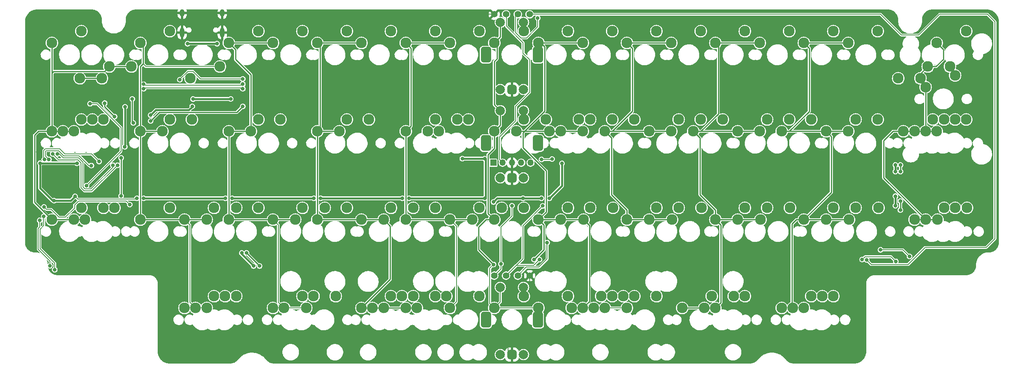
<source format=gtl>
%TF.GenerationSoftware,KiCad,Pcbnew,(7.0.0)*%
%TF.CreationDate,2023-12-11T21:31:49+01:00*%
%TF.ProjectId,universal vault,756e6976-6572-4736-916c-207661756c74,rev?*%
%TF.SameCoordinates,Original*%
%TF.FileFunction,Copper,L1,Top*%
%TF.FilePolarity,Positive*%
%FSLAX46Y46*%
G04 Gerber Fmt 4.6, Leading zero omitted, Abs format (unit mm)*
G04 Created by KiCad (PCBNEW (7.0.0)) date 2023-12-11 21:31:49*
%MOMM*%
%LPD*%
G01*
G04 APERTURE LIST*
G04 Aperture macros list*
%AMRoundRect*
0 Rectangle with rounded corners*
0 $1 Rounding radius*
0 $2 $3 $4 $5 $6 $7 $8 $9 X,Y pos of 4 corners*
0 Add a 4 corners polygon primitive as box body*
4,1,4,$2,$3,$4,$5,$6,$7,$8,$9,$2,$3,0*
0 Add four circle primitives for the rounded corners*
1,1,$1+$1,$2,$3*
1,1,$1+$1,$4,$5*
1,1,$1+$1,$6,$7*
1,1,$1+$1,$8,$9*
0 Add four rect primitives between the rounded corners*
20,1,$1+$1,$2,$3,$4,$5,0*
20,1,$1+$1,$4,$5,$6,$7,0*
20,1,$1+$1,$6,$7,$8,$9,0*
20,1,$1+$1,$8,$9,$2,$3,0*%
G04 Aperture macros list end*
%TA.AperFunction,ComponentPad*%
%ADD10C,2.300000*%
%TD*%
%TA.AperFunction,ComponentPad*%
%ADD11C,2.000000*%
%TD*%
%TA.AperFunction,ComponentPad*%
%ADD12RoundRect,0.500000X0.500000X-0.500000X0.500000X0.500000X-0.500000X0.500000X-0.500000X-0.500000X0*%
%TD*%
%TA.AperFunction,ComponentPad*%
%ADD13RoundRect,0.550000X0.550000X-1.150000X0.550000X1.150000X-0.550000X1.150000X-0.550000X-1.150000X0*%
%TD*%
%TA.AperFunction,ComponentPad*%
%ADD14O,1.350000X1.350000*%
%TD*%
%TA.AperFunction,ComponentPad*%
%ADD15R,1.350000X1.350000*%
%TD*%
%TA.AperFunction,ComponentPad*%
%ADD16C,1.397000*%
%TD*%
%TA.AperFunction,ComponentPad*%
%ADD17O,1.000000X1.600000*%
%TD*%
%TA.AperFunction,ComponentPad*%
%ADD18O,1.000000X2.100000*%
%TD*%
%TA.AperFunction,ViaPad*%
%ADD19C,0.800000*%
%TD*%
%TA.AperFunction,Conductor*%
%ADD20C,0.381000*%
%TD*%
%TA.AperFunction,Conductor*%
%ADD21C,0.200000*%
%TD*%
%TA.AperFunction,Conductor*%
%ADD22C,0.250000*%
%TD*%
%TA.AperFunction,Conductor*%
%ADD23C,0.254000*%
%TD*%
G04 APERTURE END LIST*
D10*
%TO.P,K_SPACE39,2*%
%TO.N,Net-(D_SPACE36-A)*%
X131127500Y-117951250D03*
%TO.P,K_SPACE39,1*%
%TO.N,col3*%
X124777500Y-120491250D03*
%TD*%
D11*
%TO.P,SW3,A,A*%
%TO.N,rE*%
X154662500Y-130531250D03*
%TO.P,SW3,B,B*%
%TO.N,rF*%
X159662500Y-130531250D03*
D12*
%TO.P,SW3,C,C*%
%TO.N,GND*%
X157162500Y-130531250D03*
D13*
%TO.P,SW3,MP*%
%TO.N,N/C*%
X151562500Y-123031250D03*
X162762500Y-123031250D03*
D11*
%TO.P,SW3,S1,S1*%
%TO.N,Net-(D_SPACE42-A)*%
X159662500Y-116031250D03*
%TO.P,SW3,S2,S2*%
%TO.N,col5*%
X154662500Y-116031250D03*
%TD*%
D10*
%TO.P,K_SPACE38,1*%
%TO.N,col6*%
X177165000Y-120491250D03*
%TO.P,K_SPACE38,2*%
%TO.N,Net-(D_SPACE38-A)*%
X183515000Y-117951250D03*
%TD*%
%TO.P,K_SPACE37,1*%
%TO.N,col3*%
X129540000Y-120491250D03*
%TO.P,K_SPACE37,2*%
%TO.N,Net-(D_SPACE36-A)*%
X135890000Y-117951250D03*
%TD*%
%TO.P,K_SPACE36,1*%
%TO.N,col5*%
X162877500Y-120491250D03*
%TO.P,K_SPACE36,2*%
%TO.N,Net-(D_SPACE42-A)*%
X169227500Y-117951250D03*
%TD*%
%TO.P,K_SPACE35,1*%
%TO.N,col4*%
X143827500Y-120491250D03*
%TO.P,K_SPACE35,2*%
%TO.N,Net-(D_SPACE37-A)*%
X150177500Y-117951250D03*
%TD*%
D14*
%TO.P,TP1,5,Pin_5*%
%TO.N,/TP_RST*%
X161162499Y-89159999D03*
%TO.P,TP1,4,Pin_4*%
%TO.N,TP_data*%
X159162499Y-89159999D03*
%TO.P,TP1,3,Pin_3*%
%TO.N,GND*%
X157162499Y-89159999D03*
%TO.P,TP1,2,Pin_2*%
%TO.N,+3V3*%
X155162499Y-89159999D03*
D15*
%TO.P,TP1,1,Pin_1*%
%TO.N,TP_clk*%
X153162499Y-89159999D03*
%TD*%
D10*
%TO.P,K_SPACE4,1*%
%TO.N,col3*%
X115252500Y-63341250D03*
%TO.P,K_SPACE4,2*%
%TO.N,Net-(D_SPACE4-A)*%
X121602500Y-60801250D03*
%TD*%
%TO.P,K_SPACE68,1*%
%TO.N,col6*%
X167640000Y-82391250D03*
%TO.P,K_SPACE68,2*%
%TO.N,Net-(D_SPACE18-A)*%
X173990000Y-79851250D03*
%TD*%
%TO.P,K_SPACE17,1*%
%TO.N,col5*%
X153352500Y-82391250D03*
%TO.P,K_SPACE17,2*%
%TO.N,Net-(D_SPACE17-A)*%
X159702500Y-79851250D03*
%TD*%
%TO.P,K_SPACE30,1*%
%TO.N,col7*%
X181927500Y-101441250D03*
%TO.P,K_SPACE30,2*%
%TO.N,Net-(D_SPACE30-A)*%
X188277500Y-98901250D03*
%TD*%
%TO.P,K_SPACE118,1*%
%TO.N,col8*%
X200977500Y-120491250D03*
%TO.P,K_SPACE118,2*%
%TO.N,Net-(D_SPACE39-A)*%
X207327500Y-117951250D03*
%TD*%
%TO.P,K_SPACE94,1*%
%TO.N,col4*%
X148590000Y-101441250D03*
%TO.P,K_SPACE94,2*%
%TO.N,Net-(D_SPACE27-A)*%
X154940000Y-98901250D03*
%TD*%
%TO.P,K_SPACE73,1*%
%TO.N,col1*%
X81915000Y-82391250D03*
%TO.P,K_SPACE73,2*%
%TO.N,Net-(D_SPACE13-A)*%
X88265000Y-79851250D03*
%TD*%
%TO.P,K_SPACE117,1*%
%TO.N,col2*%
X105727500Y-120491250D03*
%TO.P,K_SPACE117,2*%
%TO.N,Net-(D_SPACE35-A)*%
X112077500Y-117951250D03*
%TD*%
%TO.P,K_SPACE107,1*%
%TO.N,col1*%
X89058750Y-120491250D03*
%TO.P,K_SPACE107,2*%
%TO.N,Net-(D_SPACE34-A)*%
X95408750Y-117951250D03*
%TD*%
%TO.P,K_SPACE83,1*%
%TO.N,col1*%
X77152500Y-101441250D03*
%TO.P,K_SPACE83,2*%
%TO.N,Net-(D_SPACE24-A)*%
X83502500Y-98901250D03*
%TD*%
%TO.P,K_SPACE124,2*%
%TO.N,Net-(D_SPACE36-A)*%
X133508750Y-117951250D03*
%TO.P,K_SPACE124,1*%
%TO.N,col3*%
X127158750Y-120491250D03*
%TD*%
%TO.P,K_SPACE28,1*%
%TO.N,col4*%
X141446250Y-82391250D03*
%TO.P,K_SPACE28,2*%
%TO.N,Net-(D_SPACE16-A)*%
X147796250Y-79851250D03*
%TD*%
%TO.P,K_SPACE72,1*%
%TO.N,col10*%
X243840000Y-82391250D03*
%TO.P,K_SPACE72,2*%
%TO.N,Net-(D_SPACE22-A)*%
X250190000Y-79851250D03*
%TD*%
D16*
%TO.P,OL2,1,SDA*%
%TO.N,SDA*%
X160972500Y-57150000D03*
%TO.P,OL2,2,SCL*%
%TO.N,SCL*%
X158432500Y-57150000D03*
%TO.P,OL2,3,VCC*%
%TO.N,+3V3*%
X155892500Y-57150000D03*
%TO.P,OL2,4,GND*%
%TO.N,GND*%
X153352500Y-57150000D03*
%TD*%
D10*
%TO.P,K_SPACE95,1*%
%TO.N,col10*%
X246221250Y-72866250D03*
%TO.P,K_SPACE95,2*%
%TO.N,Net-(D_SPACE11-A)*%
X252571250Y-70326250D03*
%TD*%
%TO.P,K_SPACE9,1*%
%TO.N,col8*%
X210502500Y-63341250D03*
%TO.P,K_SPACE9,2*%
%TO.N,Net-(D_SPACE9-A)*%
X216852500Y-60801250D03*
%TD*%
%TO.P,K_SPACE21,1*%
%TO.N,col9*%
X229552500Y-82391250D03*
%TO.P,K_SPACE21,2*%
%TO.N,Net-(D_SPACE21-A)*%
X235902500Y-79851250D03*
%TD*%
%TO.P,K_SPACE33,1*%
%TO.N,col10*%
X243840000Y-101441250D03*
%TO.P,K_SPACE33,2*%
%TO.N,Net-(D_SPACE33-A)*%
X250190000Y-98901250D03*
%TD*%
%TO.P,K_SPACE55,1*%
%TO.N,col3*%
X124777500Y-63341250D03*
%TO.P,K_SPACE55,2*%
%TO.N,Net-(D_SPACE4-A)*%
X131127500Y-60801250D03*
%TD*%
%TO.P,K_SPACE121,2*%
%TO.N,Net-(D_SPACE38-A)*%
X181133750Y-117951250D03*
%TO.P,K_SPACE121,1*%
%TO.N,col6*%
X174783750Y-120491250D03*
%TD*%
%TO.P,K_SPACE115,1*%
%TO.N,col6*%
X170021250Y-120491250D03*
%TO.P,K_SPACE115,2*%
%TO.N,Net-(D_SPACE38-A)*%
X176371250Y-117951250D03*
%TD*%
%TO.P,K_SPACE15,1*%
%TO.N,col3*%
X115252500Y-82391250D03*
%TO.P,K_SPACE15,2*%
%TO.N,Net-(D_SPACE15-A)*%
X121602500Y-79851250D03*
%TD*%
%TO.P,K_SPACE70,1*%
%TO.N,col8*%
X205740000Y-82391250D03*
%TO.P,K_SPACE70,2*%
%TO.N,Net-(D_SPACE20-A)*%
X212090000Y-79851250D03*
%TD*%
%TO.P,K_SPACE98,1*%
%TO.N,col8*%
X205740000Y-101441250D03*
%TO.P,K_SPACE98,2*%
%TO.N,Net-(D_SPACE31-A)*%
X212090000Y-98901250D03*
%TD*%
%TO.P,K_SPACE78,1*%
%TO.N,col7*%
X177165000Y-82391250D03*
%TO.P,K_SPACE78,2*%
%TO.N,Net-(D_SPACE19-A)*%
X183515000Y-79851250D03*
%TD*%
%TO.P,K_SPACE101,1*%
%TO.N,col10*%
X246221250Y-82391250D03*
%TO.P,K_SPACE101,2*%
%TO.N,Net-(D_SPACE22-A)*%
X252571250Y-79851250D03*
%TD*%
%TO.P,K_SPACE10,1*%
%TO.N,col9*%
X229552500Y-63341250D03*
%TO.P,K_SPACE10,2*%
%TO.N,Net-(D_SPACE10-A)*%
X235902500Y-60801250D03*
%TD*%
%TO.P,K_SPACE74,1*%
%TO.N,col2*%
X100965000Y-82391250D03*
%TO.P,K_SPACE74,2*%
%TO.N,Net-(D_SPACE14-A)*%
X107315000Y-79851250D03*
%TD*%
D16*
%TO.P,OL1,1,SDA*%
%TO.N,SDA*%
X153352500Y-113506250D03*
%TO.P,OL1,2,SCL*%
%TO.N,SCL*%
X155892500Y-113506250D03*
%TO.P,OL1,3,VCC*%
%TO.N,+3V3*%
X158432500Y-113506250D03*
%TO.P,OL1,4,GND*%
%TO.N,GND*%
X160972500Y-113506250D03*
%TD*%
D10*
%TO.P,K_SPACE99,1*%
%TO.N,col9*%
X224790000Y-101441250D03*
%TO.P,K_SPACE99,2*%
%TO.N,Net-(D_SPACE32-A)*%
X231140000Y-98901250D03*
%TD*%
%TO.P,K_SPACE85,1*%
%TO.N,col3*%
X115252500Y-101441250D03*
%TO.P,K_SPACE85,2*%
%TO.N,Net-(D_SPACE26-A)*%
X121602500Y-98901250D03*
%TD*%
%TO.P,K_SPACE110,1*%
%TO.N,col5*%
X153352500Y-120491250D03*
%TO.P,K_SPACE110,2*%
%TO.N,Net-(D_SPACE42-A)*%
X159702500Y-117951250D03*
%TD*%
%TO.P,K_SPACE2,1*%
%TO.N,col1*%
X77152500Y-63341250D03*
%TO.P,K_SPACE2,2*%
%TO.N,Net-(D_SPACE2-A)*%
X83502500Y-60801250D03*
%TD*%
%TO.P,K_SPACE92,1*%
%TO.N,col2*%
X110490000Y-101441250D03*
%TO.P,K_SPACE92,2*%
%TO.N,Net-(D_SPACE25-A)*%
X116840000Y-98901250D03*
%TD*%
%TO.P,K_SPACE34,1*%
%TO.N,col6*%
X165258750Y-82391250D03*
%TO.P,K_SPACE34,2*%
%TO.N,Net-(D_SPACE18-A)*%
X171608750Y-79851250D03*
%TD*%
%TO.P,K_SPACE14,1*%
%TO.N,col2*%
X96202500Y-82391250D03*
%TO.P,K_SPACE14,2*%
%TO.N,Net-(D_SPACE14-A)*%
X102552500Y-79851250D03*
%TD*%
%TO.P,K_SPACE77,1*%
%TO.N,col6*%
X158115000Y-82391250D03*
%TO.P,K_SPACE77,2*%
%TO.N,Net-(D_SPACE18-A)*%
X164465000Y-79851250D03*
%TD*%
%TO.P,K_SPACE32,1*%
%TO.N,col9*%
X220027500Y-101441250D03*
%TO.P,K_SPACE32,2*%
%TO.N,Net-(D_SPACE32-A)*%
X226377500Y-98901250D03*
%TD*%
%TO.P,K_SPACE114,1*%
%TO.N,col3*%
X136683750Y-120491250D03*
%TO.P,K_SPACE114,2*%
%TO.N,Net-(D_SPACE36-A)*%
X143033750Y-117951250D03*
%TD*%
%TO.P,K_SPACE67,1*%
%TO.N,col0*%
X60483750Y-82391250D03*
%TO.P,K_SPACE67,2*%
%TO.N,Net-(D_SPACE12-A)*%
X66833750Y-79851250D03*
%TD*%
%TO.P,K_SPACE108,1*%
%TO.N,col8*%
X193833750Y-120491250D03*
%TO.P,K_SPACE108,2*%
%TO.N,Net-(D_SPACE39-A)*%
X200183750Y-117951250D03*
%TD*%
%TO.P,K_SPACE71,1*%
%TO.N,col9*%
X224790000Y-82391250D03*
%TO.P,K_SPACE71,2*%
%TO.N,Net-(D_SPACE21-A)*%
X231140000Y-79851250D03*
%TD*%
%TO.P,K_SPACE88,1*%
%TO.N,col7*%
X191618750Y-101441250D03*
%TO.P,K_SPACE88,2*%
%TO.N,Net-(D_SPACE30-A)*%
X197968750Y-98901250D03*
%TD*%
%TO.P,K_SPACE50,1*%
%TO.N,col0*%
X65246250Y-101441250D03*
%TO.P,K_SPACE50,2*%
%TO.N,Net-(D_SPACE23-A)*%
X71596250Y-98901250D03*
%TD*%
%TO.P,K_SPACE57,1*%
%TO.N,col0*%
X62865000Y-82391250D03*
%TO.P,K_SPACE57,2*%
%TO.N,Net-(D_SPACE12-A)*%
X69215000Y-79851250D03*
%TD*%
%TO.P,K_SPACE26,1*%
%TO.N,col3*%
X124777500Y-101441250D03*
%TO.P,K_SPACE26,2*%
%TO.N,Net-(D_SPACE26-A)*%
X131127500Y-98901250D03*
%TD*%
%TO.P,K_SPACE90,1*%
%TO.N,col9*%
X229718750Y-101441250D03*
%TO.P,K_SPACE90,2*%
%TO.N,Net-(D_SPACE32-A)*%
X236068750Y-98901250D03*
%TD*%
%TO.P,K_SPACE116,2*%
%TO.N,Net-(D_SPACE38-A)*%
X188277500Y-117951250D03*
%TO.P,K_SPACE116,1*%
%TO.N,col6*%
X181927500Y-120491250D03*
%TD*%
%TO.P,K_SPACE93,1*%
%TO.N,col3*%
X129540000Y-101441250D03*
%TO.P,K_SPACE93,2*%
%TO.N,Net-(D_SPACE26-A)*%
X135890000Y-98901250D03*
%TD*%
%TO.P,K_SPACE81,1*%
%TO.N,col10*%
X241458750Y-82391250D03*
%TO.P,K_SPACE81,2*%
%TO.N,Net-(D_SPACE22-A)*%
X247808750Y-79851250D03*
%TD*%
%TO.P,K_SPACE128,1*%
%TO.N,col3*%
X124777500Y-120491250D03*
%TO.P,K_SPACE128,2*%
%TO.N,Net-(D_SPACE36-A)*%
X131127500Y-117951250D03*
%TD*%
%TO.P,K_SPACE87,1*%
%TO.N,col6*%
X172568750Y-101441250D03*
%TO.P,K_SPACE87,2*%
%TO.N,Net-(D_SPACE29-A)*%
X178918750Y-98901250D03*
%TD*%
%TO.P,K_SPACE123,2*%
%TO.N,Net-(D_SPACE40-A)*%
X221615000Y-117951250D03*
%TO.P,K_SPACE123,1*%
%TO.N,col9*%
X215265000Y-120491250D03*
%TD*%
%TO.P,K_SPACE97,1*%
%TO.N,col7*%
X186690000Y-101441250D03*
%TO.P,K_SPACE97,2*%
%TO.N,Net-(D_SPACE30-A)*%
X193040000Y-98901250D03*
%TD*%
%TO.P,K_SPACE69,1*%
%TO.N,col7*%
X186690000Y-82391250D03*
%TO.P,K_SPACE69,2*%
%TO.N,Net-(D_SPACE19-A)*%
X193040000Y-79851250D03*
%TD*%
%TO.P,K_SPACE56,1*%
%TO.N,col4*%
X143827500Y-63341250D03*
%TO.P,K_SPACE56,2*%
%TO.N,Net-(D_SPACE5-A)*%
X150177500Y-60801250D03*
%TD*%
%TO.P,K_SPACE62,1*%
%TO.N,col10*%
X246697500Y-68421250D03*
%TO.P,K_SPACE62,2*%
%TO.N,Net-(D_SPACE11-A)*%
X240347500Y-70961250D03*
%TD*%
%TO.P,K_SPACE109,1*%
%TO.N,col9*%
X217646250Y-120491250D03*
%TO.P,K_SPACE109,2*%
%TO.N,Net-(D_SPACE40-A)*%
X223996250Y-117951250D03*
%TD*%
%TO.P,K_SPACE25,1*%
%TO.N,col2*%
X105727500Y-101441250D03*
%TO.P,K_SPACE25,2*%
%TO.N,Net-(D_SPACE25-A)*%
X112077500Y-98901250D03*
%TD*%
%TO.P,K_SPACE63,1*%
%TO.N,col1*%
X81915000Y-82391250D03*
%TO.P,K_SPACE63,2*%
%TO.N,Net-(D_SPACE13-A)*%
X88265000Y-79851250D03*
%TD*%
%TO.P,K_SPACE51,1*%
%TO.N,col1*%
X91440000Y-101441250D03*
%TO.P,K_SPACE51,2*%
%TO.N,Net-(D_SPACE24-A)*%
X97790000Y-98901250D03*
%TD*%
%TO.P,K_SPACE60,1*%
%TO.N,col8*%
X200977500Y-63341250D03*
%TO.P,K_SPACE60,2*%
%TO.N,Net-(D_SPACE9-A)*%
X207327500Y-60801250D03*
%TD*%
%TO.P,K_SPACE103,1*%
%TO.N,col0*%
X70485000Y-68421250D03*
%TO.P,K_SPACE103,2*%
%TO.N,Net-(D_SPACE1-A)*%
X64135000Y-70961250D03*
%TD*%
%TO.P,K_SPACE102,1*%
%TO.N,Net-(D_SPACE11-A)*%
X251460000Y-68421250D03*
%TO.P,K_SPACE102,2*%
%TO.N,col10*%
X245110000Y-70961250D03*
%TD*%
%TO.P,K_SPACE8,1*%
%TO.N,col7*%
X191452500Y-63341250D03*
%TO.P,K_SPACE8,2*%
%TO.N,Net-(D_SPACE8-A)*%
X197802500Y-60801250D03*
%TD*%
%TO.P,K_SPACE86,1*%
%TO.N,col4*%
X134302500Y-101441250D03*
%TO.P,K_SPACE86,2*%
%TO.N,Net-(D_SPACE27-A)*%
X140652500Y-98901250D03*
%TD*%
%TO.P,K_SPACE100,1*%
%TO.N,col10*%
X246221250Y-101441250D03*
%TO.P,K_SPACE100,2*%
%TO.N,Net-(D_SPACE33-A)*%
X252571250Y-98901250D03*
%TD*%
%TO.P,K_SPACE66,1*%
%TO.N,col4*%
X139065000Y-82391250D03*
%TO.P,K_SPACE66,2*%
%TO.N,Net-(D_SPACE16-A)*%
X145415000Y-79851250D03*
%TD*%
D11*
%TO.P,SW1,A,A*%
%TO.N,rA*%
X154662500Y-73381250D03*
%TO.P,SW1,B,B*%
%TO.N,rB*%
X159662500Y-73381250D03*
D12*
%TO.P,SW1,C,C*%
%TO.N,GND*%
X157162500Y-73381250D03*
D13*
%TO.P,SW1,MP*%
%TO.N,N/C*%
X151562500Y-65881250D03*
X162762500Y-65881250D03*
D11*
%TO.P,SW1,S1,S1*%
%TO.N,Net-(D_SPACE6-A)*%
X159662500Y-58881250D03*
%TO.P,SW1,S2,S2*%
%TO.N,col5*%
X154662500Y-58881250D03*
%TD*%
D10*
%TO.P,K_SPACE79,1*%
%TO.N,col8*%
X196215000Y-82391250D03*
%TO.P,K_SPACE79,2*%
%TO.N,Net-(D_SPACE20-A)*%
X202565000Y-79851250D03*
%TD*%
%TO.P,K_SPACE64,1*%
%TO.N,col2*%
X100965000Y-82391250D03*
%TO.P,K_SPACE64,2*%
%TO.N,Net-(D_SPACE14-A)*%
X107315000Y-79851250D03*
%TD*%
%TO.P,K_SPACE20,1*%
%TO.N,col8*%
X210502500Y-82391250D03*
%TO.P,K_SPACE20,2*%
%TO.N,Net-(D_SPACE20-A)*%
X216852500Y-79851250D03*
%TD*%
%TO.P,K_SPACE49,1*%
%TO.N,col5*%
X153352500Y-101441250D03*
%TO.P,K_SPACE49,2*%
%TO.N,Net-(D_SPACE28-A)*%
X159702500Y-98901250D03*
%TD*%
%TO.P,K_SPACE59,1*%
%TO.N,col7*%
X181927500Y-63341250D03*
%TO.P,K_SPACE59,2*%
%TO.N,Net-(D_SPACE8-A)*%
X188277500Y-60801250D03*
%TD*%
%TO.P,K_SPACE104,1*%
%TO.N,col0*%
X60483750Y-82391250D03*
%TO.P,K_SPACE104,2*%
%TO.N,Net-(D_SPACE12-A)*%
X66833750Y-79851250D03*
%TD*%
%TO.P,K_SPACE84,1*%
%TO.N,col2*%
X96202500Y-101441250D03*
%TO.P,K_SPACE84,2*%
%TO.N,Net-(D_SPACE25-A)*%
X102552500Y-98901250D03*
%TD*%
%TO.P,K_SPACE106,1*%
%TO.N,col2*%
X112871250Y-120491250D03*
%TO.P,K_SPACE106,2*%
%TO.N,Net-(D_SPACE35-A)*%
X119221250Y-117951250D03*
%TD*%
%TO.P,K_SPACE125,2*%
%TO.N,Net-(D_SPACE38-A)*%
X178752500Y-117951250D03*
%TO.P,K_SPACE125,1*%
%TO.N,col6*%
X172402500Y-120491250D03*
%TD*%
%TO.P,K_SPACE11,1*%
%TO.N,col10*%
X248602500Y-63341250D03*
%TO.P,K_SPACE11,2*%
%TO.N,Net-(D_SPACE11-A)*%
X254952500Y-60801250D03*
%TD*%
%TO.P,K_SPACE91,1*%
%TO.N,col10*%
X248768750Y-101441250D03*
%TO.P,K_SPACE91,2*%
%TO.N,Net-(D_SPACE33-A)*%
X255118750Y-98901250D03*
%TD*%
D11*
%TO.P,SW2,A,A*%
%TO.N,rC*%
X154662500Y-92431250D03*
%TO.P,SW2,B,B*%
%TO.N,rD*%
X159662500Y-92431250D03*
D12*
%TO.P,SW2,C,C*%
%TO.N,GND*%
X157162500Y-92431250D03*
D13*
%TO.P,SW2,MP*%
%TO.N,N/C*%
X151562500Y-84931250D03*
X162762500Y-84931250D03*
D11*
%TO.P,SW2,S1,S1*%
%TO.N,Net-(D_SPACE17-A)*%
X159662500Y-77931250D03*
%TO.P,SW2,S2,S2*%
%TO.N,col5*%
X154662500Y-77931250D03*
%TD*%
D10*
%TO.P,K_SPACE122,2*%
%TO.N,Net-(D_SPACE34-A)*%
X97790000Y-117951250D03*
%TO.P,K_SPACE122,1*%
%TO.N,col1*%
X91440000Y-120491250D03*
%TD*%
%TO.P,K_SPACE129,1*%
%TO.N,col6*%
X181927500Y-120491250D03*
%TO.P,K_SPACE129,2*%
%TO.N,Net-(D_SPACE38-A)*%
X188277500Y-117951250D03*
%TD*%
%TO.P,K_SPACE113,1*%
%TO.N,col9*%
X220027500Y-120491250D03*
%TO.P,K_SPACE113,2*%
%TO.N,Net-(D_SPACE40-A)*%
X226377500Y-117951250D03*
%TD*%
%TO.P,K_SPACE19,1*%
%TO.N,col7*%
X191452500Y-82391250D03*
%TO.P,K_SPACE19,2*%
%TO.N,Net-(D_SPACE19-A)*%
X197802500Y-79851250D03*
%TD*%
%TO.P,K_SPACE23,1*%
%TO.N,col0*%
X62865000Y-101441250D03*
%TO.P,K_SPACE23,2*%
%TO.N,Net-(D_SPACE23-A)*%
X69215000Y-98901250D03*
%TD*%
%TO.P,K_SPACE16,1*%
%TO.N,col4*%
X134302500Y-82391250D03*
%TO.P,K_SPACE16,2*%
%TO.N,Net-(D_SPACE16-A)*%
X140652500Y-79851250D03*
%TD*%
%TO.P,K_SPACE105,1*%
%TO.N,col1*%
X86677500Y-120491250D03*
%TO.P,K_SPACE105,2*%
%TO.N,Net-(D_SPACE34-A)*%
X93027500Y-117951250D03*
%TD*%
%TO.P,K_SPACE12,1*%
%TO.N,col0*%
X58102500Y-82391250D03*
%TO.P,K_SPACE12,2*%
%TO.N,Net-(D_SPACE12-A)*%
X64452500Y-79851250D03*
%TD*%
%TO.P,K_SPACE22,1*%
%TO.N,col10*%
X248602500Y-82391250D03*
%TO.P,K_SPACE22,2*%
%TO.N,Net-(D_SPACE22-A)*%
X254952500Y-79851250D03*
%TD*%
%TO.P,K_SPACE52,1*%
%TO.N,col0*%
X75247500Y-68421250D03*
%TO.P,K_SPACE52,2*%
%TO.N,Net-(D_SPACE1-A)*%
X68897500Y-70961250D03*
%TD*%
%TO.P,K_SPACE65,1*%
%TO.N,col3*%
X120015000Y-82391250D03*
%TO.P,K_SPACE65,2*%
%TO.N,Net-(D_SPACE15-A)*%
X126365000Y-79851250D03*
%TD*%
%TO.P,K_SPACE53,1*%
%TO.N,col1*%
X94297500Y-68421250D03*
%TO.P,K_SPACE53,2*%
%TO.N,Net-(D_SPACE2-A)*%
X87947500Y-70961250D03*
%TD*%
%TO.P,K_SPACE3,1*%
%TO.N,col2*%
X96202500Y-63341250D03*
%TO.P,K_SPACE3,2*%
%TO.N,Net-(D_SPACE3-A)*%
X102552500Y-60801250D03*
%TD*%
%TO.P,K_SPACE80,1*%
%TO.N,col9*%
X215265000Y-82391250D03*
%TO.P,K_SPACE80,2*%
%TO.N,Net-(D_SPACE21-A)*%
X221615000Y-79851250D03*
%TD*%
%TO.P,K_SPACE7,1*%
%TO.N,col6*%
X172402500Y-63341250D03*
%TO.P,K_SPACE7,2*%
%TO.N,Net-(D_SPACE7-A)*%
X178752500Y-60801250D03*
%TD*%
%TO.P,K_SPACE96,1*%
%TO.N,col6*%
X167640000Y-101441250D03*
%TO.P,K_SPACE96,2*%
%TO.N,Net-(D_SPACE29-A)*%
X173990000Y-98901250D03*
%TD*%
%TO.P,K_SPACE6,1*%
%TO.N,col5*%
X153352500Y-63341250D03*
%TO.P,K_SPACE6,2*%
%TO.N,Net-(D_SPACE6-A)*%
X159702500Y-60801250D03*
%TD*%
%TO.P,K_SPACE82,1*%
%TO.N,col0*%
X58102500Y-101441250D03*
%TO.P,K_SPACE82,2*%
%TO.N,Net-(D_SPACE23-A)*%
X64452500Y-98901250D03*
%TD*%
%TO.P,K_SPACE111,1*%
%TO.N,col2*%
X108108750Y-120491250D03*
%TO.P,K_SPACE111,2*%
%TO.N,Net-(D_SPACE35-A)*%
X114458750Y-117951250D03*
%TD*%
%TO.P,K_SPACE89,1*%
%TO.N,col8*%
X210668750Y-101441250D03*
%TO.P,K_SPACE89,2*%
%TO.N,Net-(D_SPACE31-A)*%
X217018750Y-98901250D03*
%TD*%
%TO.P,K_SPACE29,1*%
%TO.N,col6*%
X162877500Y-101441250D03*
%TO.P,K_SPACE29,2*%
%TO.N,Net-(D_SPACE29-A)*%
X169227500Y-98901250D03*
%TD*%
%TO.P,K_SPACE5,1*%
%TO.N,col4*%
X134302500Y-63341250D03*
%TO.P,K_SPACE5,2*%
%TO.N,Net-(D_SPACE5-A)*%
X140652500Y-60801250D03*
%TD*%
%TO.P,K_SPACE120,2*%
%TO.N,Net-(D_SPACE36-A)*%
X140652500Y-117951250D03*
%TO.P,K_SPACE120,1*%
%TO.N,col3*%
X134302500Y-120491250D03*
%TD*%
%TO.P,K_SPACE58,1*%
%TO.N,col6*%
X162877500Y-63341250D03*
%TO.P,K_SPACE58,2*%
%TO.N,Net-(D_SPACE7-A)*%
X169227500Y-60801250D03*
%TD*%
%TO.P,K_SPACE75,1*%
%TO.N,col3*%
X120015000Y-82391250D03*
%TO.P,K_SPACE75,2*%
%TO.N,Net-(D_SPACE15-A)*%
X126365000Y-79851250D03*
%TD*%
%TO.P,K_SPACE27,1*%
%TO.N,col4*%
X143827500Y-101441250D03*
%TO.P,K_SPACE27,2*%
%TO.N,Net-(D_SPACE27-A)*%
X150177500Y-98901250D03*
%TD*%
%TO.P,K_SPACE61,1*%
%TO.N,col9*%
X220027500Y-63341250D03*
%TO.P,K_SPACE61,2*%
%TO.N,Net-(D_SPACE10-A)*%
X226377500Y-60801250D03*
%TD*%
%TO.P,K_SPACE24,1*%
%TO.N,col1*%
X86677500Y-101441250D03*
%TO.P,K_SPACE24,2*%
%TO.N,Net-(D_SPACE24-A)*%
X93027500Y-98901250D03*
%TD*%
%TO.P,K_SPACE18,1*%
%TO.N,col6*%
X172402500Y-82391250D03*
%TO.P,K_SPACE18,2*%
%TO.N,Net-(D_SPACE18-A)*%
X178752500Y-79851250D03*
%TD*%
%TO.P,K_SPACE76,1*%
%TO.N,col4*%
X139065000Y-82391250D03*
%TO.P,K_SPACE76,2*%
%TO.N,Net-(D_SPACE16-A)*%
X145415000Y-79851250D03*
%TD*%
%TO.P,K_SPACE31,1*%
%TO.N,col8*%
X200977500Y-101441250D03*
%TO.P,K_SPACE31,2*%
%TO.N,Net-(D_SPACE31-A)*%
X207327500Y-98901250D03*
%TD*%
%TO.P,K_SPACE1,1*%
%TO.N,col0*%
X58102500Y-63341250D03*
%TO.P,K_SPACE1,2*%
%TO.N,Net-(D_SPACE1-A)*%
X64452500Y-60801250D03*
%TD*%
%TO.P,K_SPACE112,1*%
%TO.N,col8*%
X198596250Y-120491250D03*
%TO.P,K_SPACE112,2*%
%TO.N,Net-(D_SPACE39-A)*%
X204946250Y-117951250D03*
%TD*%
%TO.P,K_SPACE54,1*%
%TO.N,col2*%
X105727500Y-63341250D03*
%TO.P,K_SPACE54,2*%
%TO.N,Net-(D_SPACE3-A)*%
X112077500Y-60801250D03*
%TD*%
%TO.P,K_SPACE13,1*%
%TO.N,col1*%
X77152500Y-82391250D03*
%TO.P,K_SPACE13,2*%
%TO.N,Net-(D_SPACE13-A)*%
X83502500Y-79851250D03*
%TD*%
D17*
%TO.P,J1,S1,SHIELD*%
%TO.N,GND*%
X86167499Y-56893749D03*
D18*
X86167499Y-61073749D03*
D17*
X94807499Y-56893749D03*
D18*
X94807499Y-61073749D03*
%TD*%
D19*
%TO.N,+3V3*%
X146479342Y-88277892D03*
%TO.N,GND*%
X60476662Y-100223316D03*
%TO.N,RGB MCU*%
X56397412Y-98711564D03*
%TO.N,+3V3*%
X151301468Y-96837500D03*
X164752000Y-106362500D03*
%TO.N,rE*%
X58737500Y-112224500D03*
%TO.N,rF*%
X57711408Y-111357342D03*
X55480750Y-101600000D03*
%TO.N,rE*%
X56377138Y-100740487D03*
%TO.N,+3V3*%
X58581750Y-97345138D03*
%TO.N,GND*%
X156368750Y-128587500D03*
X161925000Y-116681250D03*
X68262500Y-87312500D03*
%TO.N,+3V3*%
X63084372Y-96421872D03*
%TO.N,RGB MCU*%
X74868997Y-98168503D03*
%TO.N,GND*%
X133350000Y-111918750D03*
X181768750Y-111918750D03*
X211137500Y-111918750D03*
%TO.N,TP_clk*%
X58284057Y-87255750D03*
%TO.N,RGB MCU*%
X73025000Y-96318250D03*
X73025000Y-88106250D03*
%TO.N,TP_data*%
X71231747Y-89689309D03*
%TO.N,TP_clk*%
X72231250Y-89689309D03*
%TO.N,rD*%
X66614066Y-89764006D03*
%TO.N,TP_data*%
X59283547Y-87260290D03*
%TO.N,rD*%
X57470540Y-88442543D03*
%TO.N,row1*%
X56471499Y-88472909D03*
%TO.N,GND*%
X55088500Y-86805929D03*
%TO.N,+3V3*%
X163512500Y-96837500D03*
X165238739Y-96837500D03*
X151300968Y-88288637D03*
X167935267Y-89300268D03*
%TO.N,GND*%
X168030753Y-87374146D03*
%TO.N,row1*%
X165789398Y-88337428D03*
X163540359Y-88460500D03*
%TO.N,GND*%
X67268952Y-89008936D03*
X67170194Y-95954250D03*
X60980750Y-98425000D03*
X73628160Y-76130766D03*
X212828553Y-76759073D03*
X79985682Y-77019500D03*
X238918750Y-106362500D03*
X59531250Y-92868750D03*
X103981250Y-111430750D03*
X88693529Y-73834092D03*
X178218038Y-76611957D03*
X71792464Y-81401286D03*
X65155175Y-74415349D03*
X109137161Y-76752167D03*
X157162500Y-70550500D03*
X98572988Y-78666940D03*
X240506250Y-77787500D03*
X78211550Y-79842247D03*
X151606250Y-57150000D03*
X87312500Y-76993750D03*
X140072694Y-76634749D03*
%TO.N,+5V*%
X88492439Y-75442811D03*
X79375000Y-78905750D03*
X101542286Y-111430750D03*
X239712500Y-89663000D03*
X239755026Y-96367033D03*
X239712500Y-91062000D03*
X96603000Y-75406250D03*
X88312003Y-76993750D03*
X98985073Y-108625500D03*
X239712500Y-98425000D03*
%TO.N,row0*%
X99215000Y-71085446D03*
X85668671Y-71263364D03*
%TO.N,row1*%
X68262500Y-88900000D03*
%TO.N,row2*%
X236537500Y-107950000D03*
X242746389Y-109351138D03*
%TO.N,VCC*%
X87312500Y-63500000D03*
X93662500Y-63500000D03*
%TO.N,col5*%
X153193750Y-111097850D03*
%TO.N,col6*%
X161925000Y-110049500D03*
%TO.N,+3V3*%
X115977000Y-96819346D03*
X63500000Y-89309500D03*
X135027000Y-96837499D03*
X96927000Y-96837500D03*
X95478000Y-96837500D03*
X77877000Y-96837500D03*
X73843706Y-77106750D03*
X153193750Y-97631250D03*
X73818750Y-85725000D03*
X159543750Y-96837500D03*
X55562500Y-89262909D03*
X133578000Y-96837500D03*
X114528000Y-96837500D03*
X76428000Y-96837500D03*
%TO.N,BOOT*%
X65543637Y-94119250D03*
X66317796Y-76453478D03*
%TO.N,SDA*%
X157162500Y-98425000D03*
X233563602Y-110145806D03*
X154781250Y-110962000D03*
%TO.N,SCL*%
X232568750Y-110049500D03*
X162718750Y-57943750D03*
X163090174Y-110049500D03*
X239812990Y-110431740D03*
X163789239Y-98478901D03*
%TO.N,rB*%
X99218750Y-72231250D03*
X77877000Y-72231250D03*
%TO.N,rA*%
X77877000Y-73230753D03*
X99218750Y-73230753D03*
%TO.N,Net-(LED1-DOUT)*%
X79375000Y-80168750D03*
X99218750Y-76993750D03*
X75622884Y-80594300D03*
X75423706Y-75406250D03*
%TO.N,rgb underglow*%
X71608052Y-79204448D03*
X69487608Y-76307879D03*
%TO.N,Net-(LED6-DOUT)*%
X240803045Y-91062000D03*
X240788112Y-99378606D03*
X240803045Y-89663000D03*
X240798977Y-97410984D03*
%TO.N,Net-(LED11-DOUT)*%
X102817787Y-111430750D03*
X100012500Y-108625500D03*
%TD*%
D20*
%TO.N,+3V3*%
X151478000Y-96660968D02*
X151478000Y-88465669D01*
X151478000Y-88465669D02*
X151300968Y-88288637D01*
X151301468Y-96837500D02*
X151478000Y-96660968D01*
X151300968Y-88288637D02*
X151290223Y-88277892D01*
X151290223Y-88277892D02*
X146479342Y-88277892D01*
D21*
%TO.N,GND*%
X60476662Y-98929088D02*
X60980750Y-98425000D01*
X60476662Y-100223316D02*
X60476662Y-98929088D01*
%TO.N,RGB MCU*%
X74124744Y-97424250D02*
X74868997Y-98168503D01*
X63840706Y-97424250D02*
X74124744Y-97424250D01*
X63002500Y-98262456D02*
X63840706Y-97424250D01*
X63002500Y-98922500D02*
X63002500Y-98262456D01*
X61001684Y-100923316D02*
X63002500Y-98922500D01*
X59648316Y-100923316D02*
X61001684Y-100923316D01*
X57943750Y-99218750D02*
X59648316Y-100923316D01*
X56904598Y-99218750D02*
X57943750Y-99218750D01*
X56397412Y-98711564D02*
X56904598Y-99218750D01*
D20*
%TO.N,+3V3*%
X150018750Y-96837499D02*
X135027000Y-96837499D01*
X150018750Y-96837499D02*
X151301467Y-96837499D01*
X151477999Y-96837499D02*
X150018750Y-96837499D01*
D22*
%TO.N,col5*%
X153352500Y-86078687D02*
X152025968Y-87405220D01*
X153352500Y-82391250D02*
X153352500Y-86078687D01*
X152025968Y-87405220D02*
X152025968Y-100114718D01*
X152025968Y-100114718D02*
X153352500Y-101441250D01*
D21*
%TO.N,+3V3*%
X155962500Y-57220000D02*
X155892500Y-57150000D01*
X155962500Y-59690685D02*
X155962500Y-57220000D01*
X159543750Y-63271935D02*
X155962500Y-59690685D01*
X159543750Y-65549912D02*
X159543750Y-63271935D01*
X160962500Y-66968662D02*
X159543750Y-65549912D01*
X160962500Y-73987500D02*
X160962500Y-66968662D01*
X157956250Y-76993750D02*
X160962500Y-73987500D01*
X157956250Y-80168750D02*
X157956250Y-76993750D01*
X154487500Y-83637500D02*
X157956250Y-80168750D01*
X154487500Y-88485000D02*
X154487500Y-83637500D01*
X155162500Y-89160000D02*
X154487500Y-88485000D01*
X164752000Y-109885500D02*
X164752000Y-106362500D01*
X162953750Y-111683750D02*
X164752000Y-109885500D01*
X160255000Y-111683750D02*
X162953750Y-111683750D01*
X158432500Y-113506250D02*
X160255000Y-111683750D01*
%TO.N,rF*%
X55480750Y-103034902D02*
X55480750Y-101600000D01*
X55162500Y-107819190D02*
X55162500Y-103353152D01*
X55162500Y-103353152D02*
X55480750Y-103034902D01*
X57711408Y-111357342D02*
X57711408Y-110368098D01*
X57711408Y-110368098D02*
X55162500Y-107819190D01*
%TO.N,rE*%
X56377138Y-100740487D02*
X56377138Y-102704200D01*
X55562500Y-103518838D02*
X56377138Y-102704200D01*
X55562500Y-107653505D02*
X55562500Y-103518838D01*
X55562500Y-107653505D02*
X58737500Y-110828504D01*
X58737500Y-112224500D02*
X58737500Y-110828504D01*
%TO.N,RGB MCU*%
X56904598Y-99218750D02*
X56751048Y-99065200D01*
D20*
%TO.N,+3V3*%
X58283374Y-97345138D02*
X55562500Y-94624264D01*
X58581750Y-97345138D02*
X58283374Y-97345138D01*
X58582616Y-97344272D02*
X58581750Y-97345138D01*
X58582616Y-97344272D02*
X62161972Y-97344272D01*
D21*
%TO.N,col9*%
X215265000Y-120491250D02*
X220027500Y-120491250D01*
D22*
X217487500Y-120332500D02*
X217646250Y-120491250D01*
X217487500Y-102354905D02*
X217487500Y-120332500D01*
X218401155Y-101441250D02*
X217487500Y-102354905D01*
X220027500Y-101441250D02*
X218401155Y-101441250D01*
%TO.N,col8*%
X200977500Y-120491250D02*
X193833750Y-120491250D01*
X202127500Y-119341250D02*
X200977500Y-120491250D01*
X202127500Y-102591250D02*
X202127500Y-119341250D01*
X200977500Y-101441250D02*
X202127500Y-102591250D01*
D21*
%TO.N,col6*%
X170021250Y-120491250D02*
X181927500Y-120491250D01*
D22*
X173818900Y-119074850D02*
X172402500Y-120491250D01*
X173818900Y-102691400D02*
X173818900Y-119074850D01*
X172568750Y-101441250D02*
X173818900Y-102691400D01*
D21*
%TO.N,col5*%
X153352500Y-120491250D02*
X162877500Y-120491250D01*
X154662500Y-119181250D02*
X153352500Y-120491250D01*
X154662500Y-116031250D02*
X154662500Y-119181250D01*
X152362650Y-113805375D02*
X152362650Y-119501400D01*
X152354000Y-111937600D02*
X152354000Y-113796725D01*
X152362650Y-119501400D02*
X153352500Y-120491250D01*
X153193750Y-111097850D02*
X152354000Y-111937600D01*
X152354000Y-113796725D02*
X152362650Y-113805375D01*
%TO.N,col4*%
X145218900Y-119099850D02*
X143827500Y-120491250D01*
X143827500Y-101441250D02*
X145218900Y-102832650D01*
X145218900Y-102832650D02*
X145218900Y-119099850D01*
D22*
%TO.N,col3*%
X124777500Y-120491250D02*
X136683750Y-120491250D01*
D21*
%TO.N,col2*%
X105727500Y-120491250D02*
X112871250Y-120491250D01*
X106877500Y-119260000D02*
X108108750Y-120491250D01*
X106877500Y-102591250D02*
X106877500Y-119260000D01*
X105727500Y-101441250D02*
X106877500Y-102591250D01*
%TO.N,col1*%
X86677500Y-120491250D02*
X91440000Y-120491250D01*
X87827500Y-102591250D02*
X87827500Y-119260000D01*
X86677500Y-101441250D02*
X87827500Y-102591250D01*
X87827500Y-119260000D02*
X89058750Y-120491250D01*
%TO.N,GND*%
X156368750Y-129737500D02*
X156368750Y-128587500D01*
X157162500Y-130531250D02*
X156368750Y-129737500D01*
X160972500Y-115728750D02*
X161925000Y-116681250D01*
X160972500Y-113506250D02*
X160972500Y-115728750D01*
D22*
%TO.N,col3*%
X130956400Y-114312350D02*
X124777500Y-120491250D01*
X130956400Y-102857650D02*
X130956400Y-114312350D01*
X129540000Y-101441250D02*
X130956400Y-102857650D01*
D21*
%TO.N,GND*%
X69056250Y-89096200D02*
X69056250Y-88106250D01*
X68458700Y-89693750D02*
X69056250Y-89096200D01*
X67938314Y-89693750D02*
X68458700Y-89693750D01*
X67268952Y-89024388D02*
X67938314Y-89693750D01*
X69056250Y-88106250D02*
X68262500Y-87312500D01*
X67268952Y-89008936D02*
X67268952Y-89024388D01*
D20*
%TO.N,+3V3*%
X55562500Y-94624264D02*
X55562500Y-89262909D01*
D21*
X63686750Y-97024250D02*
X76241250Y-97024250D01*
X63084372Y-96421872D02*
X63686750Y-97024250D01*
D20*
X62161972Y-97344272D02*
X63084372Y-96421872D01*
D21*
X76241250Y-97024250D02*
X76428000Y-96837500D01*
D23*
%TO.N,RGB MCU*%
X73025000Y-88106250D02*
X73025000Y-96318250D01*
D21*
%TO.N,TP_clk*%
X66705750Y-95219250D02*
X72231250Y-89693750D01*
X65088002Y-95219250D02*
X66705750Y-95219250D01*
X64384250Y-94515498D02*
X65088002Y-95219250D01*
X64384250Y-89203800D02*
X64384250Y-94515498D01*
X63686700Y-88506250D02*
X64384250Y-89203800D01*
X59534557Y-88506250D02*
X63686700Y-88506250D01*
X72231250Y-89693750D02*
X72231250Y-89689309D01*
X58284057Y-87255750D02*
X59534557Y-88506250D01*
%TO.N,TP_data*%
X71231747Y-90127567D02*
X71231747Y-89689309D01*
X66540064Y-94819250D02*
X71231747Y-90127567D01*
X65253687Y-94819250D02*
X66540064Y-94819250D01*
X64784250Y-94349813D02*
X65253687Y-94819250D01*
X64784250Y-89038115D02*
X64784250Y-94349813D01*
X63852386Y-88106250D02*
X64784250Y-89038115D01*
X60553064Y-88106250D02*
X63852386Y-88106250D01*
X59707104Y-87260290D02*
X60553064Y-88106250D01*
%TO.N,rD*%
X66075827Y-89764006D02*
X66614066Y-89764006D01*
X63986972Y-87675150D02*
X66075827Y-89764006D01*
X60687650Y-87675150D02*
X63986972Y-87675150D01*
D22*
%TO.N,col7*%
X181927500Y-101441250D02*
X191618750Y-101441250D01*
D20*
%TO.N,+3V3*%
X63453409Y-89262909D02*
X63500000Y-89309500D01*
X55562500Y-89262909D02*
X63453409Y-89262909D01*
D21*
%TO.N,TP_data*%
X59707104Y-87260290D02*
X59283547Y-87260290D01*
%TO.N,rD*%
X56756250Y-87728253D02*
X57470540Y-88442543D01*
X56756250Y-86684436D02*
X56756250Y-87728253D01*
X56884436Y-86556250D02*
X56756250Y-86684436D01*
X59568750Y-86556250D02*
X56884436Y-86556250D01*
X60687650Y-87675150D02*
X59568750Y-86556250D01*
%TO.N,row1*%
X56356250Y-88357660D02*
X56471499Y-88472909D01*
X56356250Y-86518750D02*
X56356250Y-88357660D01*
X56718750Y-86156250D02*
X56356250Y-86518750D01*
X59822725Y-86156250D02*
X56718750Y-86156250D01*
X60941625Y-87275150D02*
X59822725Y-86156250D01*
X66637650Y-87275150D02*
X60941625Y-87275150D01*
X68262500Y-88900000D02*
X66637650Y-87275150D01*
D20*
%TO.N,+3V3*%
X163512500Y-96837500D02*
X159543750Y-96837500D01*
X167935267Y-94140972D02*
X165238739Y-96837500D01*
X167935267Y-89300268D02*
X167935267Y-94140972D01*
X151289618Y-88299987D02*
X151300968Y-88288637D01*
D21*
%TO.N,row1*%
X165666326Y-88460500D02*
X163540359Y-88460500D01*
X165789398Y-88337428D02*
X165666326Y-88460500D01*
%TO.N,GND*%
X157162500Y-89160000D02*
X157162500Y-92431250D01*
X157162500Y-73381250D02*
X157162500Y-70550500D01*
X153352500Y-57150000D02*
X151606250Y-57150000D01*
D23*
%TO.N,Net-(D_SPACE1-A)*%
X64135000Y-70961250D02*
X68897500Y-70961250D01*
D20*
%TO.N,+5V*%
X88529000Y-75406250D02*
X88492439Y-75442811D01*
X87614186Y-77810000D02*
X88312003Y-77112183D01*
X239755026Y-96367033D02*
X239755026Y-98382474D01*
X239755026Y-98382474D02*
X239712500Y-98425000D01*
X80470750Y-77810000D02*
X87614186Y-77810000D01*
X101542286Y-111430750D02*
X98985073Y-108873537D01*
X79375000Y-78905750D02*
X80470750Y-77810000D01*
X239712500Y-89663000D02*
X239712500Y-91062000D01*
X96603000Y-75406250D02*
X88529000Y-75406250D01*
X98985073Y-108873537D02*
X98985073Y-108625500D01*
X88312003Y-77112183D02*
X88312003Y-76993750D01*
D21*
%TO.N,row0*%
X85668671Y-71189469D02*
X87384363Y-69473777D01*
X90122306Y-71085446D02*
X99215000Y-71085446D01*
X85668671Y-71263364D02*
X85668671Y-71189469D01*
X87384363Y-69473777D02*
X88510636Y-69473777D01*
X88510636Y-69473777D02*
X90122306Y-71085446D01*
%TO.N,row2*%
X241345251Y-107950000D02*
X242746389Y-109351138D01*
X236537500Y-107950000D02*
X241345251Y-107950000D01*
D20*
%TO.N,VCC*%
X87312500Y-63500000D02*
X87365650Y-63446850D01*
X93609350Y-63446850D02*
X93662500Y-63500000D01*
X87365650Y-63446850D02*
X93609350Y-63446850D01*
D22*
%TO.N,col0*%
X58102500Y-101441250D02*
X65246250Y-101441250D01*
X58102500Y-82391250D02*
X62865000Y-82391250D01*
D23*
X58468250Y-69484250D02*
X58102500Y-69850000D01*
D22*
X54364000Y-97702750D02*
X58102500Y-101441250D01*
D23*
X70485000Y-68421250D02*
X75247500Y-68421250D01*
D22*
X55210052Y-82391250D02*
X54364000Y-83237302D01*
X58102500Y-82391250D02*
X55210052Y-82391250D01*
D23*
X69422000Y-69484250D02*
X58468250Y-69484250D01*
X58102500Y-63341250D02*
X58102500Y-69850000D01*
X70485000Y-68421250D02*
X69422000Y-69484250D01*
X58102500Y-69850000D02*
X58102500Y-82391250D01*
D22*
X54364000Y-83237302D02*
X54364000Y-97702750D01*
D21*
%TO.N,col1*%
X78382500Y-68421250D02*
X77767500Y-67806250D01*
D22*
X77152500Y-82391250D02*
X81915000Y-82391250D01*
X77767500Y-63956250D02*
X77767500Y-67806250D01*
X77152500Y-82391250D02*
X77152500Y-101441250D01*
X77767500Y-67806250D02*
X77152500Y-68421250D01*
D21*
X94297500Y-68421250D02*
X78382500Y-68421250D01*
D22*
X77152500Y-82391250D02*
X77152500Y-68421250D01*
X77152500Y-63341250D02*
X77767500Y-63956250D01*
X77152500Y-101441250D02*
X91440000Y-101441250D01*
%TO.N,col3*%
X115252500Y-63341250D02*
X115867500Y-63956250D01*
X115252500Y-101441250D02*
X129540000Y-101441250D01*
X115867500Y-63956250D02*
X115867500Y-81776250D01*
X115252500Y-82391250D02*
X115252500Y-101441250D01*
X115252500Y-82391250D02*
X120015000Y-82391250D01*
X115252500Y-63341250D02*
X124777500Y-63341250D01*
X115867500Y-81776250D02*
X115252500Y-82391250D01*
%TO.N,col4*%
X134302500Y-63341250D02*
X135427500Y-64466250D01*
X134302500Y-82391250D02*
X134302500Y-101441250D01*
X135427500Y-64466250D02*
X135427500Y-81266250D01*
X134302500Y-63341250D02*
X143827500Y-63341250D01*
X134302500Y-101441250D02*
X148590000Y-101441250D01*
X135427500Y-81266250D02*
X134302500Y-82391250D01*
D21*
%TO.N,col5*%
X154662500Y-81081250D02*
X153987500Y-81756250D01*
D22*
X153337500Y-67325000D02*
X153337500Y-76606250D01*
X150018750Y-107922850D02*
X153193750Y-111097850D01*
X153987500Y-81756250D02*
X153352500Y-82391250D01*
X151589869Y-101441250D02*
X150018750Y-103012369D01*
X153967500Y-63956250D02*
X153967500Y-66695000D01*
X153352500Y-63341250D02*
X153967500Y-63956250D01*
D23*
X154662500Y-58881250D02*
X154662500Y-62031250D01*
D22*
X153337500Y-76606250D02*
X154662500Y-77931250D01*
X150018750Y-103012369D02*
X150018750Y-107922850D01*
X154662500Y-77931250D02*
X154662500Y-81081250D01*
X154662500Y-81081250D02*
X153352500Y-82391250D01*
X153967500Y-66695000D02*
X153337500Y-67325000D01*
D23*
X154662500Y-62031250D02*
X153352500Y-63341250D01*
D22*
X153352500Y-101441250D02*
X151589869Y-101441250D01*
%TO.N,col7*%
X178752500Y-82391250D02*
X177165000Y-82391250D01*
X177165000Y-82391250D02*
X191452500Y-82391250D01*
X183077500Y-78066250D02*
X178752500Y-82391250D01*
X181927500Y-63341250D02*
X183077500Y-64491250D01*
X183077500Y-64491250D02*
X183077500Y-78066250D01*
X177165000Y-82391250D02*
X178581400Y-83807650D01*
X178581400Y-83807650D02*
X178581400Y-96031400D01*
X181927500Y-63341250D02*
X191452500Y-63341250D01*
X181927500Y-99377500D02*
X181927500Y-101441250D01*
X178581400Y-96031400D02*
X181927500Y-99377500D01*
%TO.N,col8*%
X200977500Y-99377500D02*
X200977500Y-101441250D01*
X196215000Y-82391250D02*
X197841345Y-82391250D01*
X201592500Y-63956250D02*
X200977500Y-63341250D01*
X196215000Y-82391250D02*
X197656100Y-83832350D01*
X197656100Y-96056100D02*
X200977500Y-99377500D01*
X197656100Y-83832350D02*
X197656100Y-96056100D01*
X197841345Y-82391250D02*
X201592500Y-78640095D01*
X196215000Y-82391250D02*
X210502500Y-82391250D01*
X201592500Y-78640095D02*
X201592500Y-63956250D01*
X200977500Y-63341250D02*
X210502500Y-63341250D01*
X200977500Y-101441250D02*
X210668750Y-101441250D01*
%TO.N,col9*%
X225940000Y-95528750D02*
X220027500Y-101441250D01*
X221177500Y-64491250D02*
X221177500Y-78105095D01*
X224790000Y-82391250D02*
X225940000Y-83541250D01*
X220027500Y-63341250D02*
X229552500Y-63341250D01*
X225940000Y-83541250D02*
X225940000Y-95528750D01*
X215265000Y-82391250D02*
X229552500Y-82391250D01*
X220027500Y-63341250D02*
X221177500Y-64491250D01*
X216891345Y-82391250D02*
X215265000Y-82391250D01*
X220027500Y-101441250D02*
X229718750Y-101441250D01*
X221177500Y-78105095D02*
X216891345Y-82391250D01*
D23*
%TO.N,col10*%
X245110000Y-71755000D02*
X246221250Y-72866250D01*
X250020900Y-66863309D02*
X248462959Y-68421250D01*
X248462959Y-68421250D02*
X246697500Y-68421250D01*
D22*
X237192500Y-84413483D02*
X237192500Y-92412500D01*
D23*
X250020900Y-64759650D02*
X250020900Y-66863309D01*
X245110000Y-70008750D02*
X245110000Y-70961250D01*
X246697500Y-68421250D02*
X245110000Y-70008750D01*
D22*
X239214733Y-82391250D02*
X237192500Y-84413483D01*
X237192500Y-92412500D02*
X246221250Y-101441250D01*
X241458750Y-82391250D02*
X248602500Y-82391250D01*
X241458750Y-82391250D02*
X239214733Y-82391250D01*
D23*
X245110000Y-70961250D02*
X245110000Y-71755000D01*
X248602500Y-63341250D02*
X250020900Y-64759650D01*
D22*
X243840000Y-101441250D02*
X248768750Y-101441250D01*
D23*
X246221250Y-72866250D02*
X246221250Y-82391250D01*
D22*
%TO.N,col6*%
X158115000Y-82391250D02*
X167640000Y-82391250D01*
X160405767Y-81824517D02*
X164187500Y-78042784D01*
X164027500Y-102591250D02*
X164027500Y-107947000D01*
X160405767Y-81824517D02*
X159556100Y-82674184D01*
X159556100Y-85912481D02*
X164514239Y-90870619D01*
X167640000Y-82391250D02*
X172402500Y-82391250D01*
X158115000Y-82391250D02*
X159839034Y-82391250D01*
X164027500Y-107947000D02*
X161925000Y-110049500D01*
X164514239Y-99804511D02*
X162877500Y-101441250D01*
X162877500Y-101441250D02*
X172568750Y-101441250D01*
X162877500Y-101441250D02*
X164027500Y-102591250D01*
X159556100Y-82674184D02*
X159556100Y-85912481D01*
X164187500Y-78042784D02*
X164187500Y-64186120D01*
X162877500Y-63341250D02*
X172402500Y-63341250D01*
X163342630Y-63341250D02*
X162877500Y-63341250D01*
X159839034Y-82391250D02*
X160405767Y-81824517D01*
X164187500Y-64186120D02*
X163342630Y-63341250D01*
X164514239Y-90870619D02*
X164514239Y-99804511D01*
%TO.N,col2*%
X96202500Y-63341250D02*
X105727500Y-63341250D01*
X96202500Y-63341250D02*
X97643600Y-64782350D01*
X96202500Y-101441250D02*
X110490000Y-101441250D01*
X97643600Y-66862480D02*
X100965000Y-70183880D01*
X96202500Y-82391250D02*
X101441250Y-82391250D01*
X97643600Y-64782350D02*
X97643600Y-66862480D01*
X100965000Y-82391250D02*
X100965000Y-70183880D01*
X96202500Y-82391250D02*
X96202500Y-101441250D01*
X96202500Y-82391250D02*
X100965000Y-82391250D01*
D20*
%TO.N,+3V3*%
X153987500Y-96837500D02*
X159543750Y-96837500D01*
X96927000Y-96837500D02*
X114528000Y-96837500D01*
X73843706Y-85700044D02*
X73818750Y-85725000D01*
X73843706Y-77106750D02*
X73843706Y-85700044D01*
D21*
X133578000Y-96837500D02*
X133559846Y-96819346D01*
D20*
X153193750Y-97631250D02*
X153987500Y-96837500D01*
X77877000Y-96837500D02*
X95478000Y-96837500D01*
X133559846Y-96819346D02*
X115977000Y-96819346D01*
D21*
%TO.N,BOOT*%
X66317796Y-76453478D02*
X67867838Y-76453478D01*
X67867838Y-76453478D02*
X72980000Y-81565640D01*
X72980000Y-86682887D02*
X72980000Y-81565640D01*
X65543637Y-94119250D02*
X72980000Y-86682887D01*
%TO.N,SDA*%
X234549536Y-111131740D02*
X242425392Y-111131740D01*
X244761500Y-61626000D02*
X241013500Y-61626000D01*
X242425392Y-111131740D02*
X246136779Y-107420353D01*
X236537500Y-57150000D02*
X160972500Y-57150000D01*
X154781250Y-111125000D02*
X154781250Y-112077500D01*
X259292147Y-107420353D02*
X261143750Y-105568750D01*
X154781250Y-112077500D02*
X153352500Y-113506250D01*
X154781250Y-103047725D02*
X154781250Y-111125000D01*
X246136779Y-107420353D02*
X259292147Y-107420353D01*
X154781250Y-111125000D02*
X154781250Y-110962000D01*
X241013500Y-61626000D02*
X236537500Y-57150000D01*
X259556250Y-57150000D02*
X249237500Y-57150000D01*
X157162500Y-100666475D02*
X154781250Y-103047725D01*
X261143750Y-58737500D02*
X259556250Y-57150000D01*
X233563602Y-110145806D02*
X234549536Y-111131740D01*
X157162500Y-98425000D02*
X157162500Y-100666475D01*
X249237500Y-57150000D02*
X244761500Y-61626000D01*
X261143750Y-105568750D02*
X261143750Y-58737500D01*
%TO.N,SCL*%
X162718750Y-59835610D02*
X160303110Y-62251250D01*
X159506400Y-102761740D02*
X163789239Y-98478901D01*
X159088750Y-62251250D02*
X157956250Y-61118750D01*
X160303110Y-62251250D02*
X159088750Y-62251250D01*
X233172444Y-109445806D02*
X238827056Y-109445806D01*
X159506400Y-109892350D02*
X159506400Y-102761740D01*
X158115000Y-111283750D02*
X159506400Y-109892350D01*
X161855924Y-111283750D02*
X163090174Y-110049500D01*
X155892500Y-113506250D02*
X158115000Y-111283750D01*
X157956250Y-57626250D02*
X158432500Y-57150000D01*
X158115000Y-111283750D02*
X161855924Y-111283750D01*
X162718750Y-57943750D02*
X162718750Y-59835610D01*
X238827056Y-109445806D02*
X239812990Y-110431740D01*
X157956250Y-61118750D02*
X157956250Y-57626250D01*
X232568750Y-110049500D02*
X233172444Y-109445806D01*
%TO.N,rB*%
X78057000Y-72411250D02*
X77877000Y-72231250D01*
X78057000Y-72411250D02*
X99038750Y-72411250D01*
X99218750Y-72231250D02*
X99038750Y-72411250D01*
%TO.N,rA*%
X78082753Y-73025000D02*
X99012997Y-73025000D01*
X99218750Y-73230753D02*
X99012997Y-73025000D01*
X78082753Y-73025000D02*
X77877000Y-73230753D01*
D23*
%TO.N,Net-(LED1-DOUT)*%
X75423706Y-80395122D02*
X75622884Y-80594300D01*
X79375000Y-80168750D02*
X81216250Y-78327500D01*
X81216250Y-78327500D02*
X97885000Y-78327500D01*
X75423706Y-75406250D02*
X75423706Y-80395122D01*
X97885000Y-78327500D02*
X99218750Y-76993750D01*
%TO.N,rgb underglow*%
X71608052Y-79204448D02*
X69487608Y-77084004D01*
X69487608Y-77084004D02*
X69487608Y-76307879D01*
D22*
%TO.N,Net-(LED6-DOUT)*%
X240798977Y-97410984D02*
X240798977Y-99367741D01*
X240803045Y-91062000D02*
X240803045Y-89663000D01*
X240798977Y-99367741D02*
X240788112Y-99378606D01*
D23*
%TO.N,Net-(LED11-DOUT)*%
X102817787Y-111430750D02*
X102817750Y-111430750D01*
X102817750Y-111430750D02*
X100012500Y-108625500D01*
%TD*%
%TA.AperFunction,Conductor*%
%TO.N,GND*%
G36*
X85269074Y-56116627D02*
G01*
X85273057Y-56123273D01*
X85271920Y-56130938D01*
X85231990Y-56205641D01*
X85231560Y-56206678D01*
X85174249Y-56395605D01*
X85174029Y-56396708D01*
X85159526Y-56543962D01*
X85159500Y-56544506D01*
X85159500Y-56637463D01*
X85160169Y-56639080D01*
X85161787Y-56639750D01*
X87173213Y-56639750D01*
X87174830Y-56639080D01*
X87175500Y-56637463D01*
X87175500Y-56544506D01*
X87175473Y-56543962D01*
X87160970Y-56396708D01*
X87160750Y-56395605D01*
X87103439Y-56206678D01*
X87103009Y-56205641D01*
X87063080Y-56130938D01*
X87061943Y-56123273D01*
X87065926Y-56116627D01*
X87073222Y-56114017D01*
X87581844Y-56114017D01*
X87582042Y-56114017D01*
X93411844Y-56114017D01*
X93412042Y-56114017D01*
X93901778Y-56114017D01*
X93909074Y-56116627D01*
X93913057Y-56123273D01*
X93911920Y-56130938D01*
X93871990Y-56205641D01*
X93871560Y-56206678D01*
X93814249Y-56395605D01*
X93814029Y-56396708D01*
X93799526Y-56543962D01*
X93799500Y-56544506D01*
X93799500Y-56637463D01*
X93800169Y-56639080D01*
X93801787Y-56639750D01*
X95813213Y-56639750D01*
X95814830Y-56639080D01*
X95815500Y-56637463D01*
X95815500Y-56544506D01*
X95815473Y-56543962D01*
X95800970Y-56396708D01*
X95800750Y-56395605D01*
X95743439Y-56206678D01*
X95743009Y-56205641D01*
X95703080Y-56130938D01*
X95701943Y-56123273D01*
X95705926Y-56116627D01*
X95713222Y-56114017D01*
X152693405Y-56114017D01*
X152700335Y-56116340D01*
X152704466Y-56122370D01*
X152704128Y-56129671D01*
X152700546Y-56133985D01*
X152700566Y-56134003D01*
X152699815Y-56134865D01*
X152699459Y-56135295D01*
X152699421Y-56135317D01*
X152698563Y-56136304D01*
X152699174Y-56137463D01*
X153351429Y-56789718D01*
X153352500Y-56790336D01*
X153353570Y-56789718D01*
X154005824Y-56137463D01*
X154006435Y-56136304D01*
X154005577Y-56135318D01*
X154005539Y-56135295D01*
X154005171Y-56134851D01*
X154004434Y-56134005D01*
X154004453Y-56133988D01*
X154000869Y-56129672D01*
X154000531Y-56122371D01*
X154004661Y-56116340D01*
X154011592Y-56114017D01*
X238140876Y-56114017D01*
X238141029Y-56114017D01*
X238141723Y-56114038D01*
X238142401Y-56114079D01*
X238239763Y-56119967D01*
X238239763Y-56119982D01*
X238239815Y-56119970D01*
X238239914Y-56119976D01*
X238413046Y-56131327D01*
X238414326Y-56131485D01*
X238540113Y-56154535D01*
X238684909Y-56183337D01*
X238686063Y-56183631D01*
X238812986Y-56223181D01*
X238813255Y-56223268D01*
X238948051Y-56269024D01*
X238949057Y-56269420D01*
X239072250Y-56324863D01*
X239072551Y-56325005D01*
X239198370Y-56387052D01*
X239199214Y-56387514D01*
X239315660Y-56457908D01*
X239316080Y-56458174D01*
X239431893Y-56535557D01*
X239432558Y-56536039D01*
X239540079Y-56620275D01*
X239540569Y-56620682D01*
X239644485Y-56711814D01*
X239644944Y-56712216D01*
X239645494Y-56712730D01*
X239742161Y-56809397D01*
X239742675Y-56809946D01*
X239755950Y-56825083D01*
X239834193Y-56914302D01*
X239834213Y-56914324D01*
X239834617Y-56914811D01*
X239918852Y-57022330D01*
X239919347Y-57023014D01*
X239933866Y-57044742D01*
X239996715Y-57138804D01*
X239996994Y-57139244D01*
X240067377Y-57255672D01*
X240067850Y-57256535D01*
X240129870Y-57382298D01*
X240130040Y-57382659D01*
X240130321Y-57383282D01*
X240185472Y-57505824D01*
X240185875Y-57506847D01*
X240231630Y-57641639D01*
X240231719Y-57641915D01*
X240271262Y-57768817D01*
X240271562Y-57769994D01*
X240300350Y-57914723D01*
X240300383Y-57914894D01*
X240323409Y-58040543D01*
X240323572Y-58041864D01*
X240334985Y-58216016D01*
X240334986Y-58216075D01*
X240334989Y-58216075D01*
X240340854Y-58313050D01*
X240340875Y-58313744D01*
X240340875Y-58713617D01*
X240340907Y-58713695D01*
X240340924Y-58713862D01*
X240340924Y-58867443D01*
X240340924Y-58867459D01*
X240340925Y-58867793D01*
X240340966Y-58868136D01*
X240340967Y-58868141D01*
X240369521Y-59103295D01*
X240378118Y-59174092D01*
X240378199Y-59174423D01*
X240378200Y-59174425D01*
X240445049Y-59445635D01*
X240451961Y-59473675D01*
X240452082Y-59473996D01*
X240452084Y-59474000D01*
X240561177Y-59761650D01*
X240561376Y-59762173D01*
X240561530Y-59762466D01*
X240561534Y-59762474D01*
X240704601Y-60035065D01*
X240704767Y-60035380D01*
X240880044Y-60289310D01*
X240880275Y-60289570D01*
X240880276Y-60289572D01*
X241044114Y-60474506D01*
X241084651Y-60520262D01*
X241315604Y-60724867D01*
X241569536Y-60900143D01*
X241842743Y-61043532D01*
X241843056Y-61043651D01*
X241843059Y-61043652D01*
X241851186Y-61046734D01*
X242131242Y-61152945D01*
X242430826Y-61226785D01*
X242737126Y-61263976D01*
X243045325Y-61263976D01*
X243045675Y-61263976D01*
X243351975Y-61226785D01*
X243651559Y-61152944D01*
X243940058Y-61043532D01*
X244213265Y-60900142D01*
X244467196Y-60724867D01*
X244698150Y-60520261D01*
X244902756Y-60289309D01*
X245078034Y-60035379D01*
X245221425Y-59762173D01*
X245330840Y-59473674D01*
X245404682Y-59174091D01*
X245441875Y-58867792D01*
X245441876Y-58713517D01*
X245441876Y-58713017D01*
X245441876Y-58313865D01*
X245441897Y-58313171D01*
X245441951Y-58312273D01*
X245447687Y-58217445D01*
X245447698Y-58217445D01*
X245447690Y-58217391D01*
X245459238Y-58041572D01*
X245459400Y-58040269D01*
X245481972Y-57917090D01*
X245511298Y-57769654D01*
X245511587Y-57768519D01*
X245550647Y-57643166D01*
X245550690Y-57643034D01*
X245597042Y-57506482D01*
X245597426Y-57505504D01*
X245652349Y-57383469D01*
X245652437Y-57383282D01*
X245715128Y-57256155D01*
X245715559Y-57255366D01*
X245785393Y-57139844D01*
X245785626Y-57139478D01*
X245863715Y-57022608D01*
X245864170Y-57021979D01*
X245947787Y-56915249D01*
X245948124Y-56914843D01*
X246040469Y-56809542D01*
X246040923Y-56809056D01*
X246136917Y-56713060D01*
X246137403Y-56712605D01*
X246242704Y-56620257D01*
X246243139Y-56619896D01*
X246349839Y-56536300D01*
X246350489Y-56535830D01*
X246467361Y-56457737D01*
X246467694Y-56457525D01*
X246583228Y-56387681D01*
X246584007Y-56387254D01*
X246711154Y-56324550D01*
X246711299Y-56324481D01*
X246833383Y-56269534D01*
X246834340Y-56269157D01*
X246970906Y-56222798D01*
X247096377Y-56183697D01*
X247097508Y-56183409D01*
X247244948Y-56154080D01*
X247244969Y-56154076D01*
X247368129Y-56131504D01*
X247369397Y-56131348D01*
X247550990Y-56119444D01*
X247551042Y-56119451D01*
X247551042Y-56119441D01*
X247551081Y-56119438D01*
X247640518Y-56114027D01*
X247641276Y-56114079D01*
X247641276Y-56114019D01*
X247641875Y-56114019D01*
X259416049Y-56114017D01*
X259416694Y-56114035D01*
X259419988Y-56114219D01*
X259531128Y-56120460D01*
X259531128Y-56120472D01*
X259531171Y-56120462D01*
X259531351Y-56120472D01*
X259713845Y-56131515D01*
X259715036Y-56131651D01*
X259855275Y-56155478D01*
X259855387Y-56155498D01*
X260012044Y-56184205D01*
X260013103Y-56184454D01*
X260154512Y-56225192D01*
X260154681Y-56225243D01*
X260237337Y-56251000D01*
X260302024Y-56271157D01*
X260303004Y-56271511D01*
X260330291Y-56282813D01*
X260440763Y-56328571D01*
X260440956Y-56328655D01*
X260579968Y-56391218D01*
X260580789Y-56391629D01*
X260712107Y-56464205D01*
X260712465Y-56464411D01*
X260736065Y-56478678D01*
X260842036Y-56542739D01*
X260842742Y-56543202D01*
X260891992Y-56578146D01*
X260965293Y-56630156D01*
X260965515Y-56630313D01*
X260965945Y-56630633D01*
X261071194Y-56713091D01*
X261084746Y-56723708D01*
X261085314Y-56724183D01*
X261136073Y-56769544D01*
X261197725Y-56824640D01*
X261198194Y-56825083D01*
X261304808Y-56931696D01*
X261305248Y-56932162D01*
X261385828Y-57022331D01*
X261405709Y-57044577D01*
X261406187Y-57045148D01*
X261499254Y-57163940D01*
X261499580Y-57164377D01*
X261586695Y-57287154D01*
X261587157Y-57287860D01*
X261665467Y-57417401D01*
X261665691Y-57417787D01*
X261738262Y-57549093D01*
X261738684Y-57549936D01*
X261801211Y-57688866D01*
X261801349Y-57689185D01*
X261858386Y-57826887D01*
X261858740Y-57827867D01*
X261904640Y-57975169D01*
X261904712Y-57975406D01*
X261945436Y-58116763D01*
X261945697Y-58117874D01*
X261974394Y-58274479D01*
X261974420Y-58274626D01*
X261998242Y-58414832D01*
X261998383Y-58416064D01*
X262009500Y-58599861D01*
X262009501Y-58599911D01*
X262009503Y-58599911D01*
X262015857Y-58713057D01*
X262015875Y-58713702D01*
X262015875Y-106322171D01*
X262015854Y-106322865D01*
X262009708Y-106424455D01*
X262009704Y-106424512D01*
X261998634Y-106593753D01*
X261998471Y-106595075D01*
X261974767Y-106724417D01*
X261974734Y-106724588D01*
X261946689Y-106865577D01*
X261946389Y-106866754D01*
X261906108Y-106996015D01*
X261906019Y-106996291D01*
X261861074Y-107128692D01*
X261860671Y-107129715D01*
X261804433Y-107254669D01*
X261804260Y-107255035D01*
X261743139Y-107378972D01*
X261742666Y-107379835D01*
X261671396Y-107497728D01*
X261671117Y-107498168D01*
X261594747Y-107612461D01*
X261594238Y-107613164D01*
X261509039Y-107721911D01*
X261508632Y-107722402D01*
X261418205Y-107825512D01*
X261417691Y-107826061D01*
X261319916Y-107923833D01*
X261319366Y-107924347D01*
X261216287Y-108014744D01*
X261215797Y-108015151D01*
X261107027Y-108100365D01*
X261106324Y-108100874D01*
X260992049Y-108177228D01*
X260991609Y-108177508D01*
X260873688Y-108248792D01*
X260872825Y-108249264D01*
X260748889Y-108310381D01*
X260748523Y-108310554D01*
X260623575Y-108366786D01*
X260622551Y-108367189D01*
X260490159Y-108412129D01*
X260489884Y-108412218D01*
X260360609Y-108452501D01*
X260359431Y-108452801D01*
X260218489Y-108480834D01*
X260218319Y-108480867D01*
X260088908Y-108504582D01*
X260087587Y-108504745D01*
X259923905Y-108515471D01*
X259923847Y-108515475D01*
X259816375Y-108521975D01*
X259816367Y-108521854D01*
X259815634Y-108522018D01*
X259675651Y-108522018D01*
X259675602Y-108522037D01*
X259675493Y-108522047D01*
X259532836Y-108522046D01*
X259532517Y-108522046D01*
X259532211Y-108522080D01*
X259532201Y-108522081D01*
X259248173Y-108554078D01*
X259248156Y-108554080D01*
X259247853Y-108554115D01*
X259247550Y-108554184D01*
X259247539Y-108554186D01*
X258968870Y-108617786D01*
X258968864Y-108617787D01*
X258968569Y-108617855D01*
X258968284Y-108617954D01*
X258968276Y-108617957D01*
X258698482Y-108712358D01*
X258698477Y-108712359D01*
X258698177Y-108712465D01*
X258697891Y-108712602D01*
X258697883Y-108712606D01*
X258440375Y-108836611D01*
X258440361Y-108836618D01*
X258440080Y-108836754D01*
X258439807Y-108836924D01*
X258439797Y-108836931D01*
X258197801Y-108988984D01*
X258197787Y-108988993D01*
X258197521Y-108989161D01*
X258197274Y-108989357D01*
X258197264Y-108989365D01*
X257973808Y-109167562D01*
X257973799Y-109167569D01*
X257973552Y-109167767D01*
X257973331Y-109167987D01*
X257973322Y-109167996D01*
X257771218Y-109370097D01*
X257771209Y-109370106D01*
X257770989Y-109370327D01*
X257770784Y-109370583D01*
X257770784Y-109370584D01*
X257592584Y-109594037D01*
X257592576Y-109594047D01*
X257592380Y-109594294D01*
X257592212Y-109594560D01*
X257592203Y-109594574D01*
X257446752Y-109826058D01*
X257439970Y-109836851D01*
X257439834Y-109837133D01*
X257439827Y-109837146D01*
X257315818Y-110094653D01*
X257315814Y-110094661D01*
X257315677Y-110094947D01*
X257315577Y-110095232D01*
X257315569Y-110095252D01*
X257221166Y-110365044D01*
X257221163Y-110365052D01*
X257221064Y-110365337D01*
X257220996Y-110365632D01*
X257220995Y-110365638D01*
X257157388Y-110644318D01*
X257157385Y-110644333D01*
X257157320Y-110644620D01*
X257157286Y-110644919D01*
X257157285Y-110644927D01*
X257125283Y-110928968D01*
X257125282Y-110928978D01*
X257125248Y-110929284D01*
X257125248Y-110929602D01*
X257125248Y-110929603D01*
X257125249Y-111072517D01*
X257125249Y-111213170D01*
X257125228Y-111213865D01*
X257118977Y-111317181D01*
X257118974Y-111317236D01*
X257108044Y-111484564D01*
X257107880Y-111485887D01*
X257083855Y-111616976D01*
X257083822Y-111617147D01*
X257056130Y-111756358D01*
X257055830Y-111757535D01*
X257015201Y-111887915D01*
X257015112Y-111888191D01*
X256970551Y-112019460D01*
X256970148Y-112020483D01*
X256913529Y-112146279D01*
X256913356Y-112146645D01*
X256852661Y-112269720D01*
X256852188Y-112270584D01*
X256780490Y-112389183D01*
X256780211Y-112389622D01*
X256704314Y-112503207D01*
X256703805Y-112503910D01*
X256618147Y-112613241D01*
X256617740Y-112613732D01*
X256527842Y-112716238D01*
X256527328Y-112716787D01*
X256429025Y-112815086D01*
X256428475Y-112815600D01*
X256326000Y-112905466D01*
X256325510Y-112905873D01*
X256216153Y-112991545D01*
X256215450Y-112992054D01*
X256101868Y-113067944D01*
X256101428Y-113068224D01*
X255982824Y-113139920D01*
X255981961Y-113140392D01*
X255858882Y-113201087D01*
X255858515Y-113201260D01*
X255732718Y-113257873D01*
X255731695Y-113258276D01*
X255600446Y-113302826D01*
X255600171Y-113302915D01*
X255469764Y-113343549D01*
X255468586Y-113343849D01*
X255329428Y-113371526D01*
X255329258Y-113371559D01*
X255198078Y-113395596D01*
X255196757Y-113395759D01*
X255038026Y-113406159D01*
X255037968Y-113406163D01*
X254925750Y-113412949D01*
X254925743Y-113412842D01*
X254924957Y-113413016D01*
X235241530Y-113413016D01*
X235241374Y-113412996D01*
X235241374Y-113412975D01*
X235241212Y-113412975D01*
X235123743Y-113412976D01*
X235123727Y-113412976D01*
X235123362Y-113412977D01*
X235122993Y-113413025D01*
X235122986Y-113413026D01*
X234889721Y-113443740D01*
X234889719Y-113443740D01*
X234889357Y-113443788D01*
X234889012Y-113443880D01*
X234888999Y-113443883D01*
X234661742Y-113504779D01*
X234661732Y-113504782D01*
X234661375Y-113504878D01*
X234661038Y-113505017D01*
X234661025Y-113505022D01*
X234443665Y-113595059D01*
X234443649Y-113595066D01*
X234443318Y-113595204D01*
X234443000Y-113595387D01*
X234442987Y-113595394D01*
X234239254Y-113713024D01*
X234239249Y-113713027D01*
X234238917Y-113713219D01*
X234238615Y-113713450D01*
X234238607Y-113713456D01*
X234051965Y-113856675D01*
X234051667Y-113856904D01*
X234051412Y-113857158D01*
X234051404Y-113857166D01*
X233885039Y-114023536D01*
X233885031Y-114023544D01*
X233884775Y-114023801D01*
X233884553Y-114024090D01*
X233884548Y-114024096D01*
X233741319Y-114210760D01*
X233741313Y-114210768D01*
X233741095Y-114211053D01*
X233740911Y-114211370D01*
X233740908Y-114211376D01*
X233623275Y-114415127D01*
X233623273Y-114415132D01*
X233623085Y-114415458D01*
X233622947Y-114415789D01*
X233622940Y-114415805D01*
X233532905Y-114633175D01*
X233532904Y-114633179D01*
X233532764Y-114633517D01*
X233532668Y-114633874D01*
X233532667Y-114633878D01*
X233502152Y-114747767D01*
X233471679Y-114861500D01*
X233471632Y-114861856D01*
X233471630Y-114861867D01*
X233444300Y-115069478D01*
X233440874Y-115095506D01*
X233440874Y-115095886D01*
X233440874Y-115095887D01*
X233440875Y-115213518D01*
X233440875Y-129863192D01*
X233440857Y-129863837D01*
X233434178Y-129982745D01*
X233434175Y-129982793D01*
X233423448Y-130160512D01*
X233423306Y-130161745D01*
X233398744Y-130306298D01*
X233398719Y-130306445D01*
X233370825Y-130458657D01*
X233370564Y-130459768D01*
X233329043Y-130603885D01*
X233328971Y-130604122D01*
X233283937Y-130748636D01*
X233283583Y-130749616D01*
X233225687Y-130889387D01*
X233225549Y-130889706D01*
X233163967Y-131026535D01*
X233163545Y-131027378D01*
X233090033Y-131160384D01*
X233089809Y-131160770D01*
X233012541Y-131288586D01*
X233012079Y-131289292D01*
X232923948Y-131413499D01*
X232923622Y-131413936D01*
X232831690Y-131531276D01*
X232831212Y-131531847D01*
X232729631Y-131645514D01*
X232729188Y-131645983D01*
X232623857Y-131751313D01*
X232623388Y-131751756D01*
X232509708Y-131853345D01*
X232509137Y-131853823D01*
X232391815Y-131945737D01*
X232391378Y-131946063D01*
X232267157Y-132034201D01*
X232266451Y-132034664D01*
X232138622Y-132111938D01*
X232138236Y-132112161D01*
X232005241Y-132185663D01*
X232004398Y-132186085D01*
X231867565Y-132247667D01*
X231867246Y-132247805D01*
X231727477Y-132305697D01*
X231726497Y-132306051D01*
X231581970Y-132351087D01*
X231581732Y-132351159D01*
X231437627Y-132392673D01*
X231436517Y-132392934D01*
X231284294Y-132420828D01*
X231284147Y-132420854D01*
X231139588Y-132445415D01*
X231138356Y-132445556D01*
X230966811Y-132455931D01*
X230966762Y-132455934D01*
X230841375Y-132462975D01*
X230841368Y-132462865D01*
X230840676Y-132463018D01*
X217876073Y-132463018D01*
X217875417Y-132462999D01*
X217815906Y-132459598D01*
X217815811Y-132459592D01*
X217610920Y-132446175D01*
X217609711Y-132446032D01*
X217501055Y-132427238D01*
X217500778Y-132427186D01*
X217345531Y-132396405D01*
X217344530Y-132396160D01*
X217229742Y-132362473D01*
X217229294Y-132362331D01*
X217088633Y-132314742D01*
X217087862Y-132314481D01*
X217087078Y-132314184D01*
X216974208Y-132266509D01*
X216973611Y-132266236D01*
X216841421Y-132201279D01*
X216840840Y-132200973D01*
X216734125Y-132140741D01*
X216733406Y-132140299D01*
X216609137Y-132057588D01*
X216608752Y-132057321D01*
X216563550Y-132024500D01*
X216511921Y-131987012D01*
X216511144Y-131986392D01*
X216391875Y-131882258D01*
X216391726Y-131882125D01*
X216310459Y-131807588D01*
X216309606Y-131806718D01*
X216170804Y-131649269D01*
X216170742Y-131649198D01*
X216144802Y-131619285D01*
X216135176Y-131608184D01*
X216134784Y-131607705D01*
X216134479Y-131607310D01*
X216134479Y-131607309D01*
X216046810Y-131493650D01*
X216022954Y-131462721D01*
X216022952Y-131462718D01*
X216022788Y-131462506D01*
X215772566Y-131195749D01*
X215772368Y-131195575D01*
X215772363Y-131195570D01*
X215512138Y-130966778D01*
X215497887Y-130954248D01*
X215431004Y-130905988D01*
X215201507Y-130740393D01*
X215201502Y-130740390D01*
X215201289Y-130740236D01*
X215170205Y-130722070D01*
X214885746Y-130555825D01*
X214885736Y-130555820D01*
X214885514Y-130555690D01*
X214639300Y-130441958D01*
X214553728Y-130402430D01*
X214553727Y-130402429D01*
X214553479Y-130402315D01*
X214553225Y-130402226D01*
X214553223Y-130402225D01*
X214208502Y-130281615D01*
X214208499Y-130281614D01*
X214208253Y-130281528D01*
X214208000Y-130281466D01*
X214207990Y-130281463D01*
X213853301Y-130194514D01*
X213853297Y-130194513D01*
X213853023Y-130194446D01*
X213852760Y-130194407D01*
X213852746Y-130194405D01*
X213491339Y-130141911D01*
X213491329Y-130141910D01*
X213491074Y-130141873D01*
X213125750Y-130124294D01*
X213125480Y-130124307D01*
X212760694Y-130141860D01*
X212760692Y-130141860D01*
X212760425Y-130141873D01*
X212760171Y-130141909D01*
X212760159Y-130141911D01*
X212398752Y-130194405D01*
X212398734Y-130194408D01*
X212398476Y-130194446D01*
X212398205Y-130194512D01*
X212398197Y-130194514D01*
X212043509Y-130281463D01*
X212043494Y-130281467D01*
X212043247Y-130281528D01*
X212043005Y-130281612D01*
X212042997Y-130281615D01*
X211698275Y-130402225D01*
X211698261Y-130402230D01*
X211698020Y-130402315D01*
X211697778Y-130402426D01*
X211697770Y-130402430D01*
X211366235Y-130555574D01*
X211366226Y-130555578D01*
X211365985Y-130555690D01*
X211365770Y-130555815D01*
X211365752Y-130555825D01*
X211050440Y-130740101D01*
X211050431Y-130740106D01*
X211050210Y-130740236D01*
X211050005Y-130740383D01*
X211049991Y-130740393D01*
X210753832Y-130954089D01*
X210753819Y-130954099D01*
X210753613Y-130954248D01*
X210753413Y-130954423D01*
X210753409Y-130954427D01*
X210479136Y-131195570D01*
X210479120Y-131195585D01*
X210478934Y-131195749D01*
X210478762Y-131195931D01*
X210478753Y-131195941D01*
X210228894Y-131462311D01*
X210228885Y-131462320D01*
X210228711Y-131462507D01*
X210228556Y-131462707D01*
X210228544Y-131462722D01*
X210117230Y-131607037D01*
X210116812Y-131607547D01*
X210077456Y-131652933D01*
X210077394Y-131653005D01*
X209941978Y-131806587D01*
X209941125Y-131807456D01*
X209859339Y-131882473D01*
X209859130Y-131882661D01*
X209740470Y-131986269D01*
X209739663Y-131986911D01*
X209642442Y-132057509D01*
X209642057Y-132057777D01*
X209518254Y-132140184D01*
X209517535Y-132140626D01*
X209410403Y-132201097D01*
X209409822Y-132201403D01*
X209278135Y-132266120D01*
X209277538Y-132266393D01*
X209164207Y-132314268D01*
X209163418Y-132314567D01*
X209022568Y-132362226D01*
X209022121Y-132362367D01*
X208906796Y-132396217D01*
X208905794Y-132396463D01*
X208751342Y-132427094D01*
X208751065Y-132427146D01*
X208641681Y-132446069D01*
X208640471Y-132446213D01*
X208433049Y-132459772D01*
X208432956Y-132459777D01*
X208376531Y-132463004D01*
X208375849Y-132462956D01*
X208375849Y-132463018D01*
X105957324Y-132463018D01*
X105956668Y-132462999D01*
X105896200Y-132459542D01*
X105896109Y-132459499D01*
X105896107Y-132459537D01*
X105692509Y-132446227D01*
X105691299Y-132446083D01*
X105580708Y-132426954D01*
X105580431Y-132426902D01*
X105427216Y-132396520D01*
X105426214Y-132396275D01*
X105310052Y-132362182D01*
X105309605Y-132362040D01*
X105169633Y-132314680D01*
X105168844Y-132314381D01*
X105054822Y-132266218D01*
X105054225Y-132265945D01*
X104923290Y-132201601D01*
X104922709Y-132201295D01*
X104814928Y-132140460D01*
X104814209Y-132140018D01*
X104691179Y-132058128D01*
X104690794Y-132057861D01*
X104592858Y-131986747D01*
X104592051Y-131986104D01*
X104545818Y-131945737D01*
X104474324Y-131883313D01*
X104474170Y-131883174D01*
X104391463Y-131807315D01*
X104390611Y-131806447D01*
X104390529Y-131806354D01*
X104255242Y-131652887D01*
X104226292Y-131619502D01*
X104216031Y-131607669D01*
X104215613Y-131607159D01*
X104104204Y-131462722D01*
X104104202Y-131462719D01*
X104104038Y-131462507D01*
X103853815Y-131195749D01*
X103853617Y-131195575D01*
X103853612Y-131195570D01*
X103716475Y-131074999D01*
X103579136Y-130954249D01*
X103578916Y-130954090D01*
X103282757Y-130740394D01*
X103282752Y-130740391D01*
X103282539Y-130740237D01*
X103281456Y-130739604D01*
X102966996Y-130555826D01*
X102966986Y-130555821D01*
X102966764Y-130555691D01*
X102634729Y-130402316D01*
X102634480Y-130402229D01*
X102634473Y-130402226D01*
X102289751Y-130281616D01*
X102289748Y-130281615D01*
X102289502Y-130281529D01*
X102289249Y-130281467D01*
X102289239Y-130281464D01*
X101934551Y-130194515D01*
X101934547Y-130194514D01*
X101934273Y-130194447D01*
X101934010Y-130194408D01*
X101933996Y-130194406D01*
X101622971Y-130149230D01*
X107763000Y-130149230D01*
X107763062Y-130149646D01*
X107763063Y-130149649D01*
X107801132Y-130402226D01*
X107802639Y-130412221D01*
X107802763Y-130412625D01*
X107802765Y-130412631D01*
X107861266Y-130602283D01*
X107881033Y-130666366D01*
X107881218Y-130666751D01*
X107881220Y-130666755D01*
X107916683Y-130740394D01*
X107996429Y-130905988D01*
X108146250Y-131125735D01*
X108327149Y-131320698D01*
X108327484Y-131320965D01*
X108327485Y-131320966D01*
X108532263Y-131484272D01*
X108535085Y-131486522D01*
X108613338Y-131531701D01*
X108745836Y-131608199D01*
X108765414Y-131619502D01*
X109012990Y-131716669D01*
X109272283Y-131775851D01*
X109471099Y-131790750D01*
X109603688Y-131790750D01*
X109603901Y-131790750D01*
X109802717Y-131775851D01*
X110062010Y-131716669D01*
X110309586Y-131619502D01*
X110539915Y-131486522D01*
X110747851Y-131320698D01*
X110928750Y-131125735D01*
X111078571Y-130905988D01*
X111193967Y-130666366D01*
X111272361Y-130412221D01*
X111312000Y-130149230D01*
X117288000Y-130149230D01*
X117288062Y-130149646D01*
X117288063Y-130149649D01*
X117326132Y-130402226D01*
X117327639Y-130412221D01*
X117327763Y-130412625D01*
X117327765Y-130412631D01*
X117386266Y-130602283D01*
X117406033Y-130666366D01*
X117406218Y-130666751D01*
X117406220Y-130666755D01*
X117441683Y-130740394D01*
X117521429Y-130905988D01*
X117671250Y-131125735D01*
X117852149Y-131320698D01*
X117852484Y-131320965D01*
X117852485Y-131320966D01*
X118057263Y-131484272D01*
X118060085Y-131486522D01*
X118138338Y-131531701D01*
X118270836Y-131608199D01*
X118290414Y-131619502D01*
X118537990Y-131716669D01*
X118797283Y-131775851D01*
X118996099Y-131790750D01*
X119128688Y-131790750D01*
X119128901Y-131790750D01*
X119327717Y-131775851D01*
X119587010Y-131716669D01*
X119834586Y-131619502D01*
X120064915Y-131486522D01*
X120272851Y-131320698D01*
X120453750Y-131125735D01*
X120603571Y-130905988D01*
X120718967Y-130666366D01*
X120797361Y-130412221D01*
X120837000Y-130149230D01*
X124431750Y-130149230D01*
X124431812Y-130149646D01*
X124431813Y-130149649D01*
X124469882Y-130402226D01*
X124471389Y-130412221D01*
X124471513Y-130412625D01*
X124471515Y-130412631D01*
X124530016Y-130602283D01*
X124549783Y-130666366D01*
X124549968Y-130666751D01*
X124549970Y-130666755D01*
X124585433Y-130740394D01*
X124665179Y-130905988D01*
X124815000Y-131125735D01*
X124995899Y-131320698D01*
X124996234Y-131320965D01*
X124996235Y-131320966D01*
X125201013Y-131484272D01*
X125203835Y-131486522D01*
X125282088Y-131531701D01*
X125414586Y-131608199D01*
X125434164Y-131619502D01*
X125681740Y-131716669D01*
X125941033Y-131775851D01*
X126139849Y-131790750D01*
X126272438Y-131790750D01*
X126272651Y-131790750D01*
X126471467Y-131775851D01*
X126730760Y-131716669D01*
X126978336Y-131619502D01*
X127208665Y-131486522D01*
X127416601Y-131320698D01*
X127597500Y-131125735D01*
X127747321Y-130905988D01*
X127862717Y-130666366D01*
X127941111Y-130412221D01*
X127980750Y-130149230D01*
X136338000Y-130149230D01*
X136338062Y-130149646D01*
X136338063Y-130149649D01*
X136376132Y-130402226D01*
X136377639Y-130412221D01*
X136377763Y-130412625D01*
X136377765Y-130412631D01*
X136436266Y-130602283D01*
X136456033Y-130666366D01*
X136456218Y-130666751D01*
X136456220Y-130666755D01*
X136491683Y-130740394D01*
X136571429Y-130905988D01*
X136721250Y-131125735D01*
X136902149Y-131320698D01*
X136902484Y-131320965D01*
X136902485Y-131320966D01*
X137107263Y-131484272D01*
X137110085Y-131486522D01*
X137188338Y-131531701D01*
X137320836Y-131608199D01*
X137340414Y-131619502D01*
X137587990Y-131716669D01*
X137847283Y-131775851D01*
X138046099Y-131790750D01*
X138178688Y-131790750D01*
X138178901Y-131790750D01*
X138377717Y-131775851D01*
X138637010Y-131716669D01*
X138884586Y-131619502D01*
X139114915Y-131486522D01*
X139322851Y-131320698D01*
X139503750Y-131125735D01*
X139653571Y-130905988D01*
X139768967Y-130666366D01*
X139847361Y-130412221D01*
X139887000Y-130149230D01*
X141100500Y-130149230D01*
X141100562Y-130149646D01*
X141100563Y-130149649D01*
X141138632Y-130402226D01*
X141140139Y-130412221D01*
X141140263Y-130412625D01*
X141140265Y-130412631D01*
X141198766Y-130602283D01*
X141218533Y-130666366D01*
X141218718Y-130666751D01*
X141218720Y-130666755D01*
X141254183Y-130740394D01*
X141333929Y-130905988D01*
X141483750Y-131125735D01*
X141664649Y-131320698D01*
X141664984Y-131320965D01*
X141664985Y-131320966D01*
X141869763Y-131484272D01*
X141872585Y-131486522D01*
X141950838Y-131531701D01*
X142083336Y-131608199D01*
X142102914Y-131619502D01*
X142350490Y-131716669D01*
X142609783Y-131775851D01*
X142808599Y-131790750D01*
X142941188Y-131790750D01*
X142941401Y-131790750D01*
X143140217Y-131775851D01*
X143399510Y-131716669D01*
X143647086Y-131619502D01*
X143877415Y-131486522D01*
X144085351Y-131320698D01*
X144266250Y-131125735D01*
X144416071Y-130905988D01*
X144531467Y-130666366D01*
X144609861Y-130412221D01*
X144649500Y-130149230D01*
X145863000Y-130149230D01*
X145863062Y-130149646D01*
X145863063Y-130149649D01*
X145901132Y-130402226D01*
X145902639Y-130412221D01*
X145902763Y-130412625D01*
X145902765Y-130412631D01*
X145961266Y-130602283D01*
X145981033Y-130666366D01*
X145981218Y-130666751D01*
X145981220Y-130666755D01*
X146016683Y-130740394D01*
X146096429Y-130905988D01*
X146246250Y-131125735D01*
X146427149Y-131320698D01*
X146427484Y-131320965D01*
X146427485Y-131320966D01*
X146632263Y-131484272D01*
X146635085Y-131486522D01*
X146713338Y-131531701D01*
X146845836Y-131608199D01*
X146865414Y-131619502D01*
X147112990Y-131716669D01*
X147372283Y-131775851D01*
X147571099Y-131790750D01*
X147703688Y-131790750D01*
X147703901Y-131790750D01*
X147902717Y-131775851D01*
X148162010Y-131716669D01*
X148409586Y-131619502D01*
X148639915Y-131486522D01*
X148820957Y-131342144D01*
X148828124Y-131339637D01*
X148835294Y-131342146D01*
X149013513Y-131484272D01*
X149016335Y-131486522D01*
X149094588Y-131531701D01*
X149227086Y-131608199D01*
X149246664Y-131619502D01*
X149494240Y-131716669D01*
X149753533Y-131775851D01*
X149952349Y-131790750D01*
X150084938Y-131790750D01*
X150085151Y-131790750D01*
X150283967Y-131775851D01*
X150543260Y-131716669D01*
X150790836Y-131619502D01*
X151021165Y-131486522D01*
X151229101Y-131320698D01*
X151410000Y-131125735D01*
X151559821Y-130905988D01*
X151675217Y-130666366D01*
X151716895Y-130531250D01*
X153456857Y-130531250D01*
X153456906Y-130531779D01*
X153477034Y-130749005D01*
X153477385Y-130752786D01*
X153477527Y-130753286D01*
X153477529Y-130753295D01*
X153534757Y-130954428D01*
X153538271Y-130966778D01*
X153637442Y-131165939D01*
X153637759Y-131166358D01*
X153637761Y-131166362D01*
X153771196Y-131343059D01*
X153771199Y-131343062D01*
X153771519Y-131343486D01*
X153771910Y-131343842D01*
X153935550Y-131493021D01*
X153935554Y-131493024D01*
X153935938Y-131493374D01*
X154125099Y-131610497D01*
X154332560Y-131690868D01*
X154551257Y-131731750D01*
X154773209Y-131731750D01*
X154773743Y-131731750D01*
X154992440Y-131690868D01*
X155199901Y-131610497D01*
X155389062Y-131493374D01*
X155553481Y-131343486D01*
X155648000Y-131218321D01*
X155653503Y-131214356D01*
X155660289Y-131214184D01*
X155665989Y-131217868D01*
X155668618Y-131224126D01*
X155669027Y-131228281D01*
X155669249Y-131229394D01*
X155726560Y-131418321D01*
X155726990Y-131419358D01*
X155820057Y-131593475D01*
X155820680Y-131594407D01*
X155945931Y-131747027D01*
X155946722Y-131747818D01*
X156099342Y-131873069D01*
X156100274Y-131873692D01*
X156274391Y-131966759D01*
X156275428Y-131967189D01*
X156464355Y-132024500D01*
X156465458Y-132024720D01*
X156612712Y-132039223D01*
X156613256Y-132039250D01*
X156906213Y-132039250D01*
X156907830Y-132038580D01*
X156908500Y-132036963D01*
X157416500Y-132036963D01*
X157417169Y-132038580D01*
X157418787Y-132039250D01*
X157711744Y-132039250D01*
X157712287Y-132039223D01*
X157859541Y-132024720D01*
X157860644Y-132024500D01*
X158049571Y-131967189D01*
X158050608Y-131966759D01*
X158224725Y-131873692D01*
X158225657Y-131873069D01*
X158378277Y-131747818D01*
X158379068Y-131747027D01*
X158504319Y-131594407D01*
X158504942Y-131593475D01*
X158598009Y-131419358D01*
X158598439Y-131418321D01*
X158655750Y-131229394D01*
X158655970Y-131228290D01*
X158656380Y-131224129D01*
X158659009Y-131217871D01*
X158664709Y-131214185D01*
X158671495Y-131214356D01*
X158677002Y-131218325D01*
X158771196Y-131343059D01*
X158771199Y-131343062D01*
X158771519Y-131343486D01*
X158771910Y-131343842D01*
X158935550Y-131493021D01*
X158935554Y-131493024D01*
X158935938Y-131493374D01*
X159125099Y-131610497D01*
X159332560Y-131690868D01*
X159551257Y-131731750D01*
X159773209Y-131731750D01*
X159773743Y-131731750D01*
X159992440Y-131690868D01*
X160199901Y-131610497D01*
X160389062Y-131493374D01*
X160553481Y-131343486D01*
X160687558Y-131165939D01*
X160786729Y-130966778D01*
X160847615Y-130752786D01*
X160868143Y-130531250D01*
X160847615Y-130309714D01*
X160801953Y-130149230D01*
X162531750Y-130149230D01*
X162531812Y-130149646D01*
X162531813Y-130149649D01*
X162569882Y-130402226D01*
X162571389Y-130412221D01*
X162571513Y-130412625D01*
X162571515Y-130412631D01*
X162630016Y-130602283D01*
X162649783Y-130666366D01*
X162649968Y-130666751D01*
X162649970Y-130666755D01*
X162685433Y-130740394D01*
X162765179Y-130905988D01*
X162915000Y-131125735D01*
X163095899Y-131320698D01*
X163096234Y-131320965D01*
X163096235Y-131320966D01*
X163301013Y-131484272D01*
X163303835Y-131486522D01*
X163382088Y-131531701D01*
X163514586Y-131608199D01*
X163534164Y-131619502D01*
X163781740Y-131716669D01*
X164041033Y-131775851D01*
X164239849Y-131790750D01*
X164372438Y-131790750D01*
X164372651Y-131790750D01*
X164571467Y-131775851D01*
X164830760Y-131716669D01*
X165078336Y-131619502D01*
X165308665Y-131486522D01*
X165489707Y-131342144D01*
X165496874Y-131339637D01*
X165504044Y-131342146D01*
X165682263Y-131484272D01*
X165685085Y-131486522D01*
X165763338Y-131531701D01*
X165895836Y-131608199D01*
X165915414Y-131619502D01*
X166162990Y-131716669D01*
X166422283Y-131775851D01*
X166621099Y-131790750D01*
X166753688Y-131790750D01*
X166753901Y-131790750D01*
X166952717Y-131775851D01*
X167212010Y-131716669D01*
X167459586Y-131619502D01*
X167689915Y-131486522D01*
X167897851Y-131320698D01*
X168078750Y-131125735D01*
X168228571Y-130905988D01*
X168343967Y-130666366D01*
X168422361Y-130412221D01*
X168462000Y-130149230D01*
X174438000Y-130149230D01*
X174438062Y-130149646D01*
X174438063Y-130149649D01*
X174476132Y-130402226D01*
X174477639Y-130412221D01*
X174477763Y-130412625D01*
X174477765Y-130412631D01*
X174536266Y-130602283D01*
X174556033Y-130666366D01*
X174556218Y-130666751D01*
X174556220Y-130666755D01*
X174591683Y-130740394D01*
X174671429Y-130905988D01*
X174821250Y-131125735D01*
X175002149Y-131320698D01*
X175002484Y-131320965D01*
X175002485Y-131320966D01*
X175207263Y-131484272D01*
X175210085Y-131486522D01*
X175288338Y-131531701D01*
X175420836Y-131608199D01*
X175440414Y-131619502D01*
X175687990Y-131716669D01*
X175947283Y-131775851D01*
X176146099Y-131790750D01*
X176278688Y-131790750D01*
X176278901Y-131790750D01*
X176477717Y-131775851D01*
X176737010Y-131716669D01*
X176984586Y-131619502D01*
X177214915Y-131486522D01*
X177422851Y-131320698D01*
X177603750Y-131125735D01*
X177753571Y-130905988D01*
X177868967Y-130666366D01*
X177947361Y-130412221D01*
X177987000Y-130149230D01*
X186344250Y-130149230D01*
X186344312Y-130149646D01*
X186344313Y-130149649D01*
X186382382Y-130402226D01*
X186383889Y-130412221D01*
X186384013Y-130412625D01*
X186384015Y-130412631D01*
X186442516Y-130602283D01*
X186462283Y-130666366D01*
X186462468Y-130666751D01*
X186462470Y-130666755D01*
X186497933Y-130740394D01*
X186577679Y-130905988D01*
X186727500Y-131125735D01*
X186908399Y-131320698D01*
X186908734Y-131320965D01*
X186908735Y-131320966D01*
X187113513Y-131484272D01*
X187116335Y-131486522D01*
X187194588Y-131531701D01*
X187327086Y-131608199D01*
X187346664Y-131619502D01*
X187594240Y-131716669D01*
X187853533Y-131775851D01*
X188052349Y-131790750D01*
X188184938Y-131790750D01*
X188185151Y-131790750D01*
X188383967Y-131775851D01*
X188643260Y-131716669D01*
X188890836Y-131619502D01*
X189121165Y-131486522D01*
X189302207Y-131342144D01*
X189309374Y-131339637D01*
X189316544Y-131342146D01*
X189494763Y-131484272D01*
X189497585Y-131486522D01*
X189575838Y-131531701D01*
X189708336Y-131608199D01*
X189727914Y-131619502D01*
X189975490Y-131716669D01*
X190234783Y-131775851D01*
X190433599Y-131790750D01*
X190566188Y-131790750D01*
X190566401Y-131790750D01*
X190765217Y-131775851D01*
X191024510Y-131716669D01*
X191272086Y-131619502D01*
X191502415Y-131486522D01*
X191710351Y-131320698D01*
X191891250Y-131125735D01*
X192041071Y-130905988D01*
X192156467Y-130666366D01*
X192234861Y-130412221D01*
X192274500Y-130149230D01*
X203013000Y-130149230D01*
X203013062Y-130149646D01*
X203013063Y-130149649D01*
X203051132Y-130402226D01*
X203052639Y-130412221D01*
X203052763Y-130412625D01*
X203052765Y-130412631D01*
X203111266Y-130602283D01*
X203131033Y-130666366D01*
X203131218Y-130666751D01*
X203131220Y-130666755D01*
X203166683Y-130740394D01*
X203246429Y-130905988D01*
X203396250Y-131125735D01*
X203577149Y-131320698D01*
X203577484Y-131320965D01*
X203577485Y-131320966D01*
X203782263Y-131484272D01*
X203785085Y-131486522D01*
X203863338Y-131531701D01*
X203995836Y-131608199D01*
X204015414Y-131619502D01*
X204262990Y-131716669D01*
X204522283Y-131775851D01*
X204721099Y-131790750D01*
X204853688Y-131790750D01*
X204853901Y-131790750D01*
X205052717Y-131775851D01*
X205312010Y-131716669D01*
X205559586Y-131619502D01*
X205789915Y-131486522D01*
X205997851Y-131320698D01*
X206178750Y-131125735D01*
X206328571Y-130905988D01*
X206443967Y-130666366D01*
X206522361Y-130412221D01*
X206562000Y-130149230D01*
X206562000Y-129883270D01*
X206522361Y-129620279D01*
X206443967Y-129366134D01*
X206328571Y-129126512D01*
X206178750Y-128906765D01*
X205997851Y-128711802D01*
X205789915Y-128545978D01*
X205789541Y-128545762D01*
X205789538Y-128545760D01*
X205559961Y-128413214D01*
X205559955Y-128413211D01*
X205559586Y-128412998D01*
X205559186Y-128412841D01*
X205559182Y-128412839D01*
X205312410Y-128315988D01*
X205312010Y-128315831D01*
X205182363Y-128286240D01*
X205053134Y-128256744D01*
X205053131Y-128256743D01*
X205052717Y-128256649D01*
X205052299Y-128256617D01*
X205052288Y-128256616D01*
X204854111Y-128241765D01*
X204854092Y-128241764D01*
X204853901Y-128241750D01*
X204721099Y-128241750D01*
X204720908Y-128241764D01*
X204720888Y-128241765D01*
X204522711Y-128256616D01*
X204522698Y-128256617D01*
X204522283Y-128256649D01*
X204521870Y-128256743D01*
X204521865Y-128256744D01*
X204263406Y-128315736D01*
X204262990Y-128315831D01*
X204262593Y-128315986D01*
X204262589Y-128315988D01*
X204015817Y-128412839D01*
X204015807Y-128412843D01*
X204015414Y-128412998D01*
X204015049Y-128413208D01*
X204015038Y-128413214D01*
X203785461Y-128545760D01*
X203785452Y-128545765D01*
X203785085Y-128545978D01*
X203784754Y-128546241D01*
X203784745Y-128546248D01*
X203577485Y-128711533D01*
X203577476Y-128711540D01*
X203577149Y-128711802D01*
X203576861Y-128712112D01*
X203576856Y-128712117D01*
X203396540Y-128906452D01*
X203396250Y-128906765D01*
X203396014Y-128907110D01*
X203396010Y-128907116D01*
X203246675Y-129126150D01*
X203246670Y-129126157D01*
X203246429Y-129126512D01*
X203246240Y-129126903D01*
X203246239Y-129126906D01*
X203131220Y-129365744D01*
X203131216Y-129365753D01*
X203131033Y-129366134D01*
X203130907Y-129366539D01*
X203130905Y-129366547D01*
X203052765Y-129619868D01*
X203052762Y-129619877D01*
X203052639Y-129620279D01*
X203052576Y-129620692D01*
X203052575Y-129620700D01*
X203015929Y-129863837D01*
X203013000Y-129883270D01*
X203013000Y-130149230D01*
X192274500Y-130149230D01*
X192274500Y-129883270D01*
X192234861Y-129620279D01*
X192156467Y-129366134D01*
X192041071Y-129126512D01*
X191891250Y-128906765D01*
X191710351Y-128711802D01*
X191502415Y-128545978D01*
X191502041Y-128545762D01*
X191502038Y-128545760D01*
X191272461Y-128413214D01*
X191272455Y-128413211D01*
X191272086Y-128412998D01*
X191271686Y-128412841D01*
X191271682Y-128412839D01*
X191024910Y-128315988D01*
X191024510Y-128315831D01*
X190894863Y-128286240D01*
X190765634Y-128256744D01*
X190765631Y-128256743D01*
X190765217Y-128256649D01*
X190764799Y-128256617D01*
X190764788Y-128256616D01*
X190566611Y-128241765D01*
X190566592Y-128241764D01*
X190566401Y-128241750D01*
X190433599Y-128241750D01*
X190433408Y-128241764D01*
X190433388Y-128241765D01*
X190235211Y-128256616D01*
X190235198Y-128256617D01*
X190234783Y-128256649D01*
X190234370Y-128256743D01*
X190234365Y-128256744D01*
X189975906Y-128315736D01*
X189975490Y-128315831D01*
X189975093Y-128315986D01*
X189975089Y-128315988D01*
X189728317Y-128412839D01*
X189728307Y-128412843D01*
X189727914Y-128412998D01*
X189727549Y-128413208D01*
X189727538Y-128413214D01*
X189497961Y-128545760D01*
X189497952Y-128545765D01*
X189497585Y-128545978D01*
X189497254Y-128546241D01*
X189497245Y-128546248D01*
X189316545Y-128690352D01*
X189309375Y-128692861D01*
X189302205Y-128690352D01*
X189121504Y-128546248D01*
X189121501Y-128546245D01*
X189121165Y-128545978D01*
X189120791Y-128545762D01*
X189120788Y-128545760D01*
X188891211Y-128413214D01*
X188891205Y-128413211D01*
X188890836Y-128412998D01*
X188890436Y-128412841D01*
X188890432Y-128412839D01*
X188643660Y-128315988D01*
X188643260Y-128315831D01*
X188513613Y-128286240D01*
X188384384Y-128256744D01*
X188384381Y-128256743D01*
X188383967Y-128256649D01*
X188383549Y-128256617D01*
X188383538Y-128256616D01*
X188185361Y-128241765D01*
X188185342Y-128241764D01*
X188185151Y-128241750D01*
X188052349Y-128241750D01*
X188052158Y-128241764D01*
X188052138Y-128241765D01*
X187853961Y-128256616D01*
X187853948Y-128256617D01*
X187853533Y-128256649D01*
X187853120Y-128256743D01*
X187853115Y-128256744D01*
X187594656Y-128315736D01*
X187594240Y-128315831D01*
X187593843Y-128315986D01*
X187593839Y-128315988D01*
X187347067Y-128412839D01*
X187347057Y-128412843D01*
X187346664Y-128412998D01*
X187346299Y-128413208D01*
X187346288Y-128413214D01*
X187116711Y-128545760D01*
X187116702Y-128545765D01*
X187116335Y-128545978D01*
X187116004Y-128546241D01*
X187115995Y-128546248D01*
X186908735Y-128711533D01*
X186908726Y-128711540D01*
X186908399Y-128711802D01*
X186908111Y-128712112D01*
X186908106Y-128712117D01*
X186727790Y-128906452D01*
X186727500Y-128906765D01*
X186727264Y-128907110D01*
X186727260Y-128907116D01*
X186577925Y-129126150D01*
X186577920Y-129126157D01*
X186577679Y-129126512D01*
X186577490Y-129126903D01*
X186577489Y-129126906D01*
X186462470Y-129365744D01*
X186462466Y-129365753D01*
X186462283Y-129366134D01*
X186462157Y-129366539D01*
X186462155Y-129366547D01*
X186384015Y-129619868D01*
X186384012Y-129619877D01*
X186383889Y-129620279D01*
X186383826Y-129620692D01*
X186383825Y-129620700D01*
X186347179Y-129863837D01*
X186344250Y-129883270D01*
X186344250Y-130149230D01*
X177987000Y-130149230D01*
X177987000Y-129883270D01*
X177947361Y-129620279D01*
X177868967Y-129366134D01*
X177753571Y-129126512D01*
X177603750Y-128906765D01*
X177422851Y-128711802D01*
X177214915Y-128545978D01*
X177214541Y-128545762D01*
X177214538Y-128545760D01*
X176984961Y-128413214D01*
X176984955Y-128413211D01*
X176984586Y-128412998D01*
X176984186Y-128412841D01*
X176984182Y-128412839D01*
X176737410Y-128315988D01*
X176737010Y-128315831D01*
X176607363Y-128286240D01*
X176478134Y-128256744D01*
X176478131Y-128256743D01*
X176477717Y-128256649D01*
X176477299Y-128256617D01*
X176477288Y-128256616D01*
X176279111Y-128241765D01*
X176279092Y-128241764D01*
X176278901Y-128241750D01*
X176146099Y-128241750D01*
X176145908Y-128241764D01*
X176145888Y-128241765D01*
X175947711Y-128256616D01*
X175947698Y-128256617D01*
X175947283Y-128256649D01*
X175946870Y-128256743D01*
X175946865Y-128256744D01*
X175688406Y-128315736D01*
X175687990Y-128315831D01*
X175687593Y-128315986D01*
X175687589Y-128315988D01*
X175440817Y-128412839D01*
X175440807Y-128412843D01*
X175440414Y-128412998D01*
X175440049Y-128413208D01*
X175440038Y-128413214D01*
X175210461Y-128545760D01*
X175210452Y-128545765D01*
X175210085Y-128545978D01*
X175209754Y-128546241D01*
X175209745Y-128546248D01*
X175002485Y-128711533D01*
X175002476Y-128711540D01*
X175002149Y-128711802D01*
X175001861Y-128712112D01*
X175001856Y-128712117D01*
X174821540Y-128906452D01*
X174821250Y-128906765D01*
X174821014Y-128907110D01*
X174821010Y-128907116D01*
X174671675Y-129126150D01*
X174671670Y-129126157D01*
X174671429Y-129126512D01*
X174671240Y-129126903D01*
X174671239Y-129126906D01*
X174556220Y-129365744D01*
X174556216Y-129365753D01*
X174556033Y-129366134D01*
X174555907Y-129366539D01*
X174555905Y-129366547D01*
X174477765Y-129619868D01*
X174477762Y-129619877D01*
X174477639Y-129620279D01*
X174477576Y-129620692D01*
X174477575Y-129620700D01*
X174440929Y-129863837D01*
X174438000Y-129883270D01*
X174438000Y-130149230D01*
X168462000Y-130149230D01*
X168462000Y-129883270D01*
X168422361Y-129620279D01*
X168343967Y-129366134D01*
X168228571Y-129126512D01*
X168078750Y-128906765D01*
X167897851Y-128711802D01*
X167689915Y-128545978D01*
X167689541Y-128545762D01*
X167689538Y-128545760D01*
X167459961Y-128413214D01*
X167459955Y-128413211D01*
X167459586Y-128412998D01*
X167459186Y-128412841D01*
X167459182Y-128412839D01*
X167212410Y-128315988D01*
X167212010Y-128315831D01*
X167082363Y-128286240D01*
X166953134Y-128256744D01*
X166953131Y-128256743D01*
X166952717Y-128256649D01*
X166952299Y-128256617D01*
X166952288Y-128256616D01*
X166754111Y-128241765D01*
X166754092Y-128241764D01*
X166753901Y-128241750D01*
X166621099Y-128241750D01*
X166620908Y-128241764D01*
X166620888Y-128241765D01*
X166422711Y-128256616D01*
X166422698Y-128256617D01*
X166422283Y-128256649D01*
X166421870Y-128256743D01*
X166421865Y-128256744D01*
X166163406Y-128315736D01*
X166162990Y-128315831D01*
X166162593Y-128315986D01*
X166162589Y-128315988D01*
X165915817Y-128412839D01*
X165915807Y-128412843D01*
X165915414Y-128412998D01*
X165915049Y-128413208D01*
X165915038Y-128413214D01*
X165685461Y-128545760D01*
X165685452Y-128545765D01*
X165685085Y-128545978D01*
X165684754Y-128546241D01*
X165684745Y-128546248D01*
X165504045Y-128690352D01*
X165496875Y-128692861D01*
X165489705Y-128690352D01*
X165309004Y-128546248D01*
X165309001Y-128546245D01*
X165308665Y-128545978D01*
X165308291Y-128545762D01*
X165308288Y-128545760D01*
X165078711Y-128413214D01*
X165078705Y-128413211D01*
X165078336Y-128412998D01*
X165077936Y-128412841D01*
X165077932Y-128412839D01*
X164831160Y-128315988D01*
X164830760Y-128315831D01*
X164701113Y-128286240D01*
X164571884Y-128256744D01*
X164571881Y-128256743D01*
X164571467Y-128256649D01*
X164571049Y-128256617D01*
X164571038Y-128256616D01*
X164372861Y-128241765D01*
X164372842Y-128241764D01*
X164372651Y-128241750D01*
X164239849Y-128241750D01*
X164239658Y-128241764D01*
X164239638Y-128241765D01*
X164041461Y-128256616D01*
X164041448Y-128256617D01*
X164041033Y-128256649D01*
X164040620Y-128256743D01*
X164040615Y-128256744D01*
X163782156Y-128315736D01*
X163781740Y-128315831D01*
X163781343Y-128315986D01*
X163781339Y-128315988D01*
X163534567Y-128412839D01*
X163534557Y-128412843D01*
X163534164Y-128412998D01*
X163533799Y-128413208D01*
X163533788Y-128413214D01*
X163304211Y-128545760D01*
X163304202Y-128545765D01*
X163303835Y-128545978D01*
X163303504Y-128546241D01*
X163303495Y-128546248D01*
X163096235Y-128711533D01*
X163096226Y-128711540D01*
X163095899Y-128711802D01*
X163095611Y-128712112D01*
X163095606Y-128712117D01*
X162915290Y-128906452D01*
X162915000Y-128906765D01*
X162914764Y-128907110D01*
X162914760Y-128907116D01*
X162765425Y-129126150D01*
X162765420Y-129126157D01*
X162765179Y-129126512D01*
X162764990Y-129126903D01*
X162764989Y-129126906D01*
X162649970Y-129365744D01*
X162649966Y-129365753D01*
X162649783Y-129366134D01*
X162649657Y-129366539D01*
X162649655Y-129366547D01*
X162571515Y-129619868D01*
X162571512Y-129619877D01*
X162571389Y-129620279D01*
X162571326Y-129620692D01*
X162571325Y-129620700D01*
X162534679Y-129863837D01*
X162531750Y-129883270D01*
X162531750Y-130149230D01*
X160801953Y-130149230D01*
X160786729Y-130095722D01*
X160687558Y-129896561D01*
X160687238Y-129896137D01*
X160553803Y-129719440D01*
X160553801Y-129719438D01*
X160553481Y-129719014D01*
X160471390Y-129644178D01*
X160389449Y-129569478D01*
X160389443Y-129569474D01*
X160389062Y-129569126D01*
X160199901Y-129452003D01*
X160199403Y-129451810D01*
X160199401Y-129451809D01*
X159992945Y-129371827D01*
X159992938Y-129371825D01*
X159992440Y-129371632D01*
X159991913Y-129371533D01*
X159991908Y-129371532D01*
X159774268Y-129330848D01*
X159774266Y-129330847D01*
X159773743Y-129330750D01*
X159551257Y-129330750D01*
X159550734Y-129330847D01*
X159550731Y-129330848D01*
X159333091Y-129371532D01*
X159333083Y-129371534D01*
X159332560Y-129371632D01*
X159332063Y-129371824D01*
X159332054Y-129371827D01*
X159125598Y-129451809D01*
X159125591Y-129451812D01*
X159125099Y-129452003D01*
X159124654Y-129452278D01*
X159124647Y-129452282D01*
X158936384Y-129568849D01*
X158936377Y-129568853D01*
X158935938Y-129569126D01*
X158935560Y-129569469D01*
X158935550Y-129569478D01*
X158771910Y-129718657D01*
X158771906Y-129718660D01*
X158771519Y-129719014D01*
X158771203Y-129719431D01*
X158771196Y-129719440D01*
X158677002Y-129844174D01*
X158671495Y-129848143D01*
X158664709Y-129848314D01*
X158659009Y-129844629D01*
X158656380Y-129838371D01*
X158655970Y-129834208D01*
X158655750Y-129833105D01*
X158598439Y-129644178D01*
X158598009Y-129643141D01*
X158504942Y-129469024D01*
X158504319Y-129468092D01*
X158379068Y-129315472D01*
X158378277Y-129314681D01*
X158225657Y-129189430D01*
X158224725Y-129188807D01*
X158050608Y-129095740D01*
X158049571Y-129095310D01*
X157860644Y-129037999D01*
X157859541Y-129037779D01*
X157712287Y-129023276D01*
X157711744Y-129023250D01*
X157418787Y-129023250D01*
X157417169Y-129023919D01*
X157416500Y-129025537D01*
X157416500Y-132036963D01*
X156908500Y-132036963D01*
X156908500Y-129025537D01*
X156907830Y-129023919D01*
X156906213Y-129023250D01*
X156613256Y-129023250D01*
X156612712Y-129023276D01*
X156465458Y-129037779D01*
X156464355Y-129037999D01*
X156275428Y-129095310D01*
X156274391Y-129095740D01*
X156100274Y-129188807D01*
X156099342Y-129189430D01*
X155946722Y-129314681D01*
X155945931Y-129315472D01*
X155820680Y-129468092D01*
X155820057Y-129469024D01*
X155726990Y-129643141D01*
X155726560Y-129644178D01*
X155669249Y-129833105D01*
X155669027Y-129834217D01*
X155668618Y-129838373D01*
X155665989Y-129844630D01*
X155660288Y-129848314D01*
X155653503Y-129848142D01*
X155647997Y-129844174D01*
X155643616Y-129838373D01*
X155553481Y-129719014D01*
X155471390Y-129644178D01*
X155389449Y-129569478D01*
X155389443Y-129569474D01*
X155389062Y-129569126D01*
X155199901Y-129452003D01*
X155199403Y-129451810D01*
X155199401Y-129451809D01*
X154992945Y-129371827D01*
X154992938Y-129371825D01*
X154992440Y-129371632D01*
X154991913Y-129371533D01*
X154991908Y-129371532D01*
X154774268Y-129330848D01*
X154774266Y-129330847D01*
X154773743Y-129330750D01*
X154551257Y-129330750D01*
X154550734Y-129330847D01*
X154550731Y-129330848D01*
X154333091Y-129371532D01*
X154333083Y-129371534D01*
X154332560Y-129371632D01*
X154332063Y-129371824D01*
X154332054Y-129371827D01*
X154125598Y-129451809D01*
X154125591Y-129451812D01*
X154125099Y-129452003D01*
X154124654Y-129452278D01*
X154124647Y-129452282D01*
X153936384Y-129568849D01*
X153936377Y-129568853D01*
X153935938Y-129569126D01*
X153935560Y-129569469D01*
X153935550Y-129569478D01*
X153771910Y-129718657D01*
X153771906Y-129718660D01*
X153771519Y-129719014D01*
X153771203Y-129719431D01*
X153771196Y-129719440D01*
X153637761Y-129896137D01*
X153637755Y-129896145D01*
X153637442Y-129896561D01*
X153637207Y-129897032D01*
X153637205Y-129897036D01*
X153538510Y-130095241D01*
X153538508Y-130095245D01*
X153538271Y-130095722D01*
X153538126Y-130096228D01*
X153538124Y-130096236D01*
X153477529Y-130309204D01*
X153477526Y-130309215D01*
X153477385Y-130309714D01*
X153477336Y-130310237D01*
X153477336Y-130310240D01*
X153467886Y-130412221D01*
X153456857Y-130531250D01*
X151716895Y-130531250D01*
X151753611Y-130412221D01*
X151793250Y-130149230D01*
X151793250Y-129883270D01*
X151753611Y-129620279D01*
X151675217Y-129366134D01*
X151559821Y-129126512D01*
X151410000Y-128906765D01*
X151229101Y-128711802D01*
X151021165Y-128545978D01*
X151020791Y-128545762D01*
X151020788Y-128545760D01*
X150791211Y-128413214D01*
X150791205Y-128413211D01*
X150790836Y-128412998D01*
X150790436Y-128412841D01*
X150790432Y-128412839D01*
X150543660Y-128315988D01*
X150543260Y-128315831D01*
X150413613Y-128286240D01*
X150284384Y-128256744D01*
X150284381Y-128256743D01*
X150283967Y-128256649D01*
X150283549Y-128256617D01*
X150283538Y-128256616D01*
X150085361Y-128241765D01*
X150085342Y-128241764D01*
X150085151Y-128241750D01*
X149952349Y-128241750D01*
X149952158Y-128241764D01*
X149952138Y-128241765D01*
X149753961Y-128256616D01*
X149753948Y-128256617D01*
X149753533Y-128256649D01*
X149753120Y-128256743D01*
X149753115Y-128256744D01*
X149494656Y-128315736D01*
X149494240Y-128315831D01*
X149493843Y-128315986D01*
X149493839Y-128315988D01*
X149247067Y-128412839D01*
X149247057Y-128412843D01*
X149246664Y-128412998D01*
X149246299Y-128413208D01*
X149246288Y-128413214D01*
X149016711Y-128545760D01*
X149016702Y-128545765D01*
X149016335Y-128545978D01*
X149016004Y-128546241D01*
X149015995Y-128546248D01*
X148835295Y-128690352D01*
X148828125Y-128692861D01*
X148820955Y-128690352D01*
X148640254Y-128546248D01*
X148640251Y-128546245D01*
X148639915Y-128545978D01*
X148639541Y-128545762D01*
X148639538Y-128545760D01*
X148409961Y-128413214D01*
X148409955Y-128413211D01*
X148409586Y-128412998D01*
X148409186Y-128412841D01*
X148409182Y-128412839D01*
X148162410Y-128315988D01*
X148162010Y-128315831D01*
X148032363Y-128286240D01*
X147903134Y-128256744D01*
X147903131Y-128256743D01*
X147902717Y-128256649D01*
X147902299Y-128256617D01*
X147902288Y-128256616D01*
X147704111Y-128241765D01*
X147704092Y-128241764D01*
X147703901Y-128241750D01*
X147571099Y-128241750D01*
X147570908Y-128241764D01*
X147570888Y-128241765D01*
X147372711Y-128256616D01*
X147372698Y-128256617D01*
X147372283Y-128256649D01*
X147371870Y-128256743D01*
X147371865Y-128256744D01*
X147113406Y-128315736D01*
X147112990Y-128315831D01*
X147112593Y-128315986D01*
X147112589Y-128315988D01*
X146865817Y-128412839D01*
X146865807Y-128412843D01*
X146865414Y-128412998D01*
X146865049Y-128413208D01*
X146865038Y-128413214D01*
X146635461Y-128545760D01*
X146635452Y-128545765D01*
X146635085Y-128545978D01*
X146634754Y-128546241D01*
X146634745Y-128546248D01*
X146427485Y-128711533D01*
X146427476Y-128711540D01*
X146427149Y-128711802D01*
X146426861Y-128712112D01*
X146426856Y-128712117D01*
X146246540Y-128906452D01*
X146246250Y-128906765D01*
X146246014Y-128907110D01*
X146246010Y-128907116D01*
X146096675Y-129126150D01*
X146096670Y-129126157D01*
X146096429Y-129126512D01*
X146096240Y-129126903D01*
X146096239Y-129126906D01*
X145981220Y-129365744D01*
X145981216Y-129365753D01*
X145981033Y-129366134D01*
X145980907Y-129366539D01*
X145980905Y-129366547D01*
X145902765Y-129619868D01*
X145902762Y-129619877D01*
X145902639Y-129620279D01*
X145902576Y-129620692D01*
X145902575Y-129620700D01*
X145865929Y-129863837D01*
X145863000Y-129883270D01*
X145863000Y-130149230D01*
X144649500Y-130149230D01*
X144649500Y-129883270D01*
X144609861Y-129620279D01*
X144531467Y-129366134D01*
X144416071Y-129126512D01*
X144266250Y-128906765D01*
X144085351Y-128711802D01*
X143877415Y-128545978D01*
X143877041Y-128545762D01*
X143877038Y-128545760D01*
X143647461Y-128413214D01*
X143647455Y-128413211D01*
X143647086Y-128412998D01*
X143646686Y-128412841D01*
X143646682Y-128412839D01*
X143399910Y-128315988D01*
X143399510Y-128315831D01*
X143269863Y-128286240D01*
X143140634Y-128256744D01*
X143140631Y-128256743D01*
X143140217Y-128256649D01*
X143139799Y-128256617D01*
X143139788Y-128256616D01*
X142941611Y-128241765D01*
X142941592Y-128241764D01*
X142941401Y-128241750D01*
X142808599Y-128241750D01*
X142808408Y-128241764D01*
X142808388Y-128241765D01*
X142610211Y-128256616D01*
X142610198Y-128256617D01*
X142609783Y-128256649D01*
X142609370Y-128256743D01*
X142609365Y-128256744D01*
X142350906Y-128315736D01*
X142350490Y-128315831D01*
X142350093Y-128315986D01*
X142350089Y-128315988D01*
X142103317Y-128412839D01*
X142103307Y-128412843D01*
X142102914Y-128412998D01*
X142102549Y-128413208D01*
X142102538Y-128413214D01*
X141872961Y-128545760D01*
X141872952Y-128545765D01*
X141872585Y-128545978D01*
X141872254Y-128546241D01*
X141872245Y-128546248D01*
X141664985Y-128711533D01*
X141664976Y-128711540D01*
X141664649Y-128711802D01*
X141664361Y-128712112D01*
X141664356Y-128712117D01*
X141484040Y-128906452D01*
X141483750Y-128906765D01*
X141483514Y-128907110D01*
X141483510Y-128907116D01*
X141334175Y-129126150D01*
X141334170Y-129126157D01*
X141333929Y-129126512D01*
X141333740Y-129126903D01*
X141333739Y-129126906D01*
X141218720Y-129365744D01*
X141218716Y-129365753D01*
X141218533Y-129366134D01*
X141218407Y-129366539D01*
X141218405Y-129366547D01*
X141140265Y-129619868D01*
X141140262Y-129619877D01*
X141140139Y-129620279D01*
X141140076Y-129620692D01*
X141140075Y-129620700D01*
X141103429Y-129863837D01*
X141100500Y-129883270D01*
X141100500Y-130149230D01*
X139887000Y-130149230D01*
X139887000Y-129883270D01*
X139847361Y-129620279D01*
X139768967Y-129366134D01*
X139653571Y-129126512D01*
X139503750Y-128906765D01*
X139322851Y-128711802D01*
X139114915Y-128545978D01*
X139114541Y-128545762D01*
X139114538Y-128545760D01*
X138884961Y-128413214D01*
X138884955Y-128413211D01*
X138884586Y-128412998D01*
X138884186Y-128412841D01*
X138884182Y-128412839D01*
X138637410Y-128315988D01*
X138637010Y-128315831D01*
X138507363Y-128286240D01*
X138378134Y-128256744D01*
X138378131Y-128256743D01*
X138377717Y-128256649D01*
X138377299Y-128256617D01*
X138377288Y-128256616D01*
X138179111Y-128241765D01*
X138179092Y-128241764D01*
X138178901Y-128241750D01*
X138046099Y-128241750D01*
X138045908Y-128241764D01*
X138045888Y-128241765D01*
X137847711Y-128256616D01*
X137847698Y-128256617D01*
X137847283Y-128256649D01*
X137846870Y-128256743D01*
X137846865Y-128256744D01*
X137588406Y-128315736D01*
X137587990Y-128315831D01*
X137587593Y-128315986D01*
X137587589Y-128315988D01*
X137340817Y-128412839D01*
X137340807Y-128412843D01*
X137340414Y-128412998D01*
X137340049Y-128413208D01*
X137340038Y-128413214D01*
X137110461Y-128545760D01*
X137110452Y-128545765D01*
X137110085Y-128545978D01*
X137109754Y-128546241D01*
X137109745Y-128546248D01*
X136902485Y-128711533D01*
X136902476Y-128711540D01*
X136902149Y-128711802D01*
X136901861Y-128712112D01*
X136901856Y-128712117D01*
X136721540Y-128906452D01*
X136721250Y-128906765D01*
X136721014Y-128907110D01*
X136721010Y-128907116D01*
X136571675Y-129126150D01*
X136571670Y-129126157D01*
X136571429Y-129126512D01*
X136571240Y-129126903D01*
X136571239Y-129126906D01*
X136456220Y-129365744D01*
X136456216Y-129365753D01*
X136456033Y-129366134D01*
X136455907Y-129366539D01*
X136455905Y-129366547D01*
X136377765Y-129619868D01*
X136377762Y-129619877D01*
X136377639Y-129620279D01*
X136377576Y-129620692D01*
X136377575Y-129620700D01*
X136340929Y-129863837D01*
X136338000Y-129883270D01*
X136338000Y-130149230D01*
X127980750Y-130149230D01*
X127980750Y-129883270D01*
X127941111Y-129620279D01*
X127862717Y-129366134D01*
X127747321Y-129126512D01*
X127597500Y-128906765D01*
X127416601Y-128711802D01*
X127208665Y-128545978D01*
X127208291Y-128545762D01*
X127208288Y-128545760D01*
X126978711Y-128413214D01*
X126978705Y-128413211D01*
X126978336Y-128412998D01*
X126977936Y-128412841D01*
X126977932Y-128412839D01*
X126731160Y-128315988D01*
X126730760Y-128315831D01*
X126601113Y-128286240D01*
X126471884Y-128256744D01*
X126471881Y-128256743D01*
X126471467Y-128256649D01*
X126471049Y-128256617D01*
X126471038Y-128256616D01*
X126272861Y-128241765D01*
X126272842Y-128241764D01*
X126272651Y-128241750D01*
X126139849Y-128241750D01*
X126139658Y-128241764D01*
X126139638Y-128241765D01*
X125941461Y-128256616D01*
X125941448Y-128256617D01*
X125941033Y-128256649D01*
X125940620Y-128256743D01*
X125940615Y-128256744D01*
X125682156Y-128315736D01*
X125681740Y-128315831D01*
X125681343Y-128315986D01*
X125681339Y-128315988D01*
X125434567Y-128412839D01*
X125434557Y-128412843D01*
X125434164Y-128412998D01*
X125433799Y-128413208D01*
X125433788Y-128413214D01*
X125204211Y-128545760D01*
X125204202Y-128545765D01*
X125203835Y-128545978D01*
X125203504Y-128546241D01*
X125203495Y-128546248D01*
X124996235Y-128711533D01*
X124996226Y-128711540D01*
X124995899Y-128711802D01*
X124995611Y-128712112D01*
X124995606Y-128712117D01*
X124815290Y-128906452D01*
X124815000Y-128906765D01*
X124814764Y-128907110D01*
X124814760Y-128907116D01*
X124665425Y-129126150D01*
X124665420Y-129126157D01*
X124665179Y-129126512D01*
X124664990Y-129126903D01*
X124664989Y-129126906D01*
X124549970Y-129365744D01*
X124549966Y-129365753D01*
X124549783Y-129366134D01*
X124549657Y-129366539D01*
X124549655Y-129366547D01*
X124471515Y-129619868D01*
X124471512Y-129619877D01*
X124471389Y-129620279D01*
X124471326Y-129620692D01*
X124471325Y-129620700D01*
X124434679Y-129863837D01*
X124431750Y-129883270D01*
X124431750Y-130149230D01*
X120837000Y-130149230D01*
X120837000Y-129883270D01*
X120797361Y-129620279D01*
X120718967Y-129366134D01*
X120603571Y-129126512D01*
X120453750Y-128906765D01*
X120272851Y-128711802D01*
X120064915Y-128545978D01*
X120064541Y-128545762D01*
X120064538Y-128545760D01*
X119834961Y-128413214D01*
X119834955Y-128413211D01*
X119834586Y-128412998D01*
X119834186Y-128412841D01*
X119834182Y-128412839D01*
X119587410Y-128315988D01*
X119587010Y-128315831D01*
X119457363Y-128286240D01*
X119328134Y-128256744D01*
X119328131Y-128256743D01*
X119327717Y-128256649D01*
X119327299Y-128256617D01*
X119327288Y-128256616D01*
X119129111Y-128241765D01*
X119129092Y-128241764D01*
X119128901Y-128241750D01*
X118996099Y-128241750D01*
X118995908Y-128241764D01*
X118995888Y-128241765D01*
X118797711Y-128256616D01*
X118797698Y-128256617D01*
X118797283Y-128256649D01*
X118796870Y-128256743D01*
X118796865Y-128256744D01*
X118538406Y-128315736D01*
X118537990Y-128315831D01*
X118537593Y-128315986D01*
X118537589Y-128315988D01*
X118290817Y-128412839D01*
X118290807Y-128412843D01*
X118290414Y-128412998D01*
X118290049Y-128413208D01*
X118290038Y-128413214D01*
X118060461Y-128545760D01*
X118060452Y-128545765D01*
X118060085Y-128545978D01*
X118059754Y-128546241D01*
X118059745Y-128546248D01*
X117852485Y-128711533D01*
X117852476Y-128711540D01*
X117852149Y-128711802D01*
X117851861Y-128712112D01*
X117851856Y-128712117D01*
X117671540Y-128906452D01*
X117671250Y-128906765D01*
X117671014Y-128907110D01*
X117671010Y-128907116D01*
X117521675Y-129126150D01*
X117521670Y-129126157D01*
X117521429Y-129126512D01*
X117521240Y-129126903D01*
X117521239Y-129126906D01*
X117406220Y-129365744D01*
X117406216Y-129365753D01*
X117406033Y-129366134D01*
X117405907Y-129366539D01*
X117405905Y-129366547D01*
X117327765Y-129619868D01*
X117327762Y-129619877D01*
X117327639Y-129620279D01*
X117327576Y-129620692D01*
X117327575Y-129620700D01*
X117290929Y-129863837D01*
X117288000Y-129883270D01*
X117288000Y-130149230D01*
X111312000Y-130149230D01*
X111312000Y-129883270D01*
X111272361Y-129620279D01*
X111193967Y-129366134D01*
X111078571Y-129126512D01*
X110928750Y-128906765D01*
X110747851Y-128711802D01*
X110539915Y-128545978D01*
X110539541Y-128545762D01*
X110539538Y-128545760D01*
X110309961Y-128413214D01*
X110309955Y-128413211D01*
X110309586Y-128412998D01*
X110309186Y-128412841D01*
X110309182Y-128412839D01*
X110062410Y-128315988D01*
X110062010Y-128315831D01*
X109932363Y-128286240D01*
X109803134Y-128256744D01*
X109803131Y-128256743D01*
X109802717Y-128256649D01*
X109802299Y-128256617D01*
X109802288Y-128256616D01*
X109604111Y-128241765D01*
X109604092Y-128241764D01*
X109603901Y-128241750D01*
X109471099Y-128241750D01*
X109470908Y-128241764D01*
X109470888Y-128241765D01*
X109272711Y-128256616D01*
X109272698Y-128256617D01*
X109272283Y-128256649D01*
X109271870Y-128256743D01*
X109271865Y-128256744D01*
X109013406Y-128315736D01*
X109012990Y-128315831D01*
X109012593Y-128315986D01*
X109012589Y-128315988D01*
X108765817Y-128412839D01*
X108765807Y-128412843D01*
X108765414Y-128412998D01*
X108765049Y-128413208D01*
X108765038Y-128413214D01*
X108535461Y-128545760D01*
X108535452Y-128545765D01*
X108535085Y-128545978D01*
X108534754Y-128546241D01*
X108534745Y-128546248D01*
X108327485Y-128711533D01*
X108327476Y-128711540D01*
X108327149Y-128711802D01*
X108326861Y-128712112D01*
X108326856Y-128712117D01*
X108146540Y-128906452D01*
X108146250Y-128906765D01*
X108146014Y-128907110D01*
X108146010Y-128907116D01*
X107996675Y-129126150D01*
X107996670Y-129126157D01*
X107996429Y-129126512D01*
X107996240Y-129126903D01*
X107996239Y-129126906D01*
X107881220Y-129365744D01*
X107881216Y-129365753D01*
X107881033Y-129366134D01*
X107880907Y-129366539D01*
X107880905Y-129366547D01*
X107802765Y-129619868D01*
X107802762Y-129619877D01*
X107802639Y-129620279D01*
X107802576Y-129620692D01*
X107802575Y-129620700D01*
X107765929Y-129863837D01*
X107763000Y-129883270D01*
X107763000Y-130149230D01*
X101622971Y-130149230D01*
X101572589Y-130141912D01*
X101572579Y-130141911D01*
X101572324Y-130141874D01*
X101207000Y-130124295D01*
X101206730Y-130124308D01*
X100841945Y-130141861D01*
X100841943Y-130141861D01*
X100841676Y-130141874D01*
X100841422Y-130141910D01*
X100841410Y-130141912D01*
X100480003Y-130194406D01*
X100479985Y-130194409D01*
X100479727Y-130194447D01*
X100479456Y-130194513D01*
X100479448Y-130194515D01*
X100124760Y-130281464D01*
X100124745Y-130281468D01*
X100124498Y-130281529D01*
X100124256Y-130281613D01*
X100124248Y-130281616D01*
X99779526Y-130402226D01*
X99779512Y-130402231D01*
X99779271Y-130402316D01*
X99779029Y-130402427D01*
X99779021Y-130402431D01*
X99447486Y-130555575D01*
X99447477Y-130555579D01*
X99447236Y-130555691D01*
X99447021Y-130555816D01*
X99447003Y-130555826D01*
X99131691Y-130740102D01*
X99131682Y-130740107D01*
X99131461Y-130740237D01*
X99131256Y-130740384D01*
X99131242Y-130740394D01*
X98835083Y-130954090D01*
X98835070Y-130954100D01*
X98834864Y-130954249D01*
X98834664Y-130954424D01*
X98834660Y-130954428D01*
X98560387Y-131195570D01*
X98560371Y-131195585D01*
X98560185Y-131195749D01*
X98560013Y-131195931D01*
X98560004Y-131195941D01*
X98310145Y-131462311D01*
X98310136Y-131462320D01*
X98309962Y-131462507D01*
X98309807Y-131462707D01*
X98309795Y-131462722D01*
X98198473Y-131607047D01*
X98198055Y-131607557D01*
X98158109Y-131653623D01*
X98158048Y-131653694D01*
X98023477Y-131806354D01*
X98022623Y-131807224D01*
X97939435Y-131883526D01*
X97939226Y-131883714D01*
X97822075Y-131986002D01*
X97821268Y-131986645D01*
X97722914Y-132058063D01*
X97722529Y-132058330D01*
X97599954Y-132139917D01*
X97599235Y-132140359D01*
X97491075Y-132201407D01*
X97490494Y-132201713D01*
X97359982Y-132265850D01*
X97359385Y-132266123D01*
X97244990Y-132314443D01*
X97244201Y-132314742D01*
X97104707Y-132361941D01*
X97104260Y-132362083D01*
X96987631Y-132396313D01*
X96986629Y-132396558D01*
X96834138Y-132426795D01*
X96833861Y-132426847D01*
X96722571Y-132446098D01*
X96721361Y-132446242D01*
X96518933Y-132459470D01*
X96518840Y-132459475D01*
X96459939Y-132462842D01*
X96457208Y-132462999D01*
X96456554Y-132463018D01*
X83491700Y-132463018D01*
X83491055Y-132463000D01*
X83375298Y-132456498D01*
X83375249Y-132456495D01*
X83194060Y-132445536D01*
X83192828Y-132445395D01*
X83051309Y-132421349D01*
X83051162Y-132421323D01*
X82895889Y-132392868D01*
X82894778Y-132392607D01*
X82752566Y-132351635D01*
X82752329Y-132351563D01*
X82605892Y-132305929D01*
X82604912Y-132305575D01*
X82466584Y-132248278D01*
X82466265Y-132248140D01*
X82327967Y-132185896D01*
X82327124Y-132185474D01*
X82195294Y-132112613D01*
X82194908Y-132112389D01*
X82073921Y-132039250D01*
X82065909Y-132034407D01*
X82065207Y-132033947D01*
X82000028Y-131987700D01*
X81941984Y-131946515D01*
X81941547Y-131946189D01*
X81926967Y-131934766D01*
X81823184Y-131853457D01*
X81822639Y-131853001D01*
X81709839Y-131752196D01*
X81709373Y-131751756D01*
X81674128Y-131716511D01*
X81603121Y-131645503D01*
X81602705Y-131645063D01*
X81501904Y-131532266D01*
X81501431Y-131531701D01*
X81471127Y-131493021D01*
X81408686Y-131413320D01*
X81408366Y-131412891D01*
X81356389Y-131339637D01*
X81320955Y-131289696D01*
X81320496Y-131288995D01*
X81242489Y-131159955D01*
X81242265Y-131159569D01*
X81195958Y-131075784D01*
X81169417Y-131027762D01*
X81169008Y-131026945D01*
X81106723Y-130888555D01*
X81106634Y-130888349D01*
X81049320Y-130749982D01*
X81048968Y-130749005D01*
X81046285Y-130740394D01*
X81003306Y-130602472D01*
X81003249Y-130602283D01*
X80989865Y-130555826D01*
X80962287Y-130460102D01*
X80962036Y-130459032D01*
X80933541Y-130303542D01*
X80932906Y-130299802D01*
X80909499Y-130162044D01*
X80909361Y-130160844D01*
X80898460Y-129980648D01*
X80891892Y-129863712D01*
X80891875Y-129863068D01*
X80891875Y-122977453D01*
X84278161Y-122977453D01*
X84278187Y-122977998D01*
X84278187Y-122977999D01*
X84288361Y-123191607D01*
X84288362Y-123191616D01*
X84288388Y-123192154D01*
X84288514Y-123192676D01*
X84288516Y-123192685D01*
X84337054Y-123392759D01*
X84339063Y-123401040D01*
X84339289Y-123401536D01*
X84339291Y-123401540D01*
X84428128Y-123596067D01*
X84428132Y-123596074D01*
X84428354Y-123596560D01*
X84553034Y-123771649D01*
X84553429Y-123772026D01*
X84553432Y-123772029D01*
X84624039Y-123839352D01*
X84708597Y-123919977D01*
X84889420Y-124036185D01*
X85088968Y-124116072D01*
X85300028Y-124156750D01*
X85460845Y-124156750D01*
X85461118Y-124156750D01*
X85621471Y-124141438D01*
X85827709Y-124080881D01*
X86018759Y-123982388D01*
X86187717Y-123849518D01*
X86328476Y-123687074D01*
X86435948Y-123500927D01*
X86506250Y-123297804D01*
X86536839Y-123085047D01*
X86526612Y-122870346D01*
X86475937Y-122661460D01*
X86440845Y-122584620D01*
X86386871Y-122466432D01*
X86386869Y-122466429D01*
X86386646Y-122465940D01*
X86261966Y-122290851D01*
X86261569Y-122290473D01*
X86261567Y-122290470D01*
X86106800Y-122142902D01*
X86106403Y-122142523D01*
X86105940Y-122142225D01*
X86105937Y-122142223D01*
X85926045Y-122026614D01*
X85926046Y-122026614D01*
X85925580Y-122026315D01*
X85925072Y-122026111D01*
X85925067Y-122026109D01*
X85779401Y-121967793D01*
X85726032Y-121946428D01*
X85679459Y-121937452D01*
X85515513Y-121905854D01*
X85515510Y-121905853D01*
X85514972Y-121905750D01*
X85353882Y-121905750D01*
X85353628Y-121905774D01*
X85353611Y-121905775D01*
X85194073Y-121921009D01*
X85194062Y-121921011D01*
X85193529Y-121921062D01*
X85193009Y-121921214D01*
X85193002Y-121921216D01*
X84987811Y-121981466D01*
X84987808Y-121981467D01*
X84987291Y-121981619D01*
X84986814Y-121981864D01*
X84986811Y-121981866D01*
X84796723Y-122079863D01*
X84796718Y-122079865D01*
X84796241Y-122080112D01*
X84795819Y-122080443D01*
X84795814Y-122080447D01*
X84627705Y-122212649D01*
X84627698Y-122212655D01*
X84627283Y-122212982D01*
X84626931Y-122213387D01*
X84626929Y-122213390D01*
X84486882Y-122375011D01*
X84486874Y-122375021D01*
X84486524Y-122375426D01*
X84486253Y-122375895D01*
X84486249Y-122375901D01*
X84379324Y-122561101D01*
X84379322Y-122561105D01*
X84379052Y-122561573D01*
X84378875Y-122562082D01*
X84378875Y-122562084D01*
X84308927Y-122764182D01*
X84308924Y-122764190D01*
X84308750Y-122764696D01*
X84308673Y-122765227D01*
X84308672Y-122765234D01*
X84278238Y-122976911D01*
X84278237Y-122976920D01*
X84278161Y-122977453D01*
X80891875Y-122977453D01*
X80891875Y-115213537D01*
X80891879Y-115213518D01*
X80891883Y-115213518D01*
X80891884Y-115095506D01*
X80861078Y-114861502D01*
X80799993Y-114633521D01*
X80724819Y-114452034D01*
X80709815Y-114415810D01*
X80709813Y-114415805D01*
X80709671Y-114415463D01*
X80702176Y-114402482D01*
X80650950Y-114313755D01*
X80591660Y-114211061D01*
X80447978Y-114023811D01*
X80281084Y-113856918D01*
X80093834Y-113713237D01*
X80062071Y-113694899D01*
X79889761Y-113595416D01*
X79889754Y-113595412D01*
X79889431Y-113595226D01*
X79889093Y-113595086D01*
X79889083Y-113595081D01*
X79671715Y-113505046D01*
X79671711Y-113505044D01*
X79671374Y-113504905D01*
X79443392Y-113443820D01*
X79443032Y-113443772D01*
X79443024Y-113443771D01*
X79209763Y-113413065D01*
X79209757Y-113413064D01*
X79209388Y-113413016D01*
X79209006Y-113413016D01*
X79091376Y-113413017D01*
X59407723Y-113413017D01*
X59407028Y-113412996D01*
X59307851Y-113406995D01*
X59307794Y-113406991D01*
X59136364Y-113395759D01*
X59135859Y-113395725D01*
X59134542Y-113395563D01*
X59107811Y-113390664D01*
X59007722Y-113372321D01*
X59007551Y-113372288D01*
X58863994Y-113343731D01*
X58862817Y-113343431D01*
X58735202Y-113303664D01*
X58734926Y-113303575D01*
X58600861Y-113258065D01*
X58599838Y-113257662D01*
X58514641Y-113219317D01*
X58476111Y-113201976D01*
X58475753Y-113201807D01*
X58474293Y-113201087D01*
X58446922Y-113187588D01*
X58350567Y-113140070D01*
X58349704Y-113139597D01*
X58232812Y-113068933D01*
X58232372Y-113068654D01*
X58117061Y-112991605D01*
X58116358Y-112991096D01*
X58008463Y-112906565D01*
X58007972Y-112906158D01*
X57903999Y-112814975D01*
X57903450Y-112814461D01*
X57806425Y-112717436D01*
X57805911Y-112716886D01*
X57744434Y-112646785D01*
X57714734Y-112612918D01*
X57714344Y-112612449D01*
X57629799Y-112504535D01*
X57629290Y-112503832D01*
X57621095Y-112491567D01*
X57552228Y-112388501D01*
X57551982Y-112388113D01*
X57481290Y-112271176D01*
X57480827Y-112270331D01*
X57419067Y-112145093D01*
X57418940Y-112144824D01*
X57363225Y-112021032D01*
X57362838Y-112020050D01*
X57317311Y-111885933D01*
X57317253Y-111885755D01*
X57297757Y-111823189D01*
X57297856Y-111816048D01*
X57302156Y-111810341D01*
X57308996Y-111808275D01*
X57315737Y-111810648D01*
X57378014Y-111858434D01*
X57408567Y-111881878D01*
X57554646Y-111942386D01*
X57711408Y-111963024D01*
X57868170Y-111942386D01*
X58014249Y-111881878D01*
X58139690Y-111785624D01*
X58235944Y-111660183D01*
X58296452Y-111514104D01*
X58317090Y-111357342D01*
X58296452Y-111200580D01*
X58235944Y-111054501D01*
X58139690Y-110929060D01*
X58110509Y-110906669D01*
X58016407Y-110834462D01*
X58013094Y-110830424D01*
X58011908Y-110825338D01*
X58011908Y-110555647D01*
X58015276Y-110547515D01*
X58023408Y-110544147D01*
X58031540Y-110547515D01*
X58433632Y-110949607D01*
X58437000Y-110957739D01*
X58437000Y-111692496D01*
X58435814Y-111697582D01*
X58432501Y-111701620D01*
X58309815Y-111795759D01*
X58309811Y-111795762D01*
X58309218Y-111796218D01*
X58308762Y-111796811D01*
X58308759Y-111796815D01*
X58213419Y-111921065D01*
X58213416Y-111921069D01*
X58212964Y-111921659D01*
X58212679Y-111922345D01*
X58212677Y-111922350D01*
X58152742Y-112067046D01*
X58152740Y-112067050D01*
X58152456Y-112067738D01*
X58152358Y-112068477D01*
X58152358Y-112068480D01*
X58142272Y-112145093D01*
X58131818Y-112224500D01*
X58131916Y-112225244D01*
X58147159Y-112341031D01*
X58152456Y-112381262D01*
X58152741Y-112381951D01*
X58152742Y-112381953D01*
X58203258Y-112503910D01*
X58212964Y-112527341D01*
X58309218Y-112652782D01*
X58434659Y-112749036D01*
X58580738Y-112809544D01*
X58737500Y-112830182D01*
X58894262Y-112809544D01*
X59040341Y-112749036D01*
X59165782Y-112652782D01*
X59262036Y-112527341D01*
X59322544Y-112381262D01*
X59343182Y-112224500D01*
X59322544Y-112067738D01*
X59262036Y-111921659D01*
X59165782Y-111796218D01*
X59152572Y-111786082D01*
X59042499Y-111701620D01*
X59039186Y-111697582D01*
X59038000Y-111692496D01*
X59038000Y-110879397D01*
X59038596Y-110875743D01*
X59039934Y-110871750D01*
X59039933Y-110871750D01*
X59040273Y-110870739D01*
X59038011Y-110821828D01*
X59038000Y-110821298D01*
X59038000Y-110801194D01*
X59038000Y-110800660D01*
X59036861Y-110794572D01*
X59036678Y-110792994D01*
X59035134Y-110759574D01*
X59035085Y-110758512D01*
X59027012Y-110740228D01*
X59026231Y-110737708D01*
X59022561Y-110718071D01*
X59022001Y-110717167D01*
X59021999Y-110717161D01*
X59004391Y-110688724D01*
X59003648Y-110687315D01*
X58996280Y-110670628D01*
X58989706Y-110655738D01*
X58975578Y-110641610D01*
X58973932Y-110639532D01*
X58973732Y-110639209D01*
X58963419Y-110622552D01*
X58935882Y-110601757D01*
X58934680Y-110600712D01*
X55866368Y-107532402D01*
X55863875Y-107528671D01*
X55863000Y-107524270D01*
X55863000Y-104596082D01*
X55865212Y-104589300D01*
X55870998Y-104585128D01*
X55878132Y-104585171D01*
X55883867Y-104589410D01*
X55978034Y-104721649D01*
X55978429Y-104722026D01*
X55978432Y-104722029D01*
X55983067Y-104726448D01*
X56133597Y-104869977D01*
X56134060Y-104870275D01*
X56134062Y-104870276D01*
X56176883Y-104897795D01*
X56314420Y-104986185D01*
X56513968Y-105066072D01*
X56725028Y-105106750D01*
X56885845Y-105106750D01*
X56886118Y-105106750D01*
X57046471Y-105091438D01*
X57252709Y-105030881D01*
X57443759Y-104932388D01*
X57612717Y-104799518D01*
X57753476Y-104637074D01*
X57860948Y-104450927D01*
X57931250Y-104247804D01*
X57961839Y-104035047D01*
X57951612Y-103820346D01*
X57900937Y-103611460D01*
X57865845Y-103534620D01*
X57811871Y-103416432D01*
X57811869Y-103416429D01*
X57811646Y-103415940D01*
X57686966Y-103240851D01*
X57686569Y-103240473D01*
X57686567Y-103240470D01*
X57580226Y-103139075D01*
X57531403Y-103092523D01*
X57530940Y-103092225D01*
X57530937Y-103092223D01*
X57363416Y-102984564D01*
X57350580Y-102976315D01*
X57350072Y-102976111D01*
X57350067Y-102976109D01*
X57186007Y-102910430D01*
X57151032Y-102896428D01*
X57084183Y-102883544D01*
X56940513Y-102855854D01*
X56940510Y-102855853D01*
X56939972Y-102855750D01*
X56778882Y-102855750D01*
X56778628Y-102855774D01*
X56778611Y-102855775D01*
X56653927Y-102867681D01*
X56646500Y-102865831D01*
X56641878Y-102859729D01*
X56642111Y-102852078D01*
X56644273Y-102846498D01*
X56645509Y-102844154D01*
X56649913Y-102837725D01*
X56656794Y-102827681D01*
X56664697Y-102794074D01*
X56665165Y-102792565D01*
X56677638Y-102760373D01*
X56677638Y-102740398D01*
X56677944Y-102737765D01*
X56682272Y-102719360D01*
X56682271Y-102719360D01*
X56682517Y-102718319D01*
X56677747Y-102684132D01*
X56677638Y-102682544D01*
X56677638Y-101272491D01*
X56678824Y-101267405D01*
X56682137Y-101263368D01*
X56747445Y-101213254D01*
X56755781Y-101210955D01*
X56763362Y-101215114D01*
X56765902Y-101223379D01*
X56759387Y-101297850D01*
X56746841Y-101441250D01*
X56767437Y-101676658D01*
X56767564Y-101677134D01*
X56767566Y-101677142D01*
X56828465Y-101904423D01*
X56828467Y-101904430D01*
X56828597Y-101904913D01*
X56828806Y-101905362D01*
X56828809Y-101905369D01*
X56928251Y-102118622D01*
X56928465Y-102119080D01*
X56928754Y-102119493D01*
X56928756Y-102119496D01*
X57063716Y-102312239D01*
X57063719Y-102312242D01*
X57064005Y-102312651D01*
X57231099Y-102479745D01*
X57231508Y-102480031D01*
X57231510Y-102480033D01*
X57373341Y-102579344D01*
X57424670Y-102615285D01*
X57482276Y-102642147D01*
X57632834Y-102712354D01*
X57638837Y-102715153D01*
X57867092Y-102776313D01*
X58102500Y-102796909D01*
X58337908Y-102776313D01*
X58566163Y-102715153D01*
X58780330Y-102615285D01*
X58973901Y-102479745D01*
X59140995Y-102312651D01*
X59276535Y-102119080D01*
X59376403Y-101904913D01*
X59411139Y-101775273D01*
X59415246Y-101769126D01*
X59422247Y-101766750D01*
X61425295Y-101766750D01*
X61433009Y-101769721D01*
X61436737Y-101777099D01*
X61434553Y-101785072D01*
X61427586Y-101789520D01*
X61318584Y-101811675D01*
X61318575Y-101811677D01*
X61318213Y-101811751D01*
X61317856Y-101811874D01*
X61317852Y-101811876D01*
X61034713Y-101910192D01*
X61034705Y-101910195D01*
X61034349Y-101910319D01*
X61034008Y-101910491D01*
X61034004Y-101910493D01*
X60766503Y-102045667D01*
X60766489Y-102045674D01*
X60766157Y-102045843D01*
X60765848Y-102046055D01*
X60765833Y-102046064D01*
X60518741Y-102215683D01*
X60518734Y-102215688D01*
X60518420Y-102215904D01*
X60518144Y-102216152D01*
X60518132Y-102216163D01*
X60295843Y-102417212D01*
X60295835Y-102417219D01*
X60295561Y-102417468D01*
X60295321Y-102417751D01*
X60295315Y-102417758D01*
X60101802Y-102646647D01*
X60101795Y-102646656D01*
X60101557Y-102646938D01*
X60101356Y-102647252D01*
X60101350Y-102647261D01*
X59940072Y-102899899D01*
X59940068Y-102899906D01*
X59939869Y-102900218D01*
X59939715Y-102900547D01*
X59939712Y-102900555D01*
X59813538Y-103172452D01*
X59813533Y-103172462D01*
X59813382Y-103172790D01*
X59813272Y-103173143D01*
X59813271Y-103173147D01*
X59724467Y-103459420D01*
X59724463Y-103459436D01*
X59724354Y-103459788D01*
X59724292Y-103460151D01*
X59724289Y-103460167D01*
X59674436Y-103755718D01*
X59674434Y-103755733D01*
X59674374Y-103756092D01*
X59674361Y-103756461D01*
X59674361Y-103756468D01*
X59664345Y-104056039D01*
X59664345Y-104056047D01*
X59664333Y-104056414D01*
X59664369Y-104056777D01*
X59664370Y-104056791D01*
X59694372Y-104355017D01*
X59694374Y-104355031D01*
X59694411Y-104355395D01*
X59764070Y-104647699D01*
X59764204Y-104648049D01*
X59764207Y-104648056D01*
X59870856Y-104924961D01*
X59872069Y-104928110D01*
X59872247Y-104928435D01*
X59872249Y-104928439D01*
X59945412Y-105061944D01*
X60016479Y-105191625D01*
X60194723Y-105433540D01*
X60194992Y-105433818D01*
X60380775Y-105625917D01*
X60403621Y-105649539D01*
X60415133Y-105658630D01*
X60565604Y-105777456D01*
X60639446Y-105835768D01*
X60897987Y-105988902D01*
X61174633Y-106106210D01*
X61464446Y-106185598D01*
X61762255Y-106225650D01*
X61987351Y-106225650D01*
X61987533Y-106225650D01*
X62212319Y-106210602D01*
X62506787Y-106150749D01*
X62790651Y-106052181D01*
X63058843Y-105916657D01*
X63306580Y-105746596D01*
X63529439Y-105545032D01*
X63723443Y-105315562D01*
X63853861Y-105111263D01*
X63859010Y-105106889D01*
X63865728Y-105106162D01*
X63868778Y-105106750D01*
X64029595Y-105106750D01*
X64029868Y-105106750D01*
X64190221Y-105091438D01*
X64396459Y-105030881D01*
X64587509Y-104932388D01*
X64598127Y-104924038D01*
X64612650Y-104912617D01*
X64619262Y-104910167D01*
X64626061Y-104912036D01*
X64630490Y-104917522D01*
X64634430Y-104927752D01*
X64634434Y-104927760D01*
X64634569Y-104928110D01*
X64634747Y-104928435D01*
X64634749Y-104928439D01*
X64707912Y-105061944D01*
X64778979Y-105191625D01*
X64957223Y-105433540D01*
X64957492Y-105433818D01*
X65143275Y-105625917D01*
X65166121Y-105649539D01*
X65177633Y-105658630D01*
X65328104Y-105777456D01*
X65401946Y-105835768D01*
X65660487Y-105988902D01*
X65937133Y-106106210D01*
X66226946Y-106185598D01*
X66524755Y-106225650D01*
X66749851Y-106225650D01*
X66750033Y-106225650D01*
X66974819Y-106210602D01*
X67269287Y-106150749D01*
X67553151Y-106052181D01*
X67821343Y-105916657D01*
X67860877Y-105889517D01*
X67867000Y-105887505D01*
X67873245Y-105889104D01*
X68041737Y-105988902D01*
X68318383Y-106106210D01*
X68608196Y-106185598D01*
X68906005Y-106225650D01*
X69131101Y-106225650D01*
X69131283Y-106225650D01*
X69356069Y-106210602D01*
X69650537Y-106150749D01*
X69934401Y-106052181D01*
X70202593Y-105916657D01*
X70450330Y-105746596D01*
X70673189Y-105545032D01*
X70867193Y-105315562D01*
X71028881Y-105062282D01*
X71098321Y-104912641D01*
X71102573Y-104907786D01*
X71108774Y-104905985D01*
X71114968Y-104907811D01*
X71236920Y-104986185D01*
X71436468Y-105066072D01*
X71647528Y-105106750D01*
X71808345Y-105106750D01*
X71808618Y-105106750D01*
X71968971Y-105091438D01*
X72175209Y-105030881D01*
X72366259Y-104932388D01*
X72535217Y-104799518D01*
X72675976Y-104637074D01*
X72783448Y-104450927D01*
X72853750Y-104247804D01*
X72884339Y-104035047D01*
X72879214Y-103927453D01*
X73006911Y-103927453D01*
X73006937Y-103927998D01*
X73006937Y-103927999D01*
X73017111Y-104141607D01*
X73017112Y-104141616D01*
X73017138Y-104142154D01*
X73017264Y-104142676D01*
X73017266Y-104142685D01*
X73065804Y-104342759D01*
X73067813Y-104351040D01*
X73068039Y-104351536D01*
X73068041Y-104351540D01*
X73156878Y-104546067D01*
X73156882Y-104546074D01*
X73157104Y-104546560D01*
X73281784Y-104721649D01*
X73282179Y-104722026D01*
X73282182Y-104722029D01*
X73286817Y-104726448D01*
X73437347Y-104869977D01*
X73437810Y-104870275D01*
X73437812Y-104870276D01*
X73480633Y-104897795D01*
X73618170Y-104986185D01*
X73817718Y-105066072D01*
X74028778Y-105106750D01*
X74189595Y-105106750D01*
X74189868Y-105106750D01*
X74350221Y-105091438D01*
X74556459Y-105030881D01*
X74747509Y-104932388D01*
X74916467Y-104799518D01*
X74998567Y-104704768D01*
X75004370Y-104701169D01*
X75011191Y-104701494D01*
X75016626Y-104705629D01*
X75028034Y-104721649D01*
X75028429Y-104722026D01*
X75028432Y-104722029D01*
X75033067Y-104726448D01*
X75183597Y-104869977D01*
X75184060Y-104870275D01*
X75184062Y-104870276D01*
X75226883Y-104897795D01*
X75364420Y-104986185D01*
X75563968Y-105066072D01*
X75775028Y-105106750D01*
X75935845Y-105106750D01*
X75936118Y-105106750D01*
X76096471Y-105091438D01*
X76302709Y-105030881D01*
X76493759Y-104932388D01*
X76662717Y-104799518D01*
X76803476Y-104637074D01*
X76910948Y-104450927D01*
X76981250Y-104247804D01*
X77011839Y-104035047D01*
X77001612Y-103820346D01*
X76950937Y-103611460D01*
X76915845Y-103534620D01*
X76861871Y-103416432D01*
X76861869Y-103416429D01*
X76861646Y-103415940D01*
X76736966Y-103240851D01*
X76736569Y-103240473D01*
X76736567Y-103240470D01*
X76630226Y-103139075D01*
X76581403Y-103092523D01*
X76580940Y-103092225D01*
X76580937Y-103092223D01*
X76413416Y-102984564D01*
X76400580Y-102976315D01*
X76400072Y-102976111D01*
X76400067Y-102976109D01*
X76236007Y-102910430D01*
X76201032Y-102896428D01*
X76134183Y-102883544D01*
X75990513Y-102855854D01*
X75990510Y-102855853D01*
X75989972Y-102855750D01*
X75828882Y-102855750D01*
X75828628Y-102855774D01*
X75828611Y-102855775D01*
X75669073Y-102871009D01*
X75669062Y-102871011D01*
X75668529Y-102871062D01*
X75668009Y-102871214D01*
X75668002Y-102871216D01*
X75462811Y-102931466D01*
X75462808Y-102931467D01*
X75462291Y-102931619D01*
X75461814Y-102931864D01*
X75461811Y-102931866D01*
X75271723Y-103029863D01*
X75271718Y-103029865D01*
X75271241Y-103030112D01*
X75270819Y-103030443D01*
X75270814Y-103030447D01*
X75102705Y-103162649D01*
X75102698Y-103162655D01*
X75102283Y-103162982D01*
X75101931Y-103163387D01*
X75101929Y-103163390D01*
X75020181Y-103257730D01*
X75014378Y-103261330D01*
X75007556Y-103261005D01*
X75002122Y-103256869D01*
X74991038Y-103241302D01*
X74991033Y-103241296D01*
X74990716Y-103240851D01*
X74990319Y-103240473D01*
X74990317Y-103240470D01*
X74883976Y-103139075D01*
X74835153Y-103092523D01*
X74834690Y-103092225D01*
X74834687Y-103092223D01*
X74667166Y-102984564D01*
X74654330Y-102976315D01*
X74653822Y-102976111D01*
X74653817Y-102976109D01*
X74489757Y-102910430D01*
X74454782Y-102896428D01*
X74387933Y-102883544D01*
X74244263Y-102855854D01*
X74244260Y-102855853D01*
X74243722Y-102855750D01*
X74082632Y-102855750D01*
X74082378Y-102855774D01*
X74082361Y-102855775D01*
X73922823Y-102871009D01*
X73922812Y-102871011D01*
X73922279Y-102871062D01*
X73921759Y-102871214D01*
X73921752Y-102871216D01*
X73716561Y-102931466D01*
X73716558Y-102931467D01*
X73716041Y-102931619D01*
X73715564Y-102931864D01*
X73715561Y-102931866D01*
X73525473Y-103029863D01*
X73525468Y-103029865D01*
X73524991Y-103030112D01*
X73524569Y-103030443D01*
X73524564Y-103030447D01*
X73356455Y-103162649D01*
X73356448Y-103162655D01*
X73356033Y-103162982D01*
X73355681Y-103163387D01*
X73355679Y-103163390D01*
X73215632Y-103325011D01*
X73215624Y-103325021D01*
X73215274Y-103325426D01*
X73215003Y-103325895D01*
X73214999Y-103325901D01*
X73108074Y-103511101D01*
X73108072Y-103511105D01*
X73107802Y-103511573D01*
X73107625Y-103512082D01*
X73107625Y-103512084D01*
X73037677Y-103714182D01*
X73037674Y-103714190D01*
X73037500Y-103714696D01*
X73037423Y-103715227D01*
X73037422Y-103715234D01*
X73006988Y-103926911D01*
X73006987Y-103926920D01*
X73006911Y-103927453D01*
X72879214Y-103927453D01*
X72874112Y-103820346D01*
X72823437Y-103611460D01*
X72788345Y-103534620D01*
X72734371Y-103416432D01*
X72734369Y-103416429D01*
X72734146Y-103415940D01*
X72609466Y-103240851D01*
X72609069Y-103240473D01*
X72609067Y-103240470D01*
X72502726Y-103139075D01*
X72453903Y-103092523D01*
X72453440Y-103092225D01*
X72453437Y-103092223D01*
X72285916Y-102984564D01*
X72273080Y-102976315D01*
X72272572Y-102976111D01*
X72272567Y-102976109D01*
X72108507Y-102910430D01*
X72073532Y-102896428D01*
X72006683Y-102883544D01*
X71863013Y-102855854D01*
X71863010Y-102855853D01*
X71862472Y-102855750D01*
X71701382Y-102855750D01*
X71701128Y-102855774D01*
X71701111Y-102855775D01*
X71541573Y-102871009D01*
X71541562Y-102871011D01*
X71541029Y-102871062D01*
X71540509Y-102871214D01*
X71540502Y-102871216D01*
X71335311Y-102931466D01*
X71335308Y-102931467D01*
X71334791Y-102931619D01*
X71334314Y-102931864D01*
X71334311Y-102931866D01*
X71144223Y-103029863D01*
X71144218Y-103029865D01*
X71143741Y-103030112D01*
X71143319Y-103030443D01*
X71143314Y-103030447D01*
X71118599Y-103049883D01*
X71111987Y-103052332D01*
X71105188Y-103050462D01*
X71100758Y-103044976D01*
X71096815Y-103034739D01*
X71096681Y-103034390D01*
X70952271Y-102770875D01*
X70774027Y-102528960D01*
X70565129Y-102312961D01*
X70564824Y-102312720D01*
X70329607Y-102126971D01*
X70329604Y-102126969D01*
X70329304Y-102126732D01*
X70192737Y-102045843D01*
X70071093Y-101973793D01*
X70071087Y-101973790D01*
X70070763Y-101973598D01*
X70070407Y-101973447D01*
X70070401Y-101973444D01*
X69794472Y-101856440D01*
X69794465Y-101856437D01*
X69794117Y-101856290D01*
X69771848Y-101850190D01*
X69504673Y-101777003D01*
X69504671Y-101777002D01*
X69504304Y-101776902D01*
X69503936Y-101776852D01*
X69503924Y-101776850D01*
X69206878Y-101736901D01*
X69206870Y-101736900D01*
X69206495Y-101736850D01*
X68981217Y-101736850D01*
X68981045Y-101736861D01*
X68981030Y-101736862D01*
X68756814Y-101751872D01*
X68756808Y-101751872D01*
X68756431Y-101751898D01*
X68756065Y-101751972D01*
X68756060Y-101751973D01*
X68462334Y-101811675D01*
X68462325Y-101811677D01*
X68461963Y-101811751D01*
X68461606Y-101811874D01*
X68461602Y-101811876D01*
X68178463Y-101910192D01*
X68178455Y-101910195D01*
X68178099Y-101910319D01*
X68177758Y-101910491D01*
X68177754Y-101910493D01*
X67910253Y-102045667D01*
X67910239Y-102045674D01*
X67909907Y-102045843D01*
X67909597Y-102046055D01*
X67909583Y-102046064D01*
X67870372Y-102072980D01*
X67864248Y-102074993D01*
X67858003Y-102073394D01*
X67689843Y-101973793D01*
X67689837Y-101973790D01*
X67689513Y-101973598D01*
X67689157Y-101973447D01*
X67689151Y-101973444D01*
X67413222Y-101856440D01*
X67413215Y-101856437D01*
X67412867Y-101856290D01*
X67390598Y-101850190D01*
X67123423Y-101777003D01*
X67123421Y-101777002D01*
X67123054Y-101776902D01*
X67122686Y-101776852D01*
X67122674Y-101776850D01*
X66825628Y-101736901D01*
X66825620Y-101736900D01*
X66825245Y-101736850D01*
X66599967Y-101736850D01*
X66599796Y-101736861D01*
X66599778Y-101736862D01*
X66580583Y-101738146D01*
X66573645Y-101736376D01*
X66569100Y-101730845D01*
X66568708Y-101723698D01*
X66581313Y-101676658D01*
X66601909Y-101441250D01*
X66581313Y-101205842D01*
X66520153Y-100977587D01*
X66482690Y-100897249D01*
X66433068Y-100790834D01*
X66420285Y-100763421D01*
X66377749Y-100702673D01*
X66285033Y-100570260D01*
X66285031Y-100570258D01*
X66284745Y-100569849D01*
X66117651Y-100402755D01*
X66117242Y-100402469D01*
X66117239Y-100402466D01*
X65924496Y-100267506D01*
X65924493Y-100267504D01*
X65924080Y-100267215D01*
X65923625Y-100267003D01*
X65923622Y-100267001D01*
X65710369Y-100167559D01*
X65710362Y-100167556D01*
X65709913Y-100167347D01*
X65709430Y-100167217D01*
X65709423Y-100167215D01*
X65482142Y-100106316D01*
X65482134Y-100106314D01*
X65481658Y-100106187D01*
X65481158Y-100106143D01*
X65481157Y-100106143D01*
X65246753Y-100085635D01*
X65246250Y-100085591D01*
X65245747Y-100085635D01*
X65139712Y-100094911D01*
X65132531Y-100093154D01*
X65127904Y-100087388D01*
X65127742Y-100079997D01*
X65132112Y-100074036D01*
X65323901Y-99939745D01*
X65490995Y-99772651D01*
X65626535Y-99579080D01*
X65726403Y-99364913D01*
X65787563Y-99136658D01*
X65808159Y-98901250D01*
X65787563Y-98665842D01*
X65726403Y-98437587D01*
X65720880Y-98425744D01*
X65643125Y-98258998D01*
X65626535Y-98223421D01*
X65601052Y-98187028D01*
X65491283Y-98030260D01*
X65491281Y-98030258D01*
X65490995Y-98029849D01*
X65323901Y-97862755D01*
X65323492Y-97862469D01*
X65323489Y-97862466D01*
X65216096Y-97787269D01*
X65156685Y-97745669D01*
X65152392Y-97739947D01*
X65152314Y-97732792D01*
X65156482Y-97726976D01*
X65163282Y-97724750D01*
X68504218Y-97724750D01*
X68511018Y-97726976D01*
X68515186Y-97732792D01*
X68515108Y-97739947D01*
X68510814Y-97745670D01*
X68344010Y-97862466D01*
X68344001Y-97862473D01*
X68343599Y-97862755D01*
X68343252Y-97863101D01*
X68343246Y-97863107D01*
X68176857Y-98029496D01*
X68176851Y-98029502D01*
X68176505Y-98029849D01*
X68176223Y-98030251D01*
X68176216Y-98030260D01*
X68041256Y-98223004D01*
X68041251Y-98223012D01*
X68040965Y-98223421D01*
X68040755Y-98223869D01*
X68040751Y-98223878D01*
X67941309Y-98437130D01*
X67941305Y-98437140D01*
X67941097Y-98437587D01*
X67940968Y-98438065D01*
X67940965Y-98438076D01*
X67880066Y-98665357D01*
X67880064Y-98665367D01*
X67879937Y-98665842D01*
X67879893Y-98666339D01*
X67879893Y-98666342D01*
X67870458Y-98774185D01*
X67859341Y-98901250D01*
X67859385Y-98901753D01*
X67870656Y-99030584D01*
X67879937Y-99136658D01*
X67880064Y-99137134D01*
X67880066Y-99137142D01*
X67940965Y-99364423D01*
X67940967Y-99364430D01*
X67941097Y-99364913D01*
X67941306Y-99365362D01*
X67941309Y-99365369D01*
X68040751Y-99578622D01*
X68040965Y-99579080D01*
X68041254Y-99579493D01*
X68041256Y-99579496D01*
X68176216Y-99772239D01*
X68176219Y-99772242D01*
X68176505Y-99772651D01*
X68343599Y-99939745D01*
X68344008Y-99940031D01*
X68344010Y-99940033D01*
X68493517Y-100044719D01*
X68537170Y-100075285D01*
X68537627Y-100075498D01*
X68735051Y-100167559D01*
X68751337Y-100175153D01*
X68979592Y-100236313D01*
X69215000Y-100256909D01*
X69450408Y-100236313D01*
X69678663Y-100175153D01*
X69892830Y-100075285D01*
X70086401Y-99939745D01*
X70253495Y-99772651D01*
X70389035Y-99579080D01*
X70395202Y-99565853D01*
X70401379Y-99560027D01*
X70409871Y-99560027D01*
X70416048Y-99565854D01*
X70422001Y-99578623D01*
X70422005Y-99578631D01*
X70422215Y-99579080D01*
X70422504Y-99579493D01*
X70422506Y-99579496D01*
X70557466Y-99772239D01*
X70557469Y-99772242D01*
X70557755Y-99772651D01*
X70724849Y-99939745D01*
X70725258Y-99940031D01*
X70725260Y-99940033D01*
X70874767Y-100044719D01*
X70918420Y-100075285D01*
X70918877Y-100075498D01*
X71116301Y-100167559D01*
X71132587Y-100175153D01*
X71360842Y-100236313D01*
X71596250Y-100256909D01*
X71831658Y-100236313D01*
X72059913Y-100175153D01*
X72274080Y-100075285D01*
X72467651Y-99939745D01*
X72634745Y-99772651D01*
X72770285Y-99579080D01*
X72870153Y-99364913D01*
X72931313Y-99136658D01*
X72951909Y-98901250D01*
X72931313Y-98665842D01*
X72870153Y-98437587D01*
X72864630Y-98425744D01*
X72786875Y-98258998D01*
X72770285Y-98223421D01*
X72744802Y-98187028D01*
X72635033Y-98030260D01*
X72635031Y-98030258D01*
X72634745Y-98029849D01*
X72467651Y-97862755D01*
X72467242Y-97862469D01*
X72467239Y-97862466D01*
X72359846Y-97787269D01*
X72300435Y-97745669D01*
X72296142Y-97739947D01*
X72296064Y-97732792D01*
X72300232Y-97726976D01*
X72307032Y-97724750D01*
X73995509Y-97724750D01*
X74003641Y-97728118D01*
X74280327Y-98004804D01*
X74283085Y-98009239D01*
X74283597Y-98014437D01*
X74267202Y-98138975D01*
X74263315Y-98168503D01*
X74283953Y-98325265D01*
X74284238Y-98325954D01*
X74284239Y-98325956D01*
X74325264Y-98425000D01*
X74344461Y-98471344D01*
X74440715Y-98596785D01*
X74566156Y-98693039D01*
X74712235Y-98753547D01*
X74868997Y-98774185D01*
X75025759Y-98753547D01*
X75171838Y-98693039D01*
X75297279Y-98596785D01*
X75393533Y-98471344D01*
X75454041Y-98325265D01*
X75474679Y-98168503D01*
X75454041Y-98011741D01*
X75393533Y-97865662D01*
X75297279Y-97740221D01*
X75290464Y-97734992D01*
X75172431Y-97644422D01*
X75172430Y-97644421D01*
X75171838Y-97643967D01*
X75171148Y-97643681D01*
X75171146Y-97643680D01*
X75026450Y-97583745D01*
X75026448Y-97583744D01*
X75025759Y-97583459D01*
X75025017Y-97583361D01*
X75025016Y-97583361D01*
X74869741Y-97562919D01*
X74868997Y-97562821D01*
X74868253Y-97562919D01*
X74714931Y-97583103D01*
X74709733Y-97582591D01*
X74705298Y-97579833D01*
X74469847Y-97344382D01*
X74466479Y-97336250D01*
X74469847Y-97328118D01*
X74477979Y-97324750D01*
X76072662Y-97324750D01*
X76079663Y-97327126D01*
X76125159Y-97362036D01*
X76271238Y-97422544D01*
X76428000Y-97443182D01*
X76584762Y-97422544D01*
X76730841Y-97362036D01*
X76808499Y-97302446D01*
X76816502Y-97300115D01*
X76823979Y-97303802D01*
X76827000Y-97311571D01*
X76827000Y-100121503D01*
X76824624Y-100128504D01*
X76818476Y-100132611D01*
X76689326Y-100167215D01*
X76689315Y-100167218D01*
X76688837Y-100167347D01*
X76688390Y-100167555D01*
X76688380Y-100167559D01*
X76475128Y-100267001D01*
X76475119Y-100267005D01*
X76474671Y-100267215D01*
X76474262Y-100267501D01*
X76474254Y-100267506D01*
X76281510Y-100402466D01*
X76281501Y-100402473D01*
X76281099Y-100402755D01*
X76280752Y-100403101D01*
X76280746Y-100403107D01*
X76114357Y-100569496D01*
X76114351Y-100569502D01*
X76114005Y-100569849D01*
X76113723Y-100570251D01*
X76113716Y-100570260D01*
X75978756Y-100763004D01*
X75978751Y-100763012D01*
X75978465Y-100763421D01*
X75978255Y-100763869D01*
X75978251Y-100763878D01*
X75878809Y-100977130D01*
X75878805Y-100977140D01*
X75878597Y-100977587D01*
X75878468Y-100978065D01*
X75878465Y-100978076D01*
X75817566Y-101205357D01*
X75817564Y-101205367D01*
X75817437Y-101205842D01*
X75817393Y-101206339D01*
X75817393Y-101206342D01*
X75809387Y-101297850D01*
X75796841Y-101441250D01*
X75817437Y-101676658D01*
X75817564Y-101677134D01*
X75817566Y-101677142D01*
X75878465Y-101904423D01*
X75878467Y-101904430D01*
X75878597Y-101904913D01*
X75878806Y-101905362D01*
X75878809Y-101905369D01*
X75978251Y-102118622D01*
X75978465Y-102119080D01*
X75978754Y-102119493D01*
X75978756Y-102119496D01*
X76113716Y-102312239D01*
X76113719Y-102312242D01*
X76114005Y-102312651D01*
X76281099Y-102479745D01*
X76281508Y-102480031D01*
X76281510Y-102480033D01*
X76423341Y-102579344D01*
X76474670Y-102615285D01*
X76532276Y-102642147D01*
X76682834Y-102712354D01*
X76688837Y-102715153D01*
X76917092Y-102776313D01*
X77152500Y-102796909D01*
X77387908Y-102776313D01*
X77616163Y-102715153D01*
X77830330Y-102615285D01*
X78023901Y-102479745D01*
X78190995Y-102312651D01*
X78326535Y-102119080D01*
X78426403Y-101904913D01*
X78461139Y-101775273D01*
X78465246Y-101769126D01*
X78472247Y-101766750D01*
X80475295Y-101766750D01*
X80483009Y-101769721D01*
X80486737Y-101777099D01*
X80484553Y-101785072D01*
X80477586Y-101789520D01*
X80368584Y-101811675D01*
X80368575Y-101811677D01*
X80368213Y-101811751D01*
X80367856Y-101811874D01*
X80367852Y-101811876D01*
X80084713Y-101910192D01*
X80084705Y-101910195D01*
X80084349Y-101910319D01*
X80084008Y-101910491D01*
X80084004Y-101910493D01*
X79816503Y-102045667D01*
X79816489Y-102045674D01*
X79816157Y-102045843D01*
X79815848Y-102046055D01*
X79815833Y-102046064D01*
X79568741Y-102215683D01*
X79568734Y-102215688D01*
X79568420Y-102215904D01*
X79568144Y-102216152D01*
X79568132Y-102216163D01*
X79345843Y-102417212D01*
X79345835Y-102417219D01*
X79345561Y-102417468D01*
X79345321Y-102417751D01*
X79345315Y-102417758D01*
X79151802Y-102646647D01*
X79151795Y-102646656D01*
X79151557Y-102646938D01*
X79151356Y-102647252D01*
X79151350Y-102647261D01*
X78990072Y-102899899D01*
X78990068Y-102899906D01*
X78989869Y-102900218D01*
X78989715Y-102900547D01*
X78989712Y-102900555D01*
X78863538Y-103172452D01*
X78863533Y-103172462D01*
X78863382Y-103172790D01*
X78863272Y-103173143D01*
X78863271Y-103173147D01*
X78774467Y-103459420D01*
X78774463Y-103459436D01*
X78774354Y-103459788D01*
X78774292Y-103460151D01*
X78774289Y-103460167D01*
X78724436Y-103755718D01*
X78724434Y-103755733D01*
X78724374Y-103756092D01*
X78724361Y-103756461D01*
X78724361Y-103756468D01*
X78714345Y-104056039D01*
X78714345Y-104056047D01*
X78714333Y-104056414D01*
X78714369Y-104056777D01*
X78714370Y-104056791D01*
X78744372Y-104355017D01*
X78744374Y-104355031D01*
X78744411Y-104355395D01*
X78814070Y-104647699D01*
X78814204Y-104648049D01*
X78814207Y-104648056D01*
X78920856Y-104924961D01*
X78922069Y-104928110D01*
X78922247Y-104928435D01*
X78922249Y-104928439D01*
X78995412Y-105061944D01*
X79066479Y-105191625D01*
X79244723Y-105433540D01*
X79244992Y-105433818D01*
X79430775Y-105625917D01*
X79453621Y-105649539D01*
X79465133Y-105658630D01*
X79615604Y-105777456D01*
X79689446Y-105835768D01*
X79947987Y-105988902D01*
X80224633Y-106106210D01*
X80514446Y-106185598D01*
X80812255Y-106225650D01*
X81037351Y-106225650D01*
X81037533Y-106225650D01*
X81262319Y-106210602D01*
X81556787Y-106150749D01*
X81840651Y-106052181D01*
X82108843Y-105916657D01*
X82356580Y-105746596D01*
X82579439Y-105545032D01*
X82773443Y-105315562D01*
X82935131Y-105062282D01*
X83061618Y-104789710D01*
X83150646Y-104502712D01*
X83200626Y-104206408D01*
X83209953Y-103927453D01*
X84278161Y-103927453D01*
X84278187Y-103927998D01*
X84278187Y-103927999D01*
X84288361Y-104141607D01*
X84288362Y-104141616D01*
X84288388Y-104142154D01*
X84288514Y-104142676D01*
X84288516Y-104142685D01*
X84337054Y-104342759D01*
X84339063Y-104351040D01*
X84339289Y-104351536D01*
X84339291Y-104351540D01*
X84428128Y-104546067D01*
X84428132Y-104546074D01*
X84428354Y-104546560D01*
X84553034Y-104721649D01*
X84553429Y-104722026D01*
X84553432Y-104722029D01*
X84558067Y-104726448D01*
X84708597Y-104869977D01*
X84709060Y-104870275D01*
X84709062Y-104870276D01*
X84751883Y-104897795D01*
X84889420Y-104986185D01*
X85088968Y-105066072D01*
X85300028Y-105106750D01*
X85460845Y-105106750D01*
X85461118Y-105106750D01*
X85621471Y-105091438D01*
X85713333Y-105064464D01*
X85720845Y-105064821D01*
X85723968Y-105066072D01*
X85935028Y-105106750D01*
X86095845Y-105106750D01*
X86096118Y-105106750D01*
X86256471Y-105091438D01*
X86462709Y-105030881D01*
X86653759Y-104932388D01*
X86822717Y-104799518D01*
X86963476Y-104637074D01*
X87070948Y-104450927D01*
X87141250Y-104247804D01*
X87171839Y-104035047D01*
X87161612Y-103820346D01*
X87110937Y-103611460D01*
X87075845Y-103534620D01*
X87021871Y-103416432D01*
X87021869Y-103416429D01*
X87021646Y-103415940D01*
X86896966Y-103240851D01*
X86896569Y-103240473D01*
X86896567Y-103240470D01*
X86790226Y-103139075D01*
X86741403Y-103092523D01*
X86740940Y-103092225D01*
X86740937Y-103092223D01*
X86573416Y-102984564D01*
X86560580Y-102976315D01*
X86560072Y-102976111D01*
X86560067Y-102976109D01*
X86396007Y-102910430D01*
X86361032Y-102896428D01*
X86294183Y-102883544D01*
X86150513Y-102855854D01*
X86150510Y-102855853D01*
X86149972Y-102855750D01*
X85988882Y-102855750D01*
X85988628Y-102855774D01*
X85988611Y-102855775D01*
X85829073Y-102871009D01*
X85829062Y-102871011D01*
X85828529Y-102871062D01*
X85828009Y-102871214D01*
X85828002Y-102871216D01*
X85736665Y-102898034D01*
X85729153Y-102897677D01*
X85726540Y-102896631D01*
X85726536Y-102896630D01*
X85726032Y-102896428D01*
X85659183Y-102883544D01*
X85515513Y-102855854D01*
X85515510Y-102855853D01*
X85514972Y-102855750D01*
X85353882Y-102855750D01*
X85353628Y-102855774D01*
X85353611Y-102855775D01*
X85194073Y-102871009D01*
X85194062Y-102871011D01*
X85193529Y-102871062D01*
X85193009Y-102871214D01*
X85193002Y-102871216D01*
X84987811Y-102931466D01*
X84987808Y-102931467D01*
X84987291Y-102931619D01*
X84986814Y-102931864D01*
X84986811Y-102931866D01*
X84796723Y-103029863D01*
X84796718Y-103029865D01*
X84796241Y-103030112D01*
X84795819Y-103030443D01*
X84795814Y-103030447D01*
X84627705Y-103162649D01*
X84627698Y-103162655D01*
X84627283Y-103162982D01*
X84626931Y-103163387D01*
X84626929Y-103163390D01*
X84486882Y-103325011D01*
X84486874Y-103325021D01*
X84486524Y-103325426D01*
X84486253Y-103325895D01*
X84486249Y-103325901D01*
X84379324Y-103511101D01*
X84379322Y-103511105D01*
X84379052Y-103511573D01*
X84378875Y-103512082D01*
X84378875Y-103512084D01*
X84308927Y-103714182D01*
X84308924Y-103714190D01*
X84308750Y-103714696D01*
X84308673Y-103715227D01*
X84308672Y-103715234D01*
X84278238Y-103926911D01*
X84278237Y-103926920D01*
X84278161Y-103927453D01*
X83209953Y-103927453D01*
X83210667Y-103906086D01*
X83180589Y-103607105D01*
X83110930Y-103314801D01*
X83002931Y-103034390D01*
X82858521Y-102770875D01*
X82680277Y-102528960D01*
X82471379Y-102312961D01*
X82471074Y-102312720D01*
X82235857Y-102126971D01*
X82235854Y-102126969D01*
X82235554Y-102126732D01*
X82098987Y-102045843D01*
X81977343Y-101973793D01*
X81977337Y-101973790D01*
X81977013Y-101973598D01*
X81976657Y-101973447D01*
X81976651Y-101973444D01*
X81700722Y-101856440D01*
X81700715Y-101856437D01*
X81700367Y-101856290D01*
X81678098Y-101850190D01*
X81455964Y-101789341D01*
X81449413Y-101784599D01*
X81447605Y-101776717D01*
X81451432Y-101769593D01*
X81459002Y-101766750D01*
X85357753Y-101766750D01*
X85364754Y-101769126D01*
X85368861Y-101775274D01*
X85403465Y-101904423D01*
X85403467Y-101904430D01*
X85403597Y-101904913D01*
X85403806Y-101905362D01*
X85403809Y-101905369D01*
X85503251Y-102118622D01*
X85503465Y-102119080D01*
X85503754Y-102119493D01*
X85503756Y-102119496D01*
X85638716Y-102312239D01*
X85638719Y-102312242D01*
X85639005Y-102312651D01*
X85806099Y-102479745D01*
X85806508Y-102480031D01*
X85806510Y-102480033D01*
X85948341Y-102579344D01*
X85999670Y-102615285D01*
X86057276Y-102642147D01*
X86207834Y-102712354D01*
X86213837Y-102715153D01*
X86442092Y-102776313D01*
X86677500Y-102796909D01*
X86912908Y-102776313D01*
X87141163Y-102715153D01*
X87355330Y-102615285D01*
X87389321Y-102591482D01*
X87396919Y-102589447D01*
X87404049Y-102592771D01*
X87523632Y-102712354D01*
X87527000Y-102720486D01*
X87527000Y-119209107D01*
X87526404Y-119212761D01*
X87525065Y-119216753D01*
X87525064Y-119216758D01*
X87524727Y-119217765D01*
X87524776Y-119218827D01*
X87524776Y-119218829D01*
X87526988Y-119266675D01*
X87527000Y-119267206D01*
X87527000Y-119287844D01*
X87527097Y-119288364D01*
X87527098Y-119288372D01*
X87528136Y-119293926D01*
X87528320Y-119295507D01*
X87529865Y-119328929D01*
X87529866Y-119328933D01*
X87529915Y-119329992D01*
X87530343Y-119330962D01*
X87530344Y-119330965D01*
X87537984Y-119348267D01*
X87538767Y-119350797D01*
X87542439Y-119370433D01*
X87542998Y-119371336D01*
X87542999Y-119371338D01*
X87560609Y-119399780D01*
X87561351Y-119401189D01*
X87573364Y-119428396D01*
X87575294Y-119432765D01*
X87576045Y-119433516D01*
X87589421Y-119446892D01*
X87591066Y-119448970D01*
X87601581Y-119465952D01*
X87602434Y-119466596D01*
X87602435Y-119466597D01*
X87629120Y-119486748D01*
X87630322Y-119487793D01*
X87907228Y-119764699D01*
X87910552Y-119771828D01*
X87908516Y-119779427D01*
X87885006Y-119813004D01*
X87885001Y-119813012D01*
X87884715Y-119813421D01*
X87884505Y-119813869D01*
X87884501Y-119813878D01*
X87878548Y-119826646D01*
X87872371Y-119832474D01*
X87863879Y-119832474D01*
X87857702Y-119826646D01*
X87851748Y-119813878D01*
X87851535Y-119813421D01*
X87792166Y-119728633D01*
X87716283Y-119620260D01*
X87716281Y-119620258D01*
X87715995Y-119619849D01*
X87548901Y-119452755D01*
X87548492Y-119452469D01*
X87548489Y-119452466D01*
X87355746Y-119317506D01*
X87355743Y-119317504D01*
X87355330Y-119317215D01*
X87354875Y-119317003D01*
X87354872Y-119317001D01*
X87141619Y-119217559D01*
X87141612Y-119217556D01*
X87141163Y-119217347D01*
X87140680Y-119217217D01*
X87140673Y-119217215D01*
X86913392Y-119156316D01*
X86913384Y-119156314D01*
X86912908Y-119156187D01*
X86912408Y-119156143D01*
X86912407Y-119156143D01*
X86678003Y-119135635D01*
X86677500Y-119135591D01*
X86676997Y-119135635D01*
X86442592Y-119156143D01*
X86442589Y-119156143D01*
X86442092Y-119156187D01*
X86441617Y-119156314D01*
X86441607Y-119156316D01*
X86214326Y-119217215D01*
X86214315Y-119217218D01*
X86213837Y-119217347D01*
X86213390Y-119217555D01*
X86213380Y-119217559D01*
X86000128Y-119317001D01*
X86000119Y-119317005D01*
X85999671Y-119317215D01*
X85999262Y-119317501D01*
X85999254Y-119317506D01*
X85806510Y-119452466D01*
X85806501Y-119452473D01*
X85806099Y-119452755D01*
X85805752Y-119453101D01*
X85805746Y-119453107D01*
X85639357Y-119619496D01*
X85639351Y-119619502D01*
X85639005Y-119619849D01*
X85638723Y-119620251D01*
X85638716Y-119620260D01*
X85503756Y-119813004D01*
X85503751Y-119813012D01*
X85503465Y-119813421D01*
X85503255Y-119813869D01*
X85503251Y-119813878D01*
X85403809Y-120027130D01*
X85403805Y-120027140D01*
X85403597Y-120027587D01*
X85403468Y-120028065D01*
X85403465Y-120028076D01*
X85342566Y-120255357D01*
X85342564Y-120255367D01*
X85342437Y-120255842D01*
X85321841Y-120491250D01*
X85342437Y-120726658D01*
X85342564Y-120727134D01*
X85342566Y-120727142D01*
X85403465Y-120954423D01*
X85403467Y-120954430D01*
X85403597Y-120954913D01*
X85403806Y-120955362D01*
X85403809Y-120955369D01*
X85503251Y-121168622D01*
X85503465Y-121169080D01*
X85503754Y-121169493D01*
X85503756Y-121169496D01*
X85638716Y-121362239D01*
X85638719Y-121362242D01*
X85639005Y-121362651D01*
X85806099Y-121529745D01*
X85806508Y-121530031D01*
X85806510Y-121530033D01*
X85852044Y-121561916D01*
X85999670Y-121665285D01*
X86000127Y-121665498D01*
X86213371Y-121764936D01*
X86213837Y-121765153D01*
X86442092Y-121826313D01*
X86677500Y-121846909D01*
X86912908Y-121826313D01*
X87141163Y-121765153D01*
X87355330Y-121665285D01*
X87548901Y-121529745D01*
X87715995Y-121362651D01*
X87851535Y-121169080D01*
X87857702Y-121155853D01*
X87863879Y-121150027D01*
X87872371Y-121150027D01*
X87878548Y-121155854D01*
X87884501Y-121168623D01*
X87884505Y-121168631D01*
X87884715Y-121169080D01*
X87885004Y-121169493D01*
X87885006Y-121169496D01*
X88019966Y-121362239D01*
X88019969Y-121362242D01*
X88020255Y-121362651D01*
X88187349Y-121529745D01*
X88187758Y-121530031D01*
X88187760Y-121530033D01*
X88233294Y-121561916D01*
X88380920Y-121665285D01*
X88381377Y-121665498D01*
X88594621Y-121764936D01*
X88595087Y-121765153D01*
X88612306Y-121769766D01*
X88618247Y-121773613D01*
X88620810Y-121780212D01*
X88619022Y-121787062D01*
X88515072Y-121949899D01*
X88515068Y-121949906D01*
X88514869Y-121950218D01*
X88514715Y-121950547D01*
X88514712Y-121950555D01*
X88445429Y-122099854D01*
X88441175Y-122104713D01*
X88434974Y-122106513D01*
X88428780Y-122104687D01*
X88307295Y-122026614D01*
X88307296Y-122026614D01*
X88306830Y-122026315D01*
X88306322Y-122026111D01*
X88306317Y-122026109D01*
X88160651Y-121967793D01*
X88107282Y-121946428D01*
X88060709Y-121937452D01*
X87896763Y-121905854D01*
X87896760Y-121905853D01*
X87896222Y-121905750D01*
X87735132Y-121905750D01*
X87734878Y-121905774D01*
X87734861Y-121905775D01*
X87575323Y-121921009D01*
X87575312Y-121921011D01*
X87574779Y-121921062D01*
X87574259Y-121921214D01*
X87574252Y-121921216D01*
X87369061Y-121981466D01*
X87369058Y-121981467D01*
X87368541Y-121981619D01*
X87368064Y-121981864D01*
X87368061Y-121981866D01*
X87177973Y-122079863D01*
X87177968Y-122079865D01*
X87177491Y-122080112D01*
X87177069Y-122080443D01*
X87177064Y-122080447D01*
X87008955Y-122212649D01*
X87008948Y-122212655D01*
X87008533Y-122212982D01*
X87008181Y-122213387D01*
X87008179Y-122213390D01*
X86868132Y-122375011D01*
X86868124Y-122375021D01*
X86867774Y-122375426D01*
X86867503Y-122375895D01*
X86867499Y-122375901D01*
X86760574Y-122561101D01*
X86760572Y-122561105D01*
X86760302Y-122561573D01*
X86760125Y-122562082D01*
X86760125Y-122562084D01*
X86690177Y-122764182D01*
X86690174Y-122764190D01*
X86690000Y-122764696D01*
X86689923Y-122765227D01*
X86689922Y-122765234D01*
X86659488Y-122976911D01*
X86659487Y-122976920D01*
X86659411Y-122977453D01*
X86659437Y-122977998D01*
X86659437Y-122977999D01*
X86669611Y-123191607D01*
X86669612Y-123191616D01*
X86669638Y-123192154D01*
X86669764Y-123192676D01*
X86669766Y-123192685D01*
X86718304Y-123392759D01*
X86720313Y-123401040D01*
X86720539Y-123401536D01*
X86720541Y-123401540D01*
X86809378Y-123596067D01*
X86809382Y-123596074D01*
X86809604Y-123596560D01*
X86934284Y-123771649D01*
X86934679Y-123772026D01*
X86934682Y-123772029D01*
X87005289Y-123839352D01*
X87089847Y-123919977D01*
X87270670Y-124036185D01*
X87470218Y-124116072D01*
X87681278Y-124156750D01*
X87842095Y-124156750D01*
X87842368Y-124156750D01*
X88002721Y-124141438D01*
X88208959Y-124080881D01*
X88400009Y-123982388D01*
X88410387Y-123974225D01*
X88425150Y-123962617D01*
X88431762Y-123960167D01*
X88438561Y-123962036D01*
X88442990Y-123967522D01*
X88446930Y-123977752D01*
X88446934Y-123977760D01*
X88447069Y-123978110D01*
X88447247Y-123978435D01*
X88447249Y-123978439D01*
X88541999Y-124151335D01*
X88591479Y-124241625D01*
X88769723Y-124483540D01*
X88978621Y-124699539D01*
X89214446Y-124885768D01*
X89472987Y-125038902D01*
X89749633Y-125156210D01*
X90039446Y-125235598D01*
X90337255Y-125275650D01*
X90562351Y-125275650D01*
X90562533Y-125275650D01*
X90787319Y-125260602D01*
X91081787Y-125200749D01*
X91365651Y-125102181D01*
X91633843Y-124966657D01*
X91673377Y-124939517D01*
X91679500Y-124937505D01*
X91685745Y-124939104D01*
X91854237Y-125038902D01*
X92130883Y-125156210D01*
X92420696Y-125235598D01*
X92718505Y-125275650D01*
X92943601Y-125275650D01*
X92943783Y-125275650D01*
X93168569Y-125260602D01*
X93463037Y-125200749D01*
X93746901Y-125102181D01*
X94015093Y-124966657D01*
X94054627Y-124939517D01*
X94060750Y-124937505D01*
X94066995Y-124939104D01*
X94235487Y-125038902D01*
X94512133Y-125156210D01*
X94801946Y-125235598D01*
X95099755Y-125275650D01*
X95324851Y-125275650D01*
X95325033Y-125275650D01*
X95549819Y-125260602D01*
X95844287Y-125200749D01*
X96128151Y-125102181D01*
X96396343Y-124966657D01*
X96644080Y-124796596D01*
X96866939Y-124595032D01*
X97060943Y-124365562D01*
X97222631Y-124112282D01*
X97292071Y-123962641D01*
X97296323Y-123957786D01*
X97302524Y-123955985D01*
X97308718Y-123957811D01*
X97430670Y-124036185D01*
X97630218Y-124116072D01*
X97841278Y-124156750D01*
X98002095Y-124156750D01*
X98002368Y-124156750D01*
X98162721Y-124141438D01*
X98368959Y-124080881D01*
X98560009Y-123982388D01*
X98728967Y-123849518D01*
X98869726Y-123687074D01*
X98977198Y-123500927D01*
X99047500Y-123297804D01*
X99078089Y-123085047D01*
X99072964Y-122977453D01*
X99200661Y-122977453D01*
X99200687Y-122977998D01*
X99200687Y-122977999D01*
X99210861Y-123191607D01*
X99210862Y-123191616D01*
X99210888Y-123192154D01*
X99211014Y-123192676D01*
X99211016Y-123192685D01*
X99259554Y-123392759D01*
X99261563Y-123401040D01*
X99261789Y-123401536D01*
X99261791Y-123401540D01*
X99350628Y-123596067D01*
X99350632Y-123596074D01*
X99350854Y-123596560D01*
X99475534Y-123771649D01*
X99475929Y-123772026D01*
X99475932Y-123772029D01*
X99546539Y-123839352D01*
X99631097Y-123919977D01*
X99811920Y-124036185D01*
X100011468Y-124116072D01*
X100222528Y-124156750D01*
X100383345Y-124156750D01*
X100383618Y-124156750D01*
X100543971Y-124141438D01*
X100750209Y-124080881D01*
X100941259Y-123982388D01*
X101110217Y-123849518D01*
X101250976Y-123687074D01*
X101358448Y-123500927D01*
X101428750Y-123297804D01*
X101459339Y-123085047D01*
X101454214Y-122977453D01*
X103328161Y-122977453D01*
X103328187Y-122977998D01*
X103328187Y-122977999D01*
X103338361Y-123191607D01*
X103338362Y-123191616D01*
X103338388Y-123192154D01*
X103338514Y-123192676D01*
X103338516Y-123192685D01*
X103387054Y-123392759D01*
X103389063Y-123401040D01*
X103389289Y-123401536D01*
X103389291Y-123401540D01*
X103478128Y-123596067D01*
X103478132Y-123596074D01*
X103478354Y-123596560D01*
X103603034Y-123771649D01*
X103603429Y-123772026D01*
X103603432Y-123772029D01*
X103674039Y-123839352D01*
X103758597Y-123919977D01*
X103939420Y-124036185D01*
X104138968Y-124116072D01*
X104350028Y-124156750D01*
X104510845Y-124156750D01*
X104511118Y-124156750D01*
X104671471Y-124141438D01*
X104877709Y-124080881D01*
X105068759Y-123982388D01*
X105237717Y-123849518D01*
X105378476Y-123687074D01*
X105485948Y-123500927D01*
X105556250Y-123297804D01*
X105586839Y-123085047D01*
X105576612Y-122870346D01*
X105525937Y-122661460D01*
X105490845Y-122584620D01*
X105436871Y-122466432D01*
X105436869Y-122466429D01*
X105436646Y-122465940D01*
X105311966Y-122290851D01*
X105311569Y-122290473D01*
X105311567Y-122290470D01*
X105156800Y-122142902D01*
X105156403Y-122142523D01*
X105155940Y-122142225D01*
X105155937Y-122142223D01*
X104976045Y-122026614D01*
X104976046Y-122026614D01*
X104975580Y-122026315D01*
X104975072Y-122026111D01*
X104975067Y-122026109D01*
X104829401Y-121967793D01*
X104776032Y-121946428D01*
X104729459Y-121937452D01*
X104565513Y-121905854D01*
X104565510Y-121905853D01*
X104564972Y-121905750D01*
X104403882Y-121905750D01*
X104403628Y-121905774D01*
X104403611Y-121905775D01*
X104244073Y-121921009D01*
X104244062Y-121921011D01*
X104243529Y-121921062D01*
X104243009Y-121921214D01*
X104243002Y-121921216D01*
X104037811Y-121981466D01*
X104037808Y-121981467D01*
X104037291Y-121981619D01*
X104036814Y-121981864D01*
X104036811Y-121981866D01*
X103846723Y-122079863D01*
X103846718Y-122079865D01*
X103846241Y-122080112D01*
X103845819Y-122080443D01*
X103845814Y-122080447D01*
X103677705Y-122212649D01*
X103677698Y-122212655D01*
X103677283Y-122212982D01*
X103676931Y-122213387D01*
X103676929Y-122213390D01*
X103536882Y-122375011D01*
X103536874Y-122375021D01*
X103536524Y-122375426D01*
X103536253Y-122375895D01*
X103536249Y-122375901D01*
X103429324Y-122561101D01*
X103429322Y-122561105D01*
X103429052Y-122561573D01*
X103428875Y-122562082D01*
X103428875Y-122562084D01*
X103358927Y-122764182D01*
X103358924Y-122764190D01*
X103358750Y-122764696D01*
X103358673Y-122765227D01*
X103358672Y-122765234D01*
X103328238Y-122976911D01*
X103328237Y-122976920D01*
X103328161Y-122977453D01*
X101454214Y-122977453D01*
X101449112Y-122870346D01*
X101398437Y-122661460D01*
X101363345Y-122584620D01*
X101309371Y-122466432D01*
X101309369Y-122466429D01*
X101309146Y-122465940D01*
X101184466Y-122290851D01*
X101184069Y-122290473D01*
X101184067Y-122290470D01*
X101029300Y-122142902D01*
X101028903Y-122142523D01*
X101028440Y-122142225D01*
X101028437Y-122142223D01*
X100848545Y-122026614D01*
X100848546Y-122026614D01*
X100848080Y-122026315D01*
X100847572Y-122026111D01*
X100847567Y-122026109D01*
X100701901Y-121967793D01*
X100648532Y-121946428D01*
X100601959Y-121937452D01*
X100438013Y-121905854D01*
X100438010Y-121905853D01*
X100437472Y-121905750D01*
X100276382Y-121905750D01*
X100276128Y-121905774D01*
X100276111Y-121905775D01*
X100116573Y-121921009D01*
X100116562Y-121921011D01*
X100116029Y-121921062D01*
X100115509Y-121921214D01*
X100115502Y-121921216D01*
X99910311Y-121981466D01*
X99910308Y-121981467D01*
X99909791Y-121981619D01*
X99909314Y-121981864D01*
X99909311Y-121981866D01*
X99719223Y-122079863D01*
X99719218Y-122079865D01*
X99718741Y-122080112D01*
X99718319Y-122080443D01*
X99718314Y-122080447D01*
X99550205Y-122212649D01*
X99550198Y-122212655D01*
X99549783Y-122212982D01*
X99549431Y-122213387D01*
X99549429Y-122213390D01*
X99409382Y-122375011D01*
X99409374Y-122375021D01*
X99409024Y-122375426D01*
X99408753Y-122375895D01*
X99408749Y-122375901D01*
X99301824Y-122561101D01*
X99301822Y-122561105D01*
X99301552Y-122561573D01*
X99301375Y-122562082D01*
X99301375Y-122562084D01*
X99231427Y-122764182D01*
X99231424Y-122764190D01*
X99231250Y-122764696D01*
X99231173Y-122765227D01*
X99231172Y-122765234D01*
X99200738Y-122976911D01*
X99200737Y-122976920D01*
X99200661Y-122977453D01*
X99072964Y-122977453D01*
X99067862Y-122870346D01*
X99017187Y-122661460D01*
X98982095Y-122584620D01*
X98928121Y-122466432D01*
X98928119Y-122466429D01*
X98927896Y-122465940D01*
X98803216Y-122290851D01*
X98802819Y-122290473D01*
X98802817Y-122290470D01*
X98648050Y-122142902D01*
X98647653Y-122142523D01*
X98647190Y-122142225D01*
X98647187Y-122142223D01*
X98467295Y-122026614D01*
X98467296Y-122026614D01*
X98466830Y-122026315D01*
X98466322Y-122026111D01*
X98466317Y-122026109D01*
X98320651Y-121967793D01*
X98267282Y-121946428D01*
X98220709Y-121937452D01*
X98056763Y-121905854D01*
X98056760Y-121905853D01*
X98056222Y-121905750D01*
X97895132Y-121905750D01*
X97894878Y-121905774D01*
X97894861Y-121905775D01*
X97735323Y-121921009D01*
X97735312Y-121921011D01*
X97734779Y-121921062D01*
X97734259Y-121921214D01*
X97734252Y-121921216D01*
X97529061Y-121981466D01*
X97529058Y-121981467D01*
X97528541Y-121981619D01*
X97528064Y-121981864D01*
X97528061Y-121981866D01*
X97337973Y-122079863D01*
X97337968Y-122079865D01*
X97337491Y-122080112D01*
X97337069Y-122080443D01*
X97337064Y-122080447D01*
X97312349Y-122099883D01*
X97305737Y-122102332D01*
X97298938Y-122100462D01*
X97294508Y-122094976D01*
X97290565Y-122084739D01*
X97290431Y-122084390D01*
X97146021Y-121820875D01*
X96967777Y-121578960D01*
X96758879Y-121362961D01*
X96758574Y-121362720D01*
X96523357Y-121176971D01*
X96523354Y-121176969D01*
X96523054Y-121176732D01*
X96386487Y-121095843D01*
X96264843Y-121023793D01*
X96264837Y-121023790D01*
X96264513Y-121023598D01*
X96264157Y-121023447D01*
X96264151Y-121023444D01*
X95988222Y-120906440D01*
X95988215Y-120906437D01*
X95987867Y-120906290D01*
X95825273Y-120861751D01*
X95698423Y-120827003D01*
X95698421Y-120827002D01*
X95698054Y-120826902D01*
X95697686Y-120826852D01*
X95697674Y-120826850D01*
X95400628Y-120786901D01*
X95400620Y-120786900D01*
X95400245Y-120786850D01*
X95174967Y-120786850D01*
X95174795Y-120786861D01*
X95174780Y-120786862D01*
X94950564Y-120801872D01*
X94950558Y-120801872D01*
X94950181Y-120801898D01*
X94949815Y-120801972D01*
X94949810Y-120801973D01*
X94656084Y-120861675D01*
X94656075Y-120861677D01*
X94655713Y-120861751D01*
X94655356Y-120861874D01*
X94655352Y-120861876D01*
X94372213Y-120960192D01*
X94372205Y-120960195D01*
X94371849Y-120960319D01*
X94371508Y-120960491D01*
X94371504Y-120960493D01*
X94104003Y-121095667D01*
X94103989Y-121095674D01*
X94103657Y-121095843D01*
X94103347Y-121096055D01*
X94103333Y-121096064D01*
X94064122Y-121122980D01*
X94057998Y-121124993D01*
X94051753Y-121123394D01*
X93883593Y-121023793D01*
X93883587Y-121023790D01*
X93883263Y-121023598D01*
X93882907Y-121023447D01*
X93882901Y-121023444D01*
X93606972Y-120906440D01*
X93606965Y-120906437D01*
X93606617Y-120906290D01*
X93444023Y-120861751D01*
X93317173Y-120827003D01*
X93317171Y-120827002D01*
X93316804Y-120826902D01*
X93316436Y-120826852D01*
X93316424Y-120826850D01*
X93019378Y-120786901D01*
X93019370Y-120786900D01*
X93018995Y-120786850D01*
X92793717Y-120786850D01*
X92793546Y-120786861D01*
X92793528Y-120786862D01*
X92774333Y-120788146D01*
X92767395Y-120786376D01*
X92762850Y-120780845D01*
X92762458Y-120773698D01*
X92775063Y-120726658D01*
X92795659Y-120491250D01*
X92775063Y-120255842D01*
X92713903Y-120027587D01*
X92614035Y-119813421D01*
X92554666Y-119728633D01*
X92478783Y-119620260D01*
X92478781Y-119620258D01*
X92478495Y-119619849D01*
X92311401Y-119452755D01*
X92310992Y-119452469D01*
X92310989Y-119452466D01*
X92118246Y-119317506D01*
X92118243Y-119317504D01*
X92117830Y-119317215D01*
X92117375Y-119317003D01*
X92117372Y-119317001D01*
X91904119Y-119217559D01*
X91904112Y-119217556D01*
X91903663Y-119217347D01*
X91903180Y-119217217D01*
X91903173Y-119217215D01*
X91675892Y-119156316D01*
X91675884Y-119156314D01*
X91675408Y-119156187D01*
X91674908Y-119156143D01*
X91674907Y-119156143D01*
X91440503Y-119135635D01*
X91440000Y-119135591D01*
X91439497Y-119135635D01*
X91205092Y-119156143D01*
X91205089Y-119156143D01*
X91204592Y-119156187D01*
X91204117Y-119156314D01*
X91204107Y-119156316D01*
X90976826Y-119217215D01*
X90976815Y-119217218D01*
X90976337Y-119217347D01*
X90975890Y-119217555D01*
X90975880Y-119217559D01*
X90762628Y-119317001D01*
X90762619Y-119317005D01*
X90762171Y-119317215D01*
X90761762Y-119317501D01*
X90761754Y-119317506D01*
X90569010Y-119452466D01*
X90569001Y-119452473D01*
X90568599Y-119452755D01*
X90568252Y-119453101D01*
X90568246Y-119453107D01*
X90401857Y-119619496D01*
X90401851Y-119619502D01*
X90401505Y-119619849D01*
X90401223Y-119620251D01*
X90401216Y-119620260D01*
X90266256Y-119813004D01*
X90266251Y-119813012D01*
X90265965Y-119813421D01*
X90265755Y-119813869D01*
X90265751Y-119813878D01*
X90259798Y-119826646D01*
X90253621Y-119832474D01*
X90245129Y-119832474D01*
X90238952Y-119826646D01*
X90232998Y-119813878D01*
X90232785Y-119813421D01*
X90173416Y-119728633D01*
X90097533Y-119620260D01*
X90097531Y-119620258D01*
X90097245Y-119619849D01*
X89930151Y-119452755D01*
X89929742Y-119452469D01*
X89929739Y-119452466D01*
X89736996Y-119317506D01*
X89736993Y-119317504D01*
X89736580Y-119317215D01*
X89736125Y-119317003D01*
X89736122Y-119317001D01*
X89522869Y-119217559D01*
X89522862Y-119217556D01*
X89522413Y-119217347D01*
X89521930Y-119217217D01*
X89521923Y-119217215D01*
X89294642Y-119156316D01*
X89294634Y-119156314D01*
X89294158Y-119156187D01*
X89293658Y-119156143D01*
X89293657Y-119156143D01*
X89059253Y-119135635D01*
X89058750Y-119135591D01*
X89058247Y-119135635D01*
X88823842Y-119156143D01*
X88823839Y-119156143D01*
X88823342Y-119156187D01*
X88822867Y-119156314D01*
X88822857Y-119156316D01*
X88595576Y-119217215D01*
X88595565Y-119217218D01*
X88595087Y-119217347D01*
X88594640Y-119217555D01*
X88594630Y-119217559D01*
X88381378Y-119317001D01*
X88381369Y-119317005D01*
X88380921Y-119317215D01*
X88380511Y-119317501D01*
X88380504Y-119317506D01*
X88346928Y-119341016D01*
X88339330Y-119343052D01*
X88332200Y-119339728D01*
X88131368Y-119138897D01*
X88128875Y-119135166D01*
X88128000Y-119130765D01*
X88128000Y-117951250D01*
X91671841Y-117951250D01*
X91692437Y-118186658D01*
X91692564Y-118187134D01*
X91692566Y-118187142D01*
X91753465Y-118414423D01*
X91753467Y-118414430D01*
X91753597Y-118414913D01*
X91753806Y-118415362D01*
X91753809Y-118415369D01*
X91853251Y-118628622D01*
X91853465Y-118629080D01*
X91853754Y-118629493D01*
X91853756Y-118629496D01*
X91988716Y-118822239D01*
X91988719Y-118822242D01*
X91989005Y-118822651D01*
X92156099Y-118989745D01*
X92349670Y-119125285D01*
X92375625Y-119137388D01*
X92559927Y-119223330D01*
X92563837Y-119225153D01*
X92792092Y-119286313D01*
X93027500Y-119306909D01*
X93262908Y-119286313D01*
X93491163Y-119225153D01*
X93705330Y-119125285D01*
X93898901Y-118989745D01*
X94065995Y-118822651D01*
X94201535Y-118629080D01*
X94207702Y-118615853D01*
X94213879Y-118610027D01*
X94222371Y-118610027D01*
X94228548Y-118615854D01*
X94234501Y-118628623D01*
X94234505Y-118628631D01*
X94234715Y-118629080D01*
X94235004Y-118629493D01*
X94235006Y-118629496D01*
X94369966Y-118822239D01*
X94369969Y-118822242D01*
X94370255Y-118822651D01*
X94537349Y-118989745D01*
X94730920Y-119125285D01*
X94756875Y-119137388D01*
X94941177Y-119223330D01*
X94945087Y-119225153D01*
X95173342Y-119286313D01*
X95408750Y-119306909D01*
X95644158Y-119286313D01*
X95872413Y-119225153D01*
X96086580Y-119125285D01*
X96280151Y-118989745D01*
X96447245Y-118822651D01*
X96582785Y-118629080D01*
X96588952Y-118615853D01*
X96595129Y-118610027D01*
X96603621Y-118610027D01*
X96609798Y-118615854D01*
X96615751Y-118628623D01*
X96615755Y-118628631D01*
X96615965Y-118629080D01*
X96616254Y-118629493D01*
X96616256Y-118629496D01*
X96751216Y-118822239D01*
X96751219Y-118822242D01*
X96751505Y-118822651D01*
X96918599Y-118989745D01*
X97112170Y-119125285D01*
X97138125Y-119137388D01*
X97322427Y-119223330D01*
X97326337Y-119225153D01*
X97554592Y-119286313D01*
X97790000Y-119306909D01*
X98025408Y-119286313D01*
X98253663Y-119225153D01*
X98467830Y-119125285D01*
X98661401Y-118989745D01*
X98828495Y-118822651D01*
X98964035Y-118629080D01*
X99063903Y-118414913D01*
X99125063Y-118186658D01*
X99145659Y-117951250D01*
X99125063Y-117715842D01*
X99063903Y-117487587D01*
X98964035Y-117273421D01*
X98955144Y-117260724D01*
X98828783Y-117080260D01*
X98828781Y-117080258D01*
X98828495Y-117079849D01*
X98661401Y-116912755D01*
X98660992Y-116912469D01*
X98660989Y-116912466D01*
X98468246Y-116777506D01*
X98468243Y-116777504D01*
X98467830Y-116777215D01*
X98467375Y-116777003D01*
X98467372Y-116777001D01*
X98254119Y-116677559D01*
X98254112Y-116677556D01*
X98253663Y-116677347D01*
X98253180Y-116677217D01*
X98253173Y-116677215D01*
X98025892Y-116616316D01*
X98025884Y-116616314D01*
X98025408Y-116616187D01*
X98024908Y-116616143D01*
X98024907Y-116616143D01*
X97790503Y-116595635D01*
X97790000Y-116595591D01*
X97789497Y-116595635D01*
X97555092Y-116616143D01*
X97555089Y-116616143D01*
X97554592Y-116616187D01*
X97554117Y-116616314D01*
X97554107Y-116616316D01*
X97326826Y-116677215D01*
X97326815Y-116677218D01*
X97326337Y-116677347D01*
X97325890Y-116677555D01*
X97325880Y-116677559D01*
X97112628Y-116777001D01*
X97112619Y-116777005D01*
X97112171Y-116777215D01*
X97111762Y-116777501D01*
X97111754Y-116777506D01*
X96919010Y-116912466D01*
X96919001Y-116912473D01*
X96918599Y-116912755D01*
X96918252Y-116913101D01*
X96918246Y-116913107D01*
X96751857Y-117079496D01*
X96751851Y-117079502D01*
X96751505Y-117079849D01*
X96751223Y-117080251D01*
X96751216Y-117080260D01*
X96616256Y-117273004D01*
X96616251Y-117273012D01*
X96615965Y-117273421D01*
X96615755Y-117273869D01*
X96615751Y-117273878D01*
X96609798Y-117286646D01*
X96603621Y-117292474D01*
X96595129Y-117292474D01*
X96588952Y-117286646D01*
X96582998Y-117273878D01*
X96582785Y-117273421D01*
X96573894Y-117260724D01*
X96447533Y-117080260D01*
X96447531Y-117080258D01*
X96447245Y-117079849D01*
X96280151Y-116912755D01*
X96279742Y-116912469D01*
X96279739Y-116912466D01*
X96086996Y-116777506D01*
X96086993Y-116777504D01*
X96086580Y-116777215D01*
X96086125Y-116777003D01*
X96086122Y-116777001D01*
X95872869Y-116677559D01*
X95872862Y-116677556D01*
X95872413Y-116677347D01*
X95871930Y-116677217D01*
X95871923Y-116677215D01*
X95644642Y-116616316D01*
X95644634Y-116616314D01*
X95644158Y-116616187D01*
X95643658Y-116616143D01*
X95643657Y-116616143D01*
X95409253Y-116595635D01*
X95408750Y-116595591D01*
X95408247Y-116595635D01*
X95173842Y-116616143D01*
X95173839Y-116616143D01*
X95173342Y-116616187D01*
X95172867Y-116616314D01*
X95172857Y-116616316D01*
X94945576Y-116677215D01*
X94945565Y-116677218D01*
X94945087Y-116677347D01*
X94944640Y-116677555D01*
X94944630Y-116677559D01*
X94731378Y-116777001D01*
X94731369Y-116777005D01*
X94730921Y-116777215D01*
X94730512Y-116777501D01*
X94730504Y-116777506D01*
X94537760Y-116912466D01*
X94537751Y-116912473D01*
X94537349Y-116912755D01*
X94537002Y-116913101D01*
X94536996Y-116913107D01*
X94370607Y-117079496D01*
X94370601Y-117079502D01*
X94370255Y-117079849D01*
X94369973Y-117080251D01*
X94369966Y-117080260D01*
X94235006Y-117273004D01*
X94235001Y-117273012D01*
X94234715Y-117273421D01*
X94234505Y-117273869D01*
X94234501Y-117273878D01*
X94228548Y-117286646D01*
X94222371Y-117292474D01*
X94213879Y-117292474D01*
X94207702Y-117286646D01*
X94201748Y-117273878D01*
X94201535Y-117273421D01*
X94192644Y-117260724D01*
X94066283Y-117080260D01*
X94066281Y-117080258D01*
X94065995Y-117079849D01*
X93898901Y-116912755D01*
X93898492Y-116912469D01*
X93898489Y-116912466D01*
X93705746Y-116777506D01*
X93705743Y-116777504D01*
X93705330Y-116777215D01*
X93704875Y-116777003D01*
X93704872Y-116777001D01*
X93491619Y-116677559D01*
X93491612Y-116677556D01*
X93491163Y-116677347D01*
X93490680Y-116677217D01*
X93490673Y-116677215D01*
X93263392Y-116616316D01*
X93263384Y-116616314D01*
X93262908Y-116616187D01*
X93262408Y-116616143D01*
X93262407Y-116616143D01*
X93028003Y-116595635D01*
X93027500Y-116595591D01*
X93026997Y-116595635D01*
X92792592Y-116616143D01*
X92792589Y-116616143D01*
X92792092Y-116616187D01*
X92791617Y-116616314D01*
X92791607Y-116616316D01*
X92564326Y-116677215D01*
X92564315Y-116677218D01*
X92563837Y-116677347D01*
X92563390Y-116677555D01*
X92563380Y-116677559D01*
X92350128Y-116777001D01*
X92350119Y-116777005D01*
X92349671Y-116777215D01*
X92349262Y-116777501D01*
X92349254Y-116777506D01*
X92156510Y-116912466D01*
X92156501Y-116912473D01*
X92156099Y-116912755D01*
X92155752Y-116913101D01*
X92155746Y-116913107D01*
X91989357Y-117079496D01*
X91989351Y-117079502D01*
X91989005Y-117079849D01*
X91988723Y-117080251D01*
X91988716Y-117080260D01*
X91853756Y-117273004D01*
X91853751Y-117273012D01*
X91853465Y-117273421D01*
X91853255Y-117273869D01*
X91853251Y-117273878D01*
X91753809Y-117487130D01*
X91753805Y-117487140D01*
X91753597Y-117487587D01*
X91753468Y-117488065D01*
X91753465Y-117488076D01*
X91692566Y-117715357D01*
X91692564Y-117715367D01*
X91692437Y-117715842D01*
X91671841Y-117951250D01*
X88128000Y-117951250D01*
X88128000Y-108625500D01*
X98379391Y-108625500D01*
X98379489Y-108626244D01*
X98397887Y-108765996D01*
X98400029Y-108782262D01*
X98400314Y-108782951D01*
X98400315Y-108782953D01*
X98454515Y-108913804D01*
X98460537Y-108928341D01*
X98556791Y-109053782D01*
X98682232Y-109150036D01*
X98725155Y-109167814D01*
X98728885Y-109170307D01*
X98752384Y-109193806D01*
X98752385Y-109193806D01*
X98752387Y-109193808D01*
X100938726Y-111380147D01*
X100941484Y-111384582D01*
X100941996Y-111389780D01*
X100936785Y-111429374D01*
X100936604Y-111430750D01*
X100941166Y-111465408D01*
X100956812Y-111584250D01*
X100957242Y-111587512D01*
X100957527Y-111588201D01*
X100957528Y-111588203D01*
X101016271Y-111730022D01*
X101017750Y-111733591D01*
X101018204Y-111734183D01*
X101018205Y-111734184D01*
X101106486Y-111849235D01*
X101114004Y-111859032D01*
X101239445Y-111955286D01*
X101385524Y-112015794D01*
X101542286Y-112036432D01*
X101699048Y-112015794D01*
X101845127Y-111955286D01*
X101970568Y-111859032D01*
X102066822Y-111733591D01*
X102127330Y-111587512D01*
X102147968Y-111430750D01*
X102127330Y-111273988D01*
X102099600Y-111207044D01*
X102099221Y-111199307D01*
X102103837Y-111193083D01*
X102111353Y-111191200D01*
X102118358Y-111194513D01*
X102224670Y-111300825D01*
X102227428Y-111305260D01*
X102227940Y-111310458D01*
X102213613Y-111419298D01*
X102212105Y-111430750D01*
X102216667Y-111465408D01*
X102232313Y-111584250D01*
X102232743Y-111587512D01*
X102233028Y-111588201D01*
X102233029Y-111588203D01*
X102291772Y-111730022D01*
X102293251Y-111733591D01*
X102293705Y-111734183D01*
X102293706Y-111734184D01*
X102381987Y-111849235D01*
X102389505Y-111859032D01*
X102514946Y-111955286D01*
X102661025Y-112015794D01*
X102817787Y-112036432D01*
X102974549Y-112015794D01*
X103120628Y-111955286D01*
X103246069Y-111859032D01*
X103342323Y-111733591D01*
X103402831Y-111587512D01*
X103423469Y-111430750D01*
X103402831Y-111273988D01*
X103342323Y-111127909D01*
X103246069Y-111002468D01*
X103206036Y-110971750D01*
X103121221Y-110906669D01*
X103121220Y-110906668D01*
X103120628Y-110906214D01*
X103119938Y-110905928D01*
X103119936Y-110905927D01*
X102975240Y-110845992D01*
X102975238Y-110845991D01*
X102974549Y-110845706D01*
X102973807Y-110845608D01*
X102973806Y-110845608D01*
X102841721Y-110828219D01*
X102817787Y-110825068D01*
X102817043Y-110825166D01*
X102697430Y-110840912D01*
X102692232Y-110840400D01*
X102687797Y-110837642D01*
X100605610Y-108755456D01*
X100602852Y-108751021D01*
X100602340Y-108745823D01*
X100602376Y-108745554D01*
X100618182Y-108625500D01*
X100597544Y-108468738D01*
X100537036Y-108322659D01*
X100440782Y-108197218D01*
X100415095Y-108177508D01*
X100315934Y-108101419D01*
X100315933Y-108101418D01*
X100315341Y-108100964D01*
X100314651Y-108100678D01*
X100314649Y-108100677D01*
X100169953Y-108040742D01*
X100169951Y-108040741D01*
X100169262Y-108040456D01*
X100168520Y-108040358D01*
X100168519Y-108040358D01*
X100013244Y-108019916D01*
X100012500Y-108019818D01*
X100011756Y-108019916D01*
X99856480Y-108040358D01*
X99856477Y-108040358D01*
X99855738Y-108040456D01*
X99855050Y-108040740D01*
X99855046Y-108040742D01*
X99710350Y-108100677D01*
X99710345Y-108100679D01*
X99709659Y-108100964D01*
X99709069Y-108101416D01*
X99709065Y-108101419D01*
X99584815Y-108196759D01*
X99584811Y-108196762D01*
X99584218Y-108197218D01*
X99583762Y-108197811D01*
X99583759Y-108197815D01*
X99507910Y-108296663D01*
X99502244Y-108300630D01*
X99495328Y-108300630D01*
X99489662Y-108296663D01*
X99413813Y-108197815D01*
X99413355Y-108197218D01*
X99387668Y-108177508D01*
X99288507Y-108101419D01*
X99288506Y-108101418D01*
X99287914Y-108100964D01*
X99287224Y-108100678D01*
X99287222Y-108100677D01*
X99142526Y-108040742D01*
X99142524Y-108040741D01*
X99141835Y-108040456D01*
X99141093Y-108040358D01*
X99141092Y-108040358D01*
X98985817Y-108019916D01*
X98985073Y-108019818D01*
X98984329Y-108019916D01*
X98829053Y-108040358D01*
X98829050Y-108040358D01*
X98828311Y-108040456D01*
X98827623Y-108040740D01*
X98827619Y-108040742D01*
X98682923Y-108100677D01*
X98682918Y-108100679D01*
X98682232Y-108100964D01*
X98681642Y-108101416D01*
X98681638Y-108101419D01*
X98557388Y-108196759D01*
X98557384Y-108196762D01*
X98556791Y-108197218D01*
X98556335Y-108197811D01*
X98556332Y-108197815D01*
X98460992Y-108322065D01*
X98460989Y-108322069D01*
X98460537Y-108322659D01*
X98460252Y-108323345D01*
X98460250Y-108323350D01*
X98400315Y-108468046D01*
X98400313Y-108468050D01*
X98400029Y-108468738D01*
X98399931Y-108469477D01*
X98399931Y-108469480D01*
X98388583Y-108555682D01*
X98379391Y-108625500D01*
X88128000Y-108625500D01*
X88128000Y-102642147D01*
X88128596Y-102638493D01*
X88129935Y-102634497D01*
X88129934Y-102634497D01*
X88130274Y-102633486D01*
X88128011Y-102584563D01*
X88128000Y-102584033D01*
X88128000Y-102563940D01*
X88128000Y-102563406D01*
X88126862Y-102557321D01*
X88126679Y-102555743D01*
X88126108Y-102543399D01*
X88125085Y-102521259D01*
X88117011Y-102502974D01*
X88116231Y-102500456D01*
X88112561Y-102480817D01*
X88112001Y-102479913D01*
X88111999Y-102479907D01*
X88094389Y-102451467D01*
X88093646Y-102450058D01*
X88080136Y-102419459D01*
X88079706Y-102418485D01*
X88065579Y-102404358D01*
X88063934Y-102402281D01*
X88053419Y-102385298D01*
X88031994Y-102369119D01*
X88025878Y-102364500D01*
X88024676Y-102363455D01*
X87829021Y-102167800D01*
X87825697Y-102160670D01*
X87827733Y-102153072D01*
X87831981Y-102147005D01*
X87851535Y-102119080D01*
X87951403Y-101904913D01*
X87986139Y-101775273D01*
X87990246Y-101769126D01*
X87997247Y-101766750D01*
X90000295Y-101766750D01*
X90008009Y-101769721D01*
X90011737Y-101777099D01*
X90009553Y-101785072D01*
X90002586Y-101789520D01*
X89893584Y-101811675D01*
X89893575Y-101811677D01*
X89893213Y-101811751D01*
X89892856Y-101811874D01*
X89892852Y-101811876D01*
X89609713Y-101910192D01*
X89609705Y-101910195D01*
X89609349Y-101910319D01*
X89609008Y-101910491D01*
X89609004Y-101910493D01*
X89341503Y-102045667D01*
X89341489Y-102045674D01*
X89341157Y-102045843D01*
X89340848Y-102046055D01*
X89340833Y-102046064D01*
X89093741Y-102215683D01*
X89093734Y-102215688D01*
X89093420Y-102215904D01*
X89093144Y-102216152D01*
X89093132Y-102216163D01*
X88870843Y-102417212D01*
X88870835Y-102417219D01*
X88870561Y-102417468D01*
X88870321Y-102417751D01*
X88870315Y-102417758D01*
X88676802Y-102646647D01*
X88676795Y-102646656D01*
X88676557Y-102646938D01*
X88676356Y-102647252D01*
X88676350Y-102647261D01*
X88515072Y-102899899D01*
X88515068Y-102899906D01*
X88514869Y-102900218D01*
X88514715Y-102900547D01*
X88514712Y-102900555D01*
X88388538Y-103172452D01*
X88388533Y-103172462D01*
X88388382Y-103172790D01*
X88388272Y-103173143D01*
X88388271Y-103173147D01*
X88299467Y-103459420D01*
X88299463Y-103459436D01*
X88299354Y-103459788D01*
X88299292Y-103460151D01*
X88299289Y-103460167D01*
X88249436Y-103755718D01*
X88249434Y-103755733D01*
X88249374Y-103756092D01*
X88249361Y-103756461D01*
X88249361Y-103756468D01*
X88239345Y-104056039D01*
X88239345Y-104056047D01*
X88239333Y-104056414D01*
X88239369Y-104056777D01*
X88239370Y-104056791D01*
X88269372Y-104355017D01*
X88269374Y-104355031D01*
X88269411Y-104355395D01*
X88339070Y-104647699D01*
X88339204Y-104648049D01*
X88339207Y-104648056D01*
X88445856Y-104924961D01*
X88447069Y-104928110D01*
X88447247Y-104928435D01*
X88447249Y-104928439D01*
X88520412Y-105061944D01*
X88591479Y-105191625D01*
X88769723Y-105433540D01*
X88769992Y-105433818D01*
X88955775Y-105625917D01*
X88978621Y-105649539D01*
X88990133Y-105658630D01*
X89140604Y-105777456D01*
X89214446Y-105835768D01*
X89472987Y-105988902D01*
X89749633Y-106106210D01*
X90039446Y-106185598D01*
X90337255Y-106225650D01*
X90562351Y-106225650D01*
X90562533Y-106225650D01*
X90787319Y-106210602D01*
X91081787Y-106150749D01*
X91365651Y-106052181D01*
X91633843Y-105916657D01*
X91881580Y-105746596D01*
X92104439Y-105545032D01*
X92298443Y-105315562D01*
X92460131Y-105062282D01*
X92586618Y-104789710D01*
X92675646Y-104502712D01*
X92725626Y-104206408D01*
X92735667Y-103906086D01*
X92705589Y-103607105D01*
X92635930Y-103314801D01*
X92527931Y-103034390D01*
X92383521Y-102770875D01*
X92224461Y-102554997D01*
X92222280Y-102549361D01*
X92223258Y-102543399D01*
X92227120Y-102538757D01*
X92311401Y-102479745D01*
X92478495Y-102312651D01*
X92614035Y-102119080D01*
X92713903Y-101904913D01*
X92775063Y-101676658D01*
X92795659Y-101441250D01*
X92775063Y-101205842D01*
X92713903Y-100977587D01*
X92676440Y-100897249D01*
X92626818Y-100790834D01*
X92614035Y-100763421D01*
X92571499Y-100702673D01*
X92478783Y-100570260D01*
X92478781Y-100570258D01*
X92478495Y-100569849D01*
X92311401Y-100402755D01*
X92310992Y-100402469D01*
X92310989Y-100402466D01*
X92118246Y-100267506D01*
X92118243Y-100267504D01*
X92117830Y-100267215D01*
X92117375Y-100267003D01*
X92117372Y-100267001D01*
X91904119Y-100167559D01*
X91904112Y-100167556D01*
X91903663Y-100167347D01*
X91903180Y-100167217D01*
X91903173Y-100167215D01*
X91675892Y-100106316D01*
X91675884Y-100106314D01*
X91675408Y-100106187D01*
X91674908Y-100106143D01*
X91674907Y-100106143D01*
X91440503Y-100085635D01*
X91440000Y-100085591D01*
X91439497Y-100085635D01*
X91205092Y-100106143D01*
X91205089Y-100106143D01*
X91204592Y-100106187D01*
X91204117Y-100106314D01*
X91204107Y-100106316D01*
X90976826Y-100167215D01*
X90976815Y-100167218D01*
X90976337Y-100167347D01*
X90975890Y-100167555D01*
X90975880Y-100167559D01*
X90762628Y-100267001D01*
X90762619Y-100267005D01*
X90762171Y-100267215D01*
X90761762Y-100267501D01*
X90761754Y-100267506D01*
X90569010Y-100402466D01*
X90569001Y-100402473D01*
X90568599Y-100402755D01*
X90568252Y-100403101D01*
X90568246Y-100403107D01*
X90401857Y-100569496D01*
X90401851Y-100569502D01*
X90401505Y-100569849D01*
X90401223Y-100570251D01*
X90401216Y-100570260D01*
X90266256Y-100763004D01*
X90266251Y-100763012D01*
X90265965Y-100763421D01*
X90265755Y-100763869D01*
X90265751Y-100763878D01*
X90166309Y-100977130D01*
X90166305Y-100977140D01*
X90166097Y-100977587D01*
X90165968Y-100978065D01*
X90165965Y-100978076D01*
X90131361Y-101107226D01*
X90127254Y-101113374D01*
X90120253Y-101115750D01*
X87997247Y-101115750D01*
X87990246Y-101113374D01*
X87986139Y-101107226D01*
X87977750Y-101075919D01*
X87951403Y-100977587D01*
X87913940Y-100897249D01*
X87864318Y-100790834D01*
X87851535Y-100763421D01*
X87808999Y-100702673D01*
X87716283Y-100570260D01*
X87716281Y-100570258D01*
X87715995Y-100569849D01*
X87548901Y-100402755D01*
X87548492Y-100402469D01*
X87548489Y-100402466D01*
X87355746Y-100267506D01*
X87355743Y-100267504D01*
X87355330Y-100267215D01*
X87354875Y-100267003D01*
X87354872Y-100267001D01*
X87141619Y-100167559D01*
X87141612Y-100167556D01*
X87141163Y-100167347D01*
X87140680Y-100167217D01*
X87140673Y-100167215D01*
X86913392Y-100106316D01*
X86913384Y-100106314D01*
X86912908Y-100106187D01*
X86912408Y-100106143D01*
X86912407Y-100106143D01*
X86678003Y-100085635D01*
X86677500Y-100085591D01*
X86676997Y-100085635D01*
X86442592Y-100106143D01*
X86442589Y-100106143D01*
X86442092Y-100106187D01*
X86441617Y-100106314D01*
X86441607Y-100106316D01*
X86214326Y-100167215D01*
X86214315Y-100167218D01*
X86213837Y-100167347D01*
X86213390Y-100167555D01*
X86213380Y-100167559D01*
X86000128Y-100267001D01*
X86000119Y-100267005D01*
X85999671Y-100267215D01*
X85999262Y-100267501D01*
X85999254Y-100267506D01*
X85806510Y-100402466D01*
X85806501Y-100402473D01*
X85806099Y-100402755D01*
X85805752Y-100403101D01*
X85805746Y-100403107D01*
X85639357Y-100569496D01*
X85639351Y-100569502D01*
X85639005Y-100569849D01*
X85638723Y-100570251D01*
X85638716Y-100570260D01*
X85503756Y-100763004D01*
X85503751Y-100763012D01*
X85503465Y-100763421D01*
X85503255Y-100763869D01*
X85503251Y-100763878D01*
X85403809Y-100977130D01*
X85403805Y-100977140D01*
X85403597Y-100977587D01*
X85403468Y-100978065D01*
X85403465Y-100978076D01*
X85368861Y-101107226D01*
X85364754Y-101113374D01*
X85357753Y-101115750D01*
X78472247Y-101115750D01*
X78465246Y-101113374D01*
X78461139Y-101107226D01*
X78452750Y-101075919D01*
X78426403Y-100977587D01*
X78388940Y-100897249D01*
X78339318Y-100790834D01*
X78326535Y-100763421D01*
X78283999Y-100702673D01*
X78191283Y-100570260D01*
X78191281Y-100570258D01*
X78190995Y-100569849D01*
X78023901Y-100402755D01*
X78023492Y-100402469D01*
X78023489Y-100402466D01*
X77830746Y-100267506D01*
X77830743Y-100267504D01*
X77830330Y-100267215D01*
X77829875Y-100267003D01*
X77829872Y-100267001D01*
X77616619Y-100167559D01*
X77616612Y-100167556D01*
X77616163Y-100167347D01*
X77615680Y-100167217D01*
X77615673Y-100167215D01*
X77486524Y-100132611D01*
X77480376Y-100128504D01*
X77478000Y-100121503D01*
X77478000Y-98901250D01*
X82146841Y-98901250D01*
X82146885Y-98901753D01*
X82158156Y-99030584D01*
X82167437Y-99136658D01*
X82167564Y-99137134D01*
X82167566Y-99137142D01*
X82228465Y-99364423D01*
X82228467Y-99364430D01*
X82228597Y-99364913D01*
X82228806Y-99365362D01*
X82228809Y-99365369D01*
X82328251Y-99578622D01*
X82328465Y-99579080D01*
X82328754Y-99579493D01*
X82328756Y-99579496D01*
X82463716Y-99772239D01*
X82463719Y-99772242D01*
X82464005Y-99772651D01*
X82631099Y-99939745D01*
X82631508Y-99940031D01*
X82631510Y-99940033D01*
X82781017Y-100044719D01*
X82824670Y-100075285D01*
X82825127Y-100075498D01*
X83022551Y-100167559D01*
X83038837Y-100175153D01*
X83267092Y-100236313D01*
X83502500Y-100256909D01*
X83737908Y-100236313D01*
X83966163Y-100175153D01*
X84180330Y-100075285D01*
X84373901Y-99939745D01*
X84540995Y-99772651D01*
X84676535Y-99579080D01*
X84776403Y-99364913D01*
X84837563Y-99136658D01*
X84858159Y-98901250D01*
X91671841Y-98901250D01*
X91671885Y-98901753D01*
X91683156Y-99030584D01*
X91692437Y-99136658D01*
X91692564Y-99137134D01*
X91692566Y-99137142D01*
X91753465Y-99364423D01*
X91753467Y-99364430D01*
X91753597Y-99364913D01*
X91753806Y-99365362D01*
X91753809Y-99365369D01*
X91853251Y-99578622D01*
X91853465Y-99579080D01*
X91853754Y-99579493D01*
X91853756Y-99579496D01*
X91988716Y-99772239D01*
X91988719Y-99772242D01*
X91989005Y-99772651D01*
X92156099Y-99939745D01*
X92156508Y-99940031D01*
X92156510Y-99940033D01*
X92306017Y-100044719D01*
X92349670Y-100075285D01*
X92350127Y-100075498D01*
X92547551Y-100167559D01*
X92563837Y-100175153D01*
X92792092Y-100236313D01*
X93027500Y-100256909D01*
X93262908Y-100236313D01*
X93491163Y-100175153D01*
X93705330Y-100075285D01*
X93898901Y-99939745D01*
X94065995Y-99772651D01*
X94201535Y-99579080D01*
X94301403Y-99364913D01*
X94362563Y-99136658D01*
X94383159Y-98901250D01*
X94362563Y-98665842D01*
X94301403Y-98437587D01*
X94295880Y-98425744D01*
X94218125Y-98258998D01*
X94201535Y-98223421D01*
X94176052Y-98187028D01*
X94066283Y-98030260D01*
X94066281Y-98030258D01*
X94065995Y-98029849D01*
X93898901Y-97862755D01*
X93898492Y-97862469D01*
X93898489Y-97862466D01*
X93705746Y-97727506D01*
X93705743Y-97727504D01*
X93705330Y-97727215D01*
X93704875Y-97727003D01*
X93704872Y-97727001D01*
X93491619Y-97627559D01*
X93491612Y-97627556D01*
X93491163Y-97627347D01*
X93490680Y-97627217D01*
X93490673Y-97627215D01*
X93263392Y-97566316D01*
X93263384Y-97566314D01*
X93262908Y-97566187D01*
X93262408Y-97566143D01*
X93262407Y-97566143D01*
X93028003Y-97545635D01*
X93027500Y-97545591D01*
X93026997Y-97545635D01*
X92792592Y-97566143D01*
X92792589Y-97566143D01*
X92792092Y-97566187D01*
X92791617Y-97566314D01*
X92791607Y-97566316D01*
X92564326Y-97627215D01*
X92564315Y-97627218D01*
X92563837Y-97627347D01*
X92563390Y-97627555D01*
X92563380Y-97627559D01*
X92350128Y-97727001D01*
X92350119Y-97727005D01*
X92349671Y-97727215D01*
X92349262Y-97727501D01*
X92349254Y-97727506D01*
X92156510Y-97862466D01*
X92156501Y-97862473D01*
X92156099Y-97862755D01*
X92155752Y-97863101D01*
X92155746Y-97863107D01*
X91989357Y-98029496D01*
X91989351Y-98029502D01*
X91989005Y-98029849D01*
X91988723Y-98030251D01*
X91988716Y-98030260D01*
X91853756Y-98223004D01*
X91853751Y-98223012D01*
X91853465Y-98223421D01*
X91853255Y-98223869D01*
X91853251Y-98223878D01*
X91753809Y-98437130D01*
X91753805Y-98437140D01*
X91753597Y-98437587D01*
X91753468Y-98438065D01*
X91753465Y-98438076D01*
X91692566Y-98665357D01*
X91692564Y-98665367D01*
X91692437Y-98665842D01*
X91692393Y-98666339D01*
X91692393Y-98666342D01*
X91682958Y-98774185D01*
X91671841Y-98901250D01*
X84858159Y-98901250D01*
X84837563Y-98665842D01*
X84776403Y-98437587D01*
X84770880Y-98425744D01*
X84693125Y-98258998D01*
X84676535Y-98223421D01*
X84651052Y-98187028D01*
X84541283Y-98030260D01*
X84541281Y-98030258D01*
X84540995Y-98029849D01*
X84373901Y-97862755D01*
X84373492Y-97862469D01*
X84373489Y-97862466D01*
X84180746Y-97727506D01*
X84180743Y-97727504D01*
X84180330Y-97727215D01*
X84179875Y-97727003D01*
X84179872Y-97727001D01*
X83966619Y-97627559D01*
X83966612Y-97627556D01*
X83966163Y-97627347D01*
X83965680Y-97627217D01*
X83965673Y-97627215D01*
X83738392Y-97566316D01*
X83738384Y-97566314D01*
X83737908Y-97566187D01*
X83737408Y-97566143D01*
X83737407Y-97566143D01*
X83503003Y-97545635D01*
X83502500Y-97545591D01*
X83501997Y-97545635D01*
X83267592Y-97566143D01*
X83267589Y-97566143D01*
X83267092Y-97566187D01*
X83266617Y-97566314D01*
X83266607Y-97566316D01*
X83039326Y-97627215D01*
X83039315Y-97627218D01*
X83038837Y-97627347D01*
X83038390Y-97627555D01*
X83038380Y-97627559D01*
X82825128Y-97727001D01*
X82825119Y-97727005D01*
X82824671Y-97727215D01*
X82824262Y-97727501D01*
X82824254Y-97727506D01*
X82631510Y-97862466D01*
X82631501Y-97862473D01*
X82631099Y-97862755D01*
X82630752Y-97863101D01*
X82630746Y-97863107D01*
X82464357Y-98029496D01*
X82464351Y-98029502D01*
X82464005Y-98029849D01*
X82463723Y-98030251D01*
X82463716Y-98030260D01*
X82328756Y-98223004D01*
X82328751Y-98223012D01*
X82328465Y-98223421D01*
X82328255Y-98223869D01*
X82328251Y-98223878D01*
X82228809Y-98437130D01*
X82228805Y-98437140D01*
X82228597Y-98437587D01*
X82228468Y-98438065D01*
X82228465Y-98438076D01*
X82167566Y-98665357D01*
X82167564Y-98665367D01*
X82167437Y-98665842D01*
X82167393Y-98666339D01*
X82167393Y-98666342D01*
X82157958Y-98774185D01*
X82146841Y-98901250D01*
X77478000Y-98901250D01*
X77478000Y-97311571D01*
X77481021Y-97303802D01*
X77488498Y-97300115D01*
X77496500Y-97302446D01*
X77574159Y-97362036D01*
X77720238Y-97422544D01*
X77877000Y-97443182D01*
X78033762Y-97422544D01*
X78179841Y-97362036D01*
X78305282Y-97265782D01*
X78330438Y-97232998D01*
X78334475Y-97229686D01*
X78339561Y-97228500D01*
X95015439Y-97228500D01*
X95020525Y-97229686D01*
X95024563Y-97232999D01*
X95036139Y-97248086D01*
X95049718Y-97265782D01*
X95175159Y-97362036D01*
X95321238Y-97422544D01*
X95478000Y-97443182D01*
X95634762Y-97422544D01*
X95780841Y-97362036D01*
X95858499Y-97302446D01*
X95866502Y-97300115D01*
X95873979Y-97303802D01*
X95877000Y-97311571D01*
X95877000Y-100121503D01*
X95874624Y-100128504D01*
X95868476Y-100132611D01*
X95739326Y-100167215D01*
X95739315Y-100167218D01*
X95738837Y-100167347D01*
X95738390Y-100167555D01*
X95738380Y-100167559D01*
X95525128Y-100267001D01*
X95525119Y-100267005D01*
X95524671Y-100267215D01*
X95524262Y-100267501D01*
X95524254Y-100267506D01*
X95331510Y-100402466D01*
X95331501Y-100402473D01*
X95331099Y-100402755D01*
X95330752Y-100403101D01*
X95330746Y-100403107D01*
X95164357Y-100569496D01*
X95164351Y-100569502D01*
X95164005Y-100569849D01*
X95163723Y-100570251D01*
X95163716Y-100570260D01*
X95028756Y-100763004D01*
X95028751Y-100763012D01*
X95028465Y-100763421D01*
X95028255Y-100763869D01*
X95028251Y-100763878D01*
X94928809Y-100977130D01*
X94928805Y-100977140D01*
X94928597Y-100977587D01*
X94928468Y-100978065D01*
X94928465Y-100978076D01*
X94867566Y-101205357D01*
X94867564Y-101205367D01*
X94867437Y-101205842D01*
X94867393Y-101206339D01*
X94867393Y-101206342D01*
X94859387Y-101297850D01*
X94846841Y-101441250D01*
X94867437Y-101676658D01*
X94867564Y-101677134D01*
X94867566Y-101677142D01*
X94887664Y-101752150D01*
X94887601Y-101758329D01*
X94884349Y-101763583D01*
X94878847Y-101766396D01*
X94656084Y-101811675D01*
X94656075Y-101811677D01*
X94655713Y-101811751D01*
X94655356Y-101811874D01*
X94655352Y-101811876D01*
X94372213Y-101910192D01*
X94372205Y-101910195D01*
X94371849Y-101910319D01*
X94371508Y-101910491D01*
X94371504Y-101910493D01*
X94104003Y-102045667D01*
X94103989Y-102045674D01*
X94103657Y-102045843D01*
X94103348Y-102046055D01*
X94103333Y-102046064D01*
X93856241Y-102215683D01*
X93856234Y-102215688D01*
X93855920Y-102215904D01*
X93855644Y-102216152D01*
X93855632Y-102216163D01*
X93633343Y-102417212D01*
X93633335Y-102417219D01*
X93633061Y-102417468D01*
X93632821Y-102417751D01*
X93632815Y-102417758D01*
X93439302Y-102646647D01*
X93439295Y-102646656D01*
X93439057Y-102646938D01*
X93438856Y-102647252D01*
X93438850Y-102647261D01*
X93277572Y-102899899D01*
X93277568Y-102899906D01*
X93277369Y-102900218D01*
X93277215Y-102900547D01*
X93277212Y-102900555D01*
X93151038Y-103172452D01*
X93151033Y-103172462D01*
X93150882Y-103172790D01*
X93150772Y-103173143D01*
X93150771Y-103173147D01*
X93061967Y-103459420D01*
X93061963Y-103459436D01*
X93061854Y-103459788D01*
X93061792Y-103460151D01*
X93061789Y-103460167D01*
X93011936Y-103755718D01*
X93011934Y-103755733D01*
X93011874Y-103756092D01*
X93011861Y-103756461D01*
X93011861Y-103756468D01*
X93001845Y-104056039D01*
X93001845Y-104056047D01*
X93001833Y-104056414D01*
X93001869Y-104056777D01*
X93001870Y-104056791D01*
X93031872Y-104355017D01*
X93031874Y-104355031D01*
X93031911Y-104355395D01*
X93101570Y-104647699D01*
X93101704Y-104648049D01*
X93101707Y-104648056D01*
X93208356Y-104924961D01*
X93209569Y-104928110D01*
X93209747Y-104928435D01*
X93209749Y-104928439D01*
X93282912Y-105061944D01*
X93353979Y-105191625D01*
X93532223Y-105433540D01*
X93532492Y-105433818D01*
X93718275Y-105625917D01*
X93741121Y-105649539D01*
X93752633Y-105658630D01*
X93903104Y-105777456D01*
X93976946Y-105835768D01*
X94235487Y-105988902D01*
X94512133Y-106106210D01*
X94801946Y-106185598D01*
X95099755Y-106225650D01*
X95324851Y-106225650D01*
X95325033Y-106225650D01*
X95549819Y-106210602D01*
X95844287Y-106150749D01*
X96128151Y-106052181D01*
X96396343Y-105916657D01*
X96644080Y-105746596D01*
X96866939Y-105545032D01*
X97060943Y-105315562D01*
X97222631Y-105062282D01*
X97349118Y-104789710D01*
X97438146Y-104502712D01*
X97488126Y-104206408D01*
X97498167Y-103906086D01*
X97468089Y-103607105D01*
X97398430Y-103314801D01*
X97290431Y-103034390D01*
X97146021Y-102770875D01*
X96986961Y-102554997D01*
X96984780Y-102549361D01*
X96985758Y-102543399D01*
X96989620Y-102538757D01*
X97073901Y-102479745D01*
X97240995Y-102312651D01*
X97376535Y-102119080D01*
X97476403Y-101904913D01*
X97511139Y-101775273D01*
X97515246Y-101769126D01*
X97522247Y-101766750D01*
X99525295Y-101766750D01*
X99533009Y-101769721D01*
X99536737Y-101777099D01*
X99534553Y-101785072D01*
X99527586Y-101789520D01*
X99418584Y-101811675D01*
X99418575Y-101811677D01*
X99418213Y-101811751D01*
X99417856Y-101811874D01*
X99417852Y-101811876D01*
X99134713Y-101910192D01*
X99134705Y-101910195D01*
X99134349Y-101910319D01*
X99134008Y-101910491D01*
X99134004Y-101910493D01*
X98866503Y-102045667D01*
X98866489Y-102045674D01*
X98866157Y-102045843D01*
X98865848Y-102046055D01*
X98865833Y-102046064D01*
X98618741Y-102215683D01*
X98618734Y-102215688D01*
X98618420Y-102215904D01*
X98618144Y-102216152D01*
X98618132Y-102216163D01*
X98395843Y-102417212D01*
X98395835Y-102417219D01*
X98395561Y-102417468D01*
X98395321Y-102417751D01*
X98395315Y-102417758D01*
X98201802Y-102646647D01*
X98201795Y-102646656D01*
X98201557Y-102646938D01*
X98201356Y-102647252D01*
X98201350Y-102647261D01*
X98040072Y-102899899D01*
X98040068Y-102899906D01*
X98039869Y-102900218D01*
X98039715Y-102900547D01*
X98039712Y-102900555D01*
X97913538Y-103172452D01*
X97913533Y-103172462D01*
X97913382Y-103172790D01*
X97913272Y-103173143D01*
X97913271Y-103173147D01*
X97824467Y-103459420D01*
X97824463Y-103459436D01*
X97824354Y-103459788D01*
X97824292Y-103460151D01*
X97824289Y-103460167D01*
X97774436Y-103755718D01*
X97774434Y-103755733D01*
X97774374Y-103756092D01*
X97774361Y-103756461D01*
X97774361Y-103756468D01*
X97764345Y-104056039D01*
X97764345Y-104056047D01*
X97764333Y-104056414D01*
X97764369Y-104056777D01*
X97764370Y-104056791D01*
X97794372Y-104355017D01*
X97794374Y-104355031D01*
X97794411Y-104355395D01*
X97864070Y-104647699D01*
X97864204Y-104648049D01*
X97864207Y-104648056D01*
X97970856Y-104924961D01*
X97972069Y-104928110D01*
X97972247Y-104928435D01*
X97972249Y-104928439D01*
X98045412Y-105061944D01*
X98116479Y-105191625D01*
X98294723Y-105433540D01*
X98294992Y-105433818D01*
X98480775Y-105625917D01*
X98503621Y-105649539D01*
X98515133Y-105658630D01*
X98665604Y-105777456D01*
X98739446Y-105835768D01*
X98997987Y-105988902D01*
X99274633Y-106106210D01*
X99564446Y-106185598D01*
X99862255Y-106225650D01*
X100087351Y-106225650D01*
X100087533Y-106225650D01*
X100312319Y-106210602D01*
X100606787Y-106150749D01*
X100890651Y-106052181D01*
X101158843Y-105916657D01*
X101406580Y-105746596D01*
X101629439Y-105545032D01*
X101823443Y-105315562D01*
X101985131Y-105062282D01*
X102111618Y-104789710D01*
X102200646Y-104502712D01*
X102250626Y-104206408D01*
X102259953Y-103927453D01*
X103328161Y-103927453D01*
X103328187Y-103927998D01*
X103328187Y-103927999D01*
X103338361Y-104141607D01*
X103338362Y-104141616D01*
X103338388Y-104142154D01*
X103338514Y-104142676D01*
X103338516Y-104142685D01*
X103387054Y-104342759D01*
X103389063Y-104351040D01*
X103389289Y-104351536D01*
X103389291Y-104351540D01*
X103478128Y-104546067D01*
X103478132Y-104546074D01*
X103478354Y-104546560D01*
X103603034Y-104721649D01*
X103603429Y-104722026D01*
X103603432Y-104722029D01*
X103608067Y-104726448D01*
X103758597Y-104869977D01*
X103759060Y-104870275D01*
X103759062Y-104870276D01*
X103801883Y-104897795D01*
X103939420Y-104986185D01*
X104138968Y-105066072D01*
X104350028Y-105106750D01*
X104510845Y-105106750D01*
X104511118Y-105106750D01*
X104671471Y-105091438D01*
X104763333Y-105064464D01*
X104770845Y-105064821D01*
X104773968Y-105066072D01*
X104985028Y-105106750D01*
X105145845Y-105106750D01*
X105146118Y-105106750D01*
X105306471Y-105091438D01*
X105512709Y-105030881D01*
X105703759Y-104932388D01*
X105872717Y-104799518D01*
X106013476Y-104637074D01*
X106120948Y-104450927D01*
X106191250Y-104247804D01*
X106221839Y-104035047D01*
X106211612Y-103820346D01*
X106160937Y-103611460D01*
X106125845Y-103534620D01*
X106071871Y-103416432D01*
X106071869Y-103416429D01*
X106071646Y-103415940D01*
X105946966Y-103240851D01*
X105946569Y-103240473D01*
X105946567Y-103240470D01*
X105840226Y-103139075D01*
X105791403Y-103092523D01*
X105790940Y-103092225D01*
X105790937Y-103092223D01*
X105623416Y-102984564D01*
X105610580Y-102976315D01*
X105610072Y-102976111D01*
X105610067Y-102976109D01*
X105446007Y-102910430D01*
X105411032Y-102896428D01*
X105344183Y-102883544D01*
X105200513Y-102855854D01*
X105200510Y-102855853D01*
X105199972Y-102855750D01*
X105038882Y-102855750D01*
X105038628Y-102855774D01*
X105038611Y-102855775D01*
X104879073Y-102871009D01*
X104879062Y-102871011D01*
X104878529Y-102871062D01*
X104878009Y-102871214D01*
X104878002Y-102871216D01*
X104786665Y-102898034D01*
X104779153Y-102897677D01*
X104776540Y-102896631D01*
X104776536Y-102896630D01*
X104776032Y-102896428D01*
X104709183Y-102883544D01*
X104565513Y-102855854D01*
X104565510Y-102855853D01*
X104564972Y-102855750D01*
X104403882Y-102855750D01*
X104403628Y-102855774D01*
X104403611Y-102855775D01*
X104244073Y-102871009D01*
X104244062Y-102871011D01*
X104243529Y-102871062D01*
X104243009Y-102871214D01*
X104243002Y-102871216D01*
X104037811Y-102931466D01*
X104037808Y-102931467D01*
X104037291Y-102931619D01*
X104036814Y-102931864D01*
X104036811Y-102931866D01*
X103846723Y-103029863D01*
X103846718Y-103029865D01*
X103846241Y-103030112D01*
X103845819Y-103030443D01*
X103845814Y-103030447D01*
X103677705Y-103162649D01*
X103677698Y-103162655D01*
X103677283Y-103162982D01*
X103676931Y-103163387D01*
X103676929Y-103163390D01*
X103536882Y-103325011D01*
X103536874Y-103325021D01*
X103536524Y-103325426D01*
X103536253Y-103325895D01*
X103536249Y-103325901D01*
X103429324Y-103511101D01*
X103429322Y-103511105D01*
X103429052Y-103511573D01*
X103428875Y-103512082D01*
X103428875Y-103512084D01*
X103358927Y-103714182D01*
X103358924Y-103714190D01*
X103358750Y-103714696D01*
X103358673Y-103715227D01*
X103358672Y-103715234D01*
X103328238Y-103926911D01*
X103328237Y-103926920D01*
X103328161Y-103927453D01*
X102259953Y-103927453D01*
X102260667Y-103906086D01*
X102230589Y-103607105D01*
X102160930Y-103314801D01*
X102052931Y-103034390D01*
X101908521Y-102770875D01*
X101730277Y-102528960D01*
X101521379Y-102312961D01*
X101521074Y-102312720D01*
X101285857Y-102126971D01*
X101285854Y-102126969D01*
X101285554Y-102126732D01*
X101148987Y-102045843D01*
X101027343Y-101973793D01*
X101027337Y-101973790D01*
X101027013Y-101973598D01*
X101026657Y-101973447D01*
X101026651Y-101973444D01*
X100750722Y-101856440D01*
X100750715Y-101856437D01*
X100750367Y-101856290D01*
X100728098Y-101850190D01*
X100505964Y-101789341D01*
X100499413Y-101784599D01*
X100497605Y-101776717D01*
X100501432Y-101769593D01*
X100509002Y-101766750D01*
X104407753Y-101766750D01*
X104414754Y-101769126D01*
X104418861Y-101775274D01*
X104453465Y-101904423D01*
X104453467Y-101904430D01*
X104453597Y-101904913D01*
X104453806Y-101905362D01*
X104453809Y-101905369D01*
X104553251Y-102118622D01*
X104553465Y-102119080D01*
X104553754Y-102119493D01*
X104553756Y-102119496D01*
X104688716Y-102312239D01*
X104688719Y-102312242D01*
X104689005Y-102312651D01*
X104856099Y-102479745D01*
X104856508Y-102480031D01*
X104856510Y-102480033D01*
X104998341Y-102579344D01*
X105049670Y-102615285D01*
X105107276Y-102642147D01*
X105257834Y-102712354D01*
X105263837Y-102715153D01*
X105492092Y-102776313D01*
X105727500Y-102796909D01*
X105962908Y-102776313D01*
X106191163Y-102715153D01*
X106405330Y-102615285D01*
X106439321Y-102591482D01*
X106446919Y-102589447D01*
X106454049Y-102592771D01*
X106573632Y-102712354D01*
X106577000Y-102720486D01*
X106577000Y-119209107D01*
X106576404Y-119212761D01*
X106575065Y-119216753D01*
X106575064Y-119216758D01*
X106574727Y-119217765D01*
X106574776Y-119218827D01*
X106574776Y-119218829D01*
X106576988Y-119266675D01*
X106577000Y-119267206D01*
X106577000Y-119287844D01*
X106577097Y-119288364D01*
X106577098Y-119288372D01*
X106578136Y-119293926D01*
X106578320Y-119295507D01*
X106579865Y-119328929D01*
X106579866Y-119328933D01*
X106579915Y-119329992D01*
X106580343Y-119330962D01*
X106580344Y-119330965D01*
X106587984Y-119348267D01*
X106588767Y-119350797D01*
X106592439Y-119370433D01*
X106592998Y-119371336D01*
X106592999Y-119371338D01*
X106610609Y-119399780D01*
X106611351Y-119401189D01*
X106623364Y-119428396D01*
X106625294Y-119432765D01*
X106626045Y-119433516D01*
X106639421Y-11
... [1194494 chars truncated]
</source>
